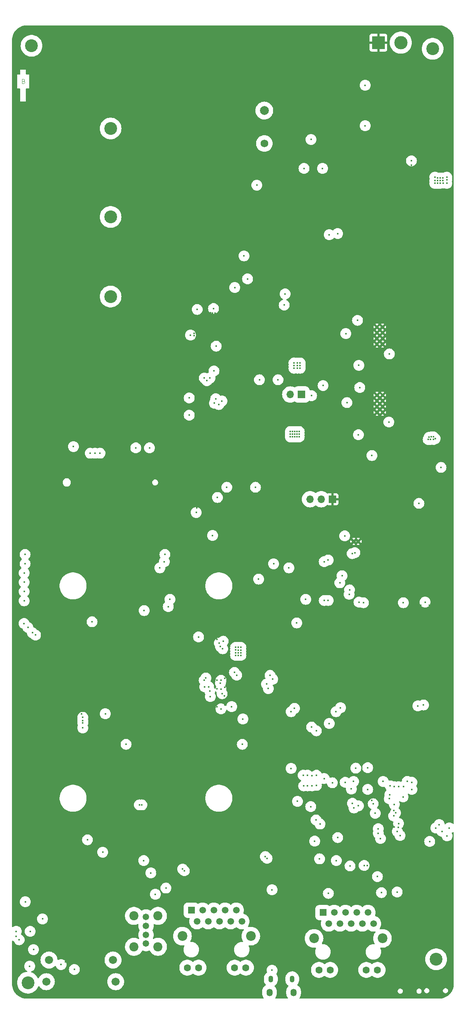
<source format=gbr>
%TF.GenerationSoftware,KiCad,Pcbnew,8.0.6*%
%TF.CreationDate,2025-01-01T18:14:04+00:00*%
%TF.ProjectId,srvant-mk2,73727661-6e74-42d6-9d6b-322e6b696361,rev?*%
%TF.SameCoordinates,Original*%
%TF.FileFunction,Copper,L2,Inr*%
%TF.FilePolarity,Positive*%
%FSLAX46Y46*%
G04 Gerber Fmt 4.6, Leading zero omitted, Abs format (unit mm)*
G04 Created by KiCad (PCBNEW 8.0.6) date 2025-01-01 18:14:04*
%MOMM*%
%LPD*%
G01*
G04 APERTURE LIST*
%ADD10C,0.125000*%
%TA.AperFunction,NonConductor*%
%ADD11C,0.125000*%
%TD*%
%TA.AperFunction,ComponentPad*%
%ADD12R,1.700000X1.700000*%
%TD*%
%TA.AperFunction,ComponentPad*%
%ADD13O,1.700000X1.700000*%
%TD*%
%TA.AperFunction,ComponentPad*%
%ADD14C,2.900000*%
%TD*%
%TA.AperFunction,HeatsinkPad*%
%ADD15C,0.500000*%
%TD*%
%TA.AperFunction,ComponentPad*%
%ADD16C,1.473200*%
%TD*%
%TA.AperFunction,ComponentPad*%
%ADD17C,2.057400*%
%TD*%
%TA.AperFunction,ComponentPad*%
%ADD18C,0.500000*%
%TD*%
%TA.AperFunction,ComponentPad*%
%ADD19C,1.752600*%
%TD*%
%TA.AperFunction,ComponentPad*%
%ADD20C,2.006600*%
%TD*%
%TA.AperFunction,ComponentPad*%
%ADD21R,1.500000X1.500000*%
%TD*%
%TA.AperFunction,ComponentPad*%
%ADD22C,1.500000*%
%TD*%
%TA.AperFunction,ComponentPad*%
%ADD23C,1.600000*%
%TD*%
%TA.AperFunction,ComponentPad*%
%ADD24C,2.200000*%
%TD*%
%TA.AperFunction,ComponentPad*%
%ADD25C,1.828800*%
%TD*%
%TA.AperFunction,ComponentPad*%
%ADD26O,1.350000X1.700000*%
%TD*%
%TA.AperFunction,ComponentPad*%
%ADD27O,1.100000X1.500000*%
%TD*%
%TA.AperFunction,ComponentPad*%
%ADD28C,0.600000*%
%TD*%
%TA.AperFunction,ComponentPad*%
%ADD29R,3.000000X3.000000*%
%TD*%
%TA.AperFunction,ComponentPad*%
%ADD30C,3.000000*%
%TD*%
%TA.AperFunction,ViaPad*%
%ADD31C,0.450000*%
%TD*%
G04 APERTURE END LIST*
D10*
D11*
X-116694335Y-11920309D02*
X-116551478Y-11967928D01*
X-116551478Y-11967928D02*
X-116503859Y-12015547D01*
X-116503859Y-12015547D02*
X-116456240Y-12110785D01*
X-116456240Y-12110785D02*
X-116456240Y-12253642D01*
X-116456240Y-12253642D02*
X-116503859Y-12348880D01*
X-116503859Y-12348880D02*
X-116551478Y-12396500D01*
X-116551478Y-12396500D02*
X-116646716Y-12444119D01*
X-116646716Y-12444119D02*
X-117027668Y-12444119D01*
X-117027668Y-12444119D02*
X-117027668Y-11444119D01*
X-117027668Y-11444119D02*
X-116694335Y-11444119D01*
X-116694335Y-11444119D02*
X-116599097Y-11491738D01*
X-116599097Y-11491738D02*
X-116551478Y-11539357D01*
X-116551478Y-11539357D02*
X-116503859Y-11634595D01*
X-116503859Y-11634595D02*
X-116503859Y-11729833D01*
X-116503859Y-11729833D02*
X-116551478Y-11825071D01*
X-116551478Y-11825071D02*
X-116599097Y-11872690D01*
X-116599097Y-11872690D02*
X-116694335Y-11920309D01*
X-116694335Y-11920309D02*
X-117027668Y-11920309D01*
D12*
%TO.N,GND*%
%TO.C,J3*%
X-46760000Y-106400000D03*
D13*
%TO.N,/bmc/BMC_DEBUG_TX*%
X-49300000Y-106400000D03*
%TO.N,/bmc/BMC_DEBUG_RX*%
X-51840000Y-106400000D03*
%TD*%
D14*
%TO.N,N/C*%
%TO.C,H1*%
X-97000000Y-60600000D03*
%TD*%
D15*
%TO.N,GND*%
%TO.C,U26*%
X-35420000Y-71362500D03*
X-35420000Y-70062500D03*
X-35420000Y-68762500D03*
X-35420000Y-67462500D03*
X-36720000Y-71362500D03*
X-36720000Y-70062500D03*
X-36720000Y-68762500D03*
X-36720000Y-67462500D03*
%TD*%
D16*
%TO.N,/cm4/+5v_HOST_VBUS*%
%TO.C,J11*%
X-88988349Y-206857350D03*
%TO.N,/cm4/USB_OUT_N*%
X-88988349Y-204857351D03*
%TO.N,/cm4/USB_OUT_P*%
X-88988349Y-202857350D03*
%TO.N,Net-(J11-GND)*%
X-88988349Y-200857352D03*
D17*
X-91708349Y-207587351D03*
%TO.N,N/C*%
X-86268349Y-207587351D03*
X-91708349Y-200587350D03*
X-86268349Y-200587350D03*
%TD*%
D18*
%TO.N,GND*%
%TO.C,U2*%
X-35400000Y-86762500D03*
X-35400000Y-85462500D03*
X-35400000Y-84162500D03*
X-35400000Y-82862500D03*
X-36700000Y-86762500D03*
X-36700000Y-85462500D03*
X-36700000Y-84162500D03*
X-36700000Y-82862500D03*
%TD*%
D19*
%TO.N,N/C*%
%TO.C,BT1*%
X-62200000Y-26000000D03*
D20*
X-62200000Y-18550091D03*
%TD*%
D14*
%TO.N,N/C*%
%TO.C,H6*%
X-23300000Y-210400000D03*
%TD*%
%TO.N,N/C*%
%TO.C,H5*%
X-115700000Y-215700000D03*
%TD*%
%TO.N,N/C*%
%TO.C,H7*%
X-24100000Y-4600000D03*
%TD*%
D21*
%TO.N,/BMC ethernet/TXRXA_P*%
%TO.C,J5*%
X-48915000Y-199840000D03*
D22*
%TO.N,/BMC ethernet/TXRXA_N*%
X-47645000Y-202380000D03*
%TO.N,/BMC ethernet/TXRXB_P*%
X-46375000Y-199840000D03*
%TO.N,/BMC ethernet/TXRXB_N*%
X-45105000Y-202380000D03*
%TO.N,Net-(C40-Pad1)*%
X-43835000Y-199840000D03*
%TO.N,Net-(C44-Pad1)*%
X-42565000Y-202380000D03*
%TO.N,/BMC ethernet/TXRXC_P*%
X-41295000Y-199840000D03*
%TO.N,/BMC ethernet/TXRXC_N*%
X-40025000Y-202380000D03*
%TO.N,/BMC ethernet/TXRXD_P*%
X-38755000Y-199840000D03*
%TO.N,/BMC ethernet/TXRXD_N*%
X-37485000Y-202380000D03*
D23*
%TO.N,/BMC ethernet/3.3v_PHY*%
X-49830000Y-212810000D03*
%TO.N,Net-(J5-LED2-)*%
X-47290000Y-212810000D03*
%TO.N,/BMC ethernet/3.3v_PHY*%
X-39110000Y-212810000D03*
%TO.N,Net-(J5-LED1-)*%
X-36570000Y-212810000D03*
D24*
%TO.N,Net-(FB5-Pad2)*%
X-50945000Y-205680000D03*
X-35455000Y-205680000D03*
%TD*%
D25*
%TO.N,N/C*%
%TO.C,J10*%
X-110949998Y-210569999D03*
X-96450002Y-210569999D03*
X-111550000Y-215470000D03*
X-95850000Y-215470000D03*
%TD*%
D14*
%TO.N,N/C*%
%TO.C,H2*%
X-97000000Y-42600000D03*
%TD*%
D21*
%TO.N,/cm4/TRD0_P*%
%TO.C,J9*%
X-78715000Y-199330000D03*
D22*
%TO.N,/cm4/TRD0_N*%
X-77445000Y-201870000D03*
%TO.N,/cm4/TRD1_N*%
X-76175000Y-199330000D03*
%TO.N,/cm4/TRD1_P*%
X-74905000Y-201870000D03*
%TO.N,Net-(C104-Pad1)*%
X-73635000Y-199330000D03*
X-72365000Y-201870000D03*
%TO.N,/cm4/TRD2_P*%
X-71095000Y-199330000D03*
%TO.N,/cm4/TRD2_N*%
X-69825000Y-201870000D03*
%TO.N,/cm4/TRD3_N*%
X-68555000Y-199330000D03*
%TO.N,/cm4/TRD3_P*%
X-67285000Y-201870000D03*
D23*
%TO.N,/BMC ethernet/+3v3_AUX*%
X-79630000Y-212300000D03*
%TO.N,Net-(J9-LED2-)*%
X-77090000Y-212300000D03*
%TO.N,/BMC ethernet/+3v3_AUX*%
X-68910000Y-212300000D03*
%TO.N,Net-(J9-LED1-)*%
X-66370000Y-212300000D03*
D24*
%TO.N,Net-(FB8-Pad1)*%
X-80745000Y-205170000D03*
X-65255000Y-205170000D03*
%TD*%
D14*
%TO.N,N/C*%
%TO.C,H4*%
X-114900000Y-3900000D03*
%TD*%
%TO.N,N/C*%
%TO.C,H3*%
X-97000000Y-22600000D03*
%TD*%
D26*
%TO.N,Net-(J4-GND)*%
%TO.C,J4*%
X-61030000Y-217886600D03*
D27*
X-60720000Y-214886600D03*
X-55880000Y-214886600D03*
D26*
X-55570000Y-217886600D03*
%TD*%
D12*
%TO.N,Net-(J2-Pin_1)*%
%TO.C,J2*%
X-53770500Y-82734200D03*
D13*
%TO.N,/BMC ethernet/+3v3_AUX*%
X-56310500Y-82734200D03*
%TD*%
D28*
%TO.N,GND*%
%TO.C,U22*%
X-41950000Y-115950000D03*
X-40950000Y-115950000D03*
%TD*%
D29*
%TO.N,GND*%
%TO.C,J12*%
X-36380000Y-3200000D03*
D30*
%TO.N,/power/VIN*%
X-31300000Y-3200000D03*
%TD*%
D31*
%TO.N,GND*%
X-45800000Y-172300000D03*
%TO.N,/BMC ethernet/3.3v_PHY*%
X-53400000Y-168800000D03*
X-52400000Y-168800000D03*
X-50400000Y-168800000D03*
%TO.N,GND*%
X-51400000Y-168900000D03*
%TO.N,/BMC ethernet/CLK125_EN*%
X-51400000Y-171200000D03*
%TO.N,/BMC ethernet/MODE2*%
X-50400000Y-171100000D03*
%TO.N,/BMC ethernet/CLK125_EN*%
X-42250000Y-175150000D03*
%TO.N,/BMC ethernet/MODE0*%
X-53300000Y-171200000D03*
X-41902001Y-176200000D03*
%TO.N,/BMC ethernet/MODE1*%
X-52400000Y-171200000D03*
X-40900000Y-175700000D03*
%TO.N,/BMC ethernet/MODE2*%
X-37550000Y-175250000D03*
%TO.N,/BMC ethernet/+3v3_AUX*%
X-60452000Y-194691000D03*
%TO.N,GND*%
X-31900000Y-180620000D03*
X-76254200Y-69174600D03*
X-34800000Y-172300000D03*
X-71326600Y-68895200D03*
X-39116000Y-181864000D03*
X-65000000Y-158200000D03*
X-20700000Y-96100000D03*
X-116586000Y-200787000D03*
X-101200000Y-211000000D03*
X-53340000Y-214630000D03*
X-109473998Y-204428800D03*
X-75314400Y-66863200D03*
X-40640000Y-181229000D03*
X-26500000Y-66800000D03*
X-30000000Y-82500000D03*
X-108300000Y-145300000D03*
X-71180000Y-148900000D03*
X-76400000Y-61900000D03*
X-72900000Y-138100000D03*
X-47117000Y-187198000D03*
X-39116000Y-181229000D03*
X-41529000Y-180594000D03*
X-24800000Y-130400000D03*
X-105200000Y-156100000D03*
X-39878000Y-181864000D03*
X-30500000Y-99600000D03*
X-108300000Y-139300000D03*
X-46482000Y-29083000D03*
X-107200000Y-211000000D03*
X-51300000Y-88300000D03*
X-103600000Y-154900000D03*
X-22400000Y-134200000D03*
X-71180000Y-156100000D03*
X-26800000Y-130400000D03*
X-33320000Y-76162500D03*
X-31200000Y-31200000D03*
X-28000000Y-74700000D03*
X-71180000Y-145700000D03*
X-108300000Y-150100000D03*
X-28194000Y-185801000D03*
X-69407600Y-193883000D03*
X-41529000Y-182499000D03*
X-48260000Y-78994000D03*
X-105065900Y-195825600D03*
X-72430200Y-194060800D03*
X-72900000Y-153300000D03*
X-49911000Y-195453000D03*
X-53530000Y-201979200D03*
X-35400000Y-32500000D03*
X-20500000Y-112312500D03*
X-41910000Y-183261000D03*
X-92600000Y-106600000D03*
X-43307000Y-180594000D03*
X-71200000Y-143300000D03*
X-43307000Y-179832000D03*
X-75543000Y-66075800D03*
X-78108400Y-66406000D03*
X-48006000Y-20574000D03*
X-86600000Y-95500000D03*
X-71326600Y-67904600D03*
X-108300000Y-151300000D03*
X-40386000Y-183261000D03*
X-78108400Y-67396600D03*
X-92900000Y-95400000D03*
X-75339800Y-68488800D03*
X-73130000Y-69200000D03*
X-49911000Y-194437000D03*
X-33782000Y-180520000D03*
X-103600000Y-142900000D03*
X-24800000Y-163200000D03*
X-34527015Y-183879015D03*
X-35600000Y-189500000D03*
X-43307000Y-182499000D03*
X-75420000Y-102700000D03*
X-108300000Y-142900000D03*
X-53400000Y-175300000D03*
X-28956000Y-215138000D03*
X-73765000Y-69250800D03*
X-26800000Y-82300000D03*
X-65000000Y-155200000D03*
X-37846000Y-174498000D03*
X-78108400Y-69403200D03*
X-71180000Y-144500000D03*
X-47879000Y-181229000D03*
X-31242000Y-212901000D03*
X-40700000Y-117442100D03*
X-39878000Y-179832000D03*
X-49149000Y-95250000D03*
X-44800000Y-160400000D03*
X-100200000Y-106700000D03*
X-35400000Y-31800000D03*
X-65100000Y-145200000D03*
X-73917400Y-64297800D03*
X-102700000Y-210900000D03*
X-76228800Y-66050400D03*
X-73104600Y-66126600D03*
X-74300000Y-157300000D03*
X-71200000Y-150900000D03*
X-65100000Y-152200000D03*
X-25700000Y-101600000D03*
X-41529000Y-181864000D03*
X-49022000Y-28321000D03*
X-71352000Y-65898000D03*
X-96985500Y-189992000D03*
X-72900000Y-147300000D03*
X-105700000Y-106500000D03*
X-52197000Y-78994000D03*
X-106930000Y-98370000D03*
X-71180000Y-154900000D03*
X-72900000Y-142900000D03*
X-103600000Y-153700000D03*
X-44710000Y-192705400D03*
X-50546000Y-185039000D03*
X-74908000Y-64247000D03*
X-33274000Y-183388000D03*
X-20600000Y-110212500D03*
X-91200000Y-106700000D03*
X-32766000Y-180520000D03*
X-48514000Y-184785000D03*
X-91400000Y-189600000D03*
X-26911750Y-24904250D03*
X-43815000Y-174371000D03*
X-108300000Y-154900000D03*
X-34800000Y-130400000D03*
X-49800000Y-160400000D03*
X-73104600Y-66914000D03*
X-72375233Y-62424767D03*
X-92900000Y-97400000D03*
X-49200000Y-88300000D03*
X-108300000Y-147700000D03*
X-89700000Y-106700000D03*
X-104200000Y-211000000D03*
X-20800000Y-19600000D03*
X-57898200Y-210091400D03*
X-44000000Y-172300000D03*
X-41800000Y-160500000D03*
X-47800000Y-160400000D03*
X-71301200Y-69403200D03*
X-27940000Y-16300000D03*
X-106970000Y-95370000D03*
X-103600000Y-146500000D03*
X-49900000Y-84600000D03*
X-72900000Y-149300000D03*
X-28800000Y-130400000D03*
X-86600000Y-98500000D03*
X-106970000Y-97370000D03*
X-76638600Y-193824200D03*
X-74400000Y-66863200D03*
X-94200000Y-106600000D03*
X-78108400Y-67904600D03*
X-76254200Y-68438000D03*
X-29600000Y-99600000D03*
X-68105000Y-48240000D03*
X-71180000Y-152900000D03*
X-29600000Y-212900000D03*
X-28100000Y-82400000D03*
X-106200000Y-106500000D03*
X-92900000Y-96400000D03*
X-62600000Y-56000000D03*
X-23241000Y-215011000D03*
X-40640000Y-178816000D03*
X-88500000Y-189100000D03*
X-75220000Y-111300000D03*
X-96985500Y-190792000D03*
X-103700000Y-140500000D03*
X-38900000Y-189200000D03*
X-105200000Y-106500000D03*
X-94742000Y-206375000D03*
X-39116000Y-178816000D03*
X-39116000Y-179832000D03*
X-30100000Y-90100000D03*
X-27600000Y-110212500D03*
X-29200000Y-185801000D03*
X-88300000Y-106700000D03*
X-99700000Y-211000000D03*
X-73765000Y-67676000D03*
X-43434000Y-178816000D03*
X-103600000Y-150100000D03*
X-71301200Y-67396600D03*
X-41529000Y-179832000D03*
X-73649400Y-194035400D03*
X-97790000Y-193675000D03*
X-40960000Y-192852400D03*
X-41180800Y-114307700D03*
X-108300000Y-144100000D03*
X-40640000Y-182499000D03*
X-95700000Y-106700000D03*
X-39116000Y-182499000D03*
X-27600000Y-112312500D03*
X-76228800Y-67676000D03*
X-35600000Y-187100000D03*
X-101600000Y-106600000D03*
X-74425400Y-68438000D03*
X-32900000Y-176800000D03*
X-50546000Y-185674000D03*
X-105116700Y-193666600D03*
X-43307000Y-181229000D03*
X-26500000Y-74600000D03*
X-26893250Y-24099250D03*
X-39878000Y-181229000D03*
X-78108400Y-68895200D03*
X-37465000Y-172339000D03*
X-97917000Y-195834000D03*
X-40640000Y-180594000D03*
X-55800000Y-55900000D03*
X-108300000Y-138100000D03*
X-77520000Y-108400000D03*
X-75339800Y-69174600D03*
X-26700000Y-90100000D03*
X-40640000Y-179832000D03*
X-73942800Y-66126600D03*
X-86548964Y-190815964D03*
X-27900000Y-17000000D03*
X-41148000Y-183261000D03*
X-108300000Y-141700000D03*
X-51800000Y-160400000D03*
X-35306000Y-177038000D03*
X-59800000Y-160400000D03*
X-38370000Y-195153800D03*
X-74300000Y-156100000D03*
X-28000000Y-96000000D03*
X-41700000Y-114268100D03*
X-32220000Y-76262500D03*
X-108300000Y-153700000D03*
X-28900000Y-30900000D03*
X-74400000Y-69200000D03*
X-39878000Y-180594000D03*
X-108300000Y-152500000D03*
X-27900000Y-17700000D03*
X-72900000Y-154900000D03*
X-72900000Y-145700000D03*
X-27940000Y-212900000D03*
X-71080000Y-157300000D03*
X-107785500Y-185292000D03*
X-28000000Y-90200000D03*
X-73800000Y-73400000D03*
X-28800000Y-99600000D03*
X-42418000Y-180594000D03*
X-73765000Y-68412600D03*
X-39751000Y-183261000D03*
X-73384000Y-64297800D03*
X-43307000Y-181864000D03*
X-30100000Y-74600000D03*
X-38370000Y-192791600D03*
X-73765000Y-66837800D03*
X-76254200Y-66837800D03*
X-97200000Y-106700000D03*
X-32220000Y-77562500D03*
X-51800000Y-130300000D03*
X-28000000Y-66900000D03*
X-25146000Y-160147000D03*
X-28100000Y-94000000D03*
X-42672000Y-183261000D03*
X-108300000Y-148900000D03*
X-108300000Y-140500000D03*
X-39116000Y-180594000D03*
X-76621200Y-196245200D03*
X-103600000Y-138100000D03*
X-42418000Y-178816000D03*
X-34800000Y-180520000D03*
X-49149000Y-72771000D03*
X-78133800Y-66888600D03*
X-72900000Y-151300000D03*
X-43434000Y-183261000D03*
X-72900000Y-144500000D03*
X-53800000Y-160400000D03*
X-48768000Y-177546000D03*
X-42926000Y-187071000D03*
X-47117000Y-186309000D03*
X-42418000Y-179832000D03*
X-110588998Y-206892800D03*
X-49911000Y-193548000D03*
X-74730200Y-66075800D03*
X-110743998Y-202092000D03*
X-74400000Y-64272400D03*
X-74425400Y-67676000D03*
X-48006000Y-11176000D03*
X-103600000Y-152500000D03*
X-40672800Y-114307700D03*
X-78146500Y-65906700D03*
X-87700000Y-106700000D03*
X-71326600Y-68387200D03*
X-22500000Y-152200000D03*
X-103700000Y-139300000D03*
X-39116000Y-183261000D03*
X-73155400Y-67676000D03*
X-35380000Y-175780000D03*
X-42418000Y-181229000D03*
X-43942000Y-188595000D03*
X-103600000Y-144100000D03*
X-103600000Y-141700000D03*
X-108300000Y-156100000D03*
X-108300000Y-146500000D03*
X-103600000Y-151300000D03*
X-80400000Y-68400000D03*
X-42077600Y-192827000D03*
X-49784000Y-177546000D03*
X-98700000Y-106600000D03*
X-41529000Y-181229000D03*
X-86600000Y-96500000D03*
X-73130000Y-68387200D03*
X-43393800Y-116368300D03*
X-92900000Y-98400000D03*
X-88900000Y-196596000D03*
X-69407600Y-196169000D03*
X-20600000Y-94100000D03*
X-101134700Y-185202800D03*
X-62865000Y-201422000D03*
X-57898200Y-212428200D03*
X-41529000Y-178816000D03*
X-61005000Y-48061400D03*
X-106970000Y-96370000D03*
X-39878000Y-178816000D03*
X-42418000Y-181864000D03*
X-71180000Y-146900000D03*
X-40513000Y-70485000D03*
X-44710000Y-195194600D03*
X-48768000Y-181229000D03*
X-33220000Y-77562500D03*
X-51200000Y-188400000D03*
X-40640000Y-181864000D03*
X-30100000Y-67100000D03*
X-39878000Y-182499000D03*
X-42418000Y-182499000D03*
X-51308000Y-72898000D03*
X-60579000Y-14097000D03*
X-51181000Y-95504000D03*
X-96885500Y-189092000D03*
X-75339800Y-67701400D03*
X-86600000Y-97500000D03*
%TO.N,/power/SENSE_IN-*%
X-23600000Y-33600000D03*
X-23500000Y-92700000D03*
X-24900000Y-92400000D03*
X-21800000Y-33800000D03*
X-25100000Y-92900000D03*
X-20900000Y-33600000D03*
X-22400000Y-33800000D03*
X-23000000Y-33800000D03*
X-21700000Y-34950000D03*
X-20900000Y-34200000D03*
X-24600000Y-92900000D03*
X-23600000Y-34400000D03*
X-22400000Y-35000000D03*
X-23000000Y-35000000D03*
X-20900000Y-35000000D03*
X-21800000Y-34400000D03*
X-23900000Y-92300000D03*
X-23900000Y-92900000D03*
X-23600000Y-35000000D03*
X-22400000Y-34400000D03*
X-23000000Y-34400000D03*
X-24400000Y-92300000D03*
%TO.N,Net-(Module1A-PI_nLED_Activity)*%
X-118364000Y-204089000D03*
X-69596000Y-153289000D03*
%TO.N,/power/BMC_I2C_0_SDA*%
X-47752000Y-129286000D03*
X-47752000Y-120142000D03*
%TO.N,/cm4/PCIE_nRST*%
X-98200000Y-154900000D03*
X-103300000Y-155700000D03*
%TO.N,/cm4/HDMI0_CEC*%
X-105200000Y-212700000D03*
X-114700000Y-136600000D03*
%TO.N,/cm4/HDMI0_HOTPLUG*%
X-108200000Y-211600000D03*
X-114000000Y-137100000D03*
%TO.N,/BMC ethernet/3.3v_PHY*%
X-45900000Y-188100000D03*
X-43900000Y-170400000D03*
X-31480000Y-182420000D03*
X-36600000Y-191700000D03*
X-35687000Y-195326000D03*
X-46800000Y-170500000D03*
X-54700000Y-174700000D03*
X-42500000Y-171900000D03*
X-49700000Y-187700000D03*
X-51689000Y-175895000D03*
X-49600000Y-179820000D03*
X-32131000Y-195199000D03*
%TO.N,/BMC ethernet/1V2*%
X-50800000Y-183700000D03*
X-38800000Y-172000000D03*
X-32900000Y-178000000D03*
X-50500000Y-178900000D03*
X-39600000Y-189200000D03*
X-33900000Y-174100000D03*
X-42800000Y-189300000D03*
X-47700000Y-195500000D03*
X-32100000Y-181500000D03*
%TO.N,/BMC ethernet/PHY_LED_ACT {slash} PHYAD0*%
X-36400000Y-181900000D03*
X-35900000Y-183100000D03*
%TO.N,CLK125_OUT*%
X-38800000Y-167100000D03*
X-41500000Y-167200000D03*
%TO.N,RXC*%
X-35300000Y-170200000D03*
X-42000000Y-170200000D03*
%TO.N,/cm4/ARM_TDI*%
X-116554000Y-129372000D03*
X-89408000Y-131572000D03*
%TO.N,/cm4/HOST_TPM_PIRQ#*%
X-75800000Y-79000000D03*
X-73500000Y-84700000D03*
%TO.N,/cm4/GPIO11*%
X-61300000Y-149200000D03*
X-74422000Y-151003000D03*
%TO.N,/cm4/GPIO10*%
X-61700000Y-148200000D03*
X-74800000Y-148800000D03*
%TO.N,/cm4/ARM_TCK*%
X-85852000Y-121920000D03*
X-116554000Y-123072000D03*
X-75692000Y-148800000D03*
X-72009000Y-149352000D03*
%TO.N,/cm4/ARM_TDO*%
X-72136000Y-147955000D03*
X-75819000Y-147320000D03*
X-116354000Y-120972000D03*
X-84836000Y-120523000D03*
%TO.N,/cm4/ARM_RTCK*%
X-75438000Y-146812000D03*
X-116354000Y-118872000D03*
X-72009000Y-147320000D03*
X-84709000Y-118872000D03*
%TO.N,/bmc/BMC_UART0_RX*%
X-26162000Y-152908000D03*
X-68961000Y-145542000D03*
%TO.N,/bmc/BMC_UART0_TX*%
X-27432000Y-153123000D03*
X-68453000Y-146177000D03*
%TO.N,/cm4/nRTC_INT*%
X-66800000Y-51400000D03*
X-66000000Y-56600000D03*
%TO.N,/cm4/nPWR_LED*%
X-115700000Y-135400000D03*
X-101200000Y-134100000D03*
X-71500000Y-138500000D03*
X-116300000Y-197400000D03*
%TO.N,/cm4/nEXTRST*%
X-79200000Y-83500000D03*
X-79200000Y-87400000D03*
%TO.N,/cm4/USBOTG_ID*%
X-103300000Y-158100000D03*
X-89500000Y-188100000D03*
X-93500000Y-161800000D03*
X-67183000Y-161798000D03*
%TO.N,/cm4/USB2_N*%
X-90475800Y-175500000D03*
X-103300000Y-156975800D03*
%TO.N,/cm4/USB2_P*%
X-103300000Y-156424200D03*
X-89924200Y-175500000D03*
%TO.N,/BMC ethernet/+3v3_AUX*%
X-49022000Y-31623000D03*
X-73100000Y-71800000D03*
X-55500000Y-75600000D03*
X-99400000Y-96000000D03*
X-77400000Y-63500000D03*
X-63300000Y-79400000D03*
X-87884000Y-190881000D03*
X-51623000Y-25085000D03*
X-87884000Y-190881000D03*
X-59100000Y-79400000D03*
X-54750000Y-76200000D03*
X-77620000Y-109400000D03*
X-54100000Y-76200000D03*
X-28900000Y-29900000D03*
X-68890000Y-58547000D03*
X-115316000Y-211963000D03*
X-57700000Y-62500000D03*
X-39370000Y-12827000D03*
X-78900000Y-69300000D03*
X-91300000Y-94800000D03*
X-54700000Y-76800000D03*
X-117700000Y-206000000D03*
X-54100000Y-75600000D03*
X-84466000Y-194299000D03*
X-55500000Y-76800000D03*
X-115200000Y-204100000D03*
X-101600000Y-96000000D03*
X-105400000Y-94500000D03*
X-44000000Y-114700000D03*
X-53213000Y-31623000D03*
X-73700000Y-63300000D03*
X-100500000Y-96000000D03*
X-39370000Y-21971000D03*
X-24765000Y-183769000D03*
X-48900000Y-80700000D03*
X-43000000Y-127900000D03*
X-42900000Y-126900000D03*
X-54100000Y-76800000D03*
X-73920000Y-114600000D03*
X-54750000Y-75600000D03*
X-55500000Y-76200000D03*
X-63900000Y-35400000D03*
X-88200000Y-94800000D03*
X-41100000Y-65962500D03*
X-57500000Y-60000000D03*
X-72820000Y-106000000D03*
X-40800000Y-76137500D03*
%TO.N,/bmc/3.3v_BMC*%
X-25800000Y-129667000D03*
X-20320000Y-180721000D03*
%TO.N,Net-(D8-K)*%
X-114455200Y-208205050D03*
%TO.N,Net-(D10-K)*%
X-118400000Y-205200000D03*
X-116600000Y-134500000D03*
%TO.N,/power/BMC_I2C_0_SCK*%
X-48641000Y-129286000D03*
X-48641000Y-120523000D03*
%TO.N,/bmc/BMC_DEBUG_TX*%
X-60300000Y-147100000D03*
%TO.N,/bmc/BMC_DEBUG_RX*%
X-60900000Y-146200000D03*
%TO.N,/bmc/BMC_I2C_3_SDA*%
X-44600000Y-123700000D03*
X-42300000Y-118700000D03*
%TO.N,/bmc/BMC_I2C_3_SCK*%
X-41700000Y-118500000D03*
X-45100000Y-125300000D03*
%TO.N,/bmc/+5V_BMC_OTG*%
X-60463600Y-212874200D03*
%TO.N,Net-(U12-TXD0)*%
X-32800000Y-171400000D03*
X-36400000Y-180900000D03*
X-32780000Y-175400000D03*
%TO.N,Net-(U12-TXD1)*%
X-31800000Y-179700000D03*
X-31800000Y-171400000D03*
%TO.N,Net-(U12-TXC)*%
X-33800000Y-173200000D03*
X-33700000Y-171200000D03*
%TO.N,Net-(U12-TX_CTL)*%
X-37100000Y-177400000D03*
X-30700000Y-171400000D03*
X-32500000Y-177300000D03*
X-30800000Y-173700000D03*
%TO.N,/power/BMC_HOST_POWER_EN*%
X-60100000Y-121000000D03*
X-51500000Y-83000000D03*
%TO.N,/bmc/BMC_USER_LED*%
X-51500000Y-157900000D03*
X-22606000Y-179959000D03*
%TO.N,/bmc/EMMC_KEY*%
X-30734000Y-129794000D03*
X-45598000Y-46355000D03*
%TO.N,/bmc/RST_KEY*%
X-37846000Y-96520000D03*
X-47498000Y-46609000D03*
%TO.N,RXD3*%
X-28800000Y-170400000D03*
X-28800000Y-172000000D03*
%TO.N,/bmc/BMC_ID_LED*%
X-50419000Y-158750000D03*
X-23368000Y-180721000D03*
%TO.N,PHY_INT_N*%
X-48641000Y-169545000D03*
X-55372000Y-153670000D03*
%TO.N,/bmc/BMC_USB_HOST_P*%
X-80695021Y-190004979D03*
X-61976779Y-187189072D03*
%TO.N,/bmc/BMC_USB_HOST_N*%
X-61586737Y-187579114D03*
X-80304979Y-190395021D03*
%TO.N,/bmc/+5v_BMC*%
X-22200000Y-99212500D03*
X-27200000Y-107337500D03*
%TO.N,/cm4/+5v_HOST*%
X-40900000Y-91837500D03*
X-98785500Y-186192000D03*
X-55800000Y-92300000D03*
X-40600000Y-81162500D03*
X-68700000Y-139900000D03*
X-54300000Y-91100000D03*
X-55800000Y-91700000D03*
X-56305003Y-91700000D03*
X-54800000Y-91700000D03*
X-55300000Y-91100000D03*
X-54294997Y-92300000D03*
X-68700000Y-140455000D03*
X-55300000Y-92300000D03*
X-55800000Y-91100000D03*
X-54300000Y-91700000D03*
X-68700000Y-141700000D03*
X-67500000Y-139900000D03*
X-67500000Y-141700000D03*
X-68100000Y-141100000D03*
X-55300000Y-91700000D03*
X-68100000Y-141700000D03*
X-67500000Y-140500000D03*
X-68700000Y-141100000D03*
X-67500000Y-141100000D03*
X-68100000Y-140500000D03*
X-112408436Y-201281564D03*
X-54800000Y-92300000D03*
X-68100000Y-139900000D03*
X-56305003Y-92300000D03*
X-54800000Y-91100000D03*
X-56300000Y-91100000D03*
%TO.N,/bmc/BMC_HOST_POST_COMPLETE*%
X-77089000Y-137541000D03*
X-54864000Y-134366000D03*
%TO.N,/bmc/BMC_HOST_POWER_OUT*%
X-70700000Y-103700000D03*
X-64200000Y-103700000D03*
%TO.N,/bmc/BMC_HOST_nRPIBOOT*%
X-72390000Y-138938000D03*
X-56642000Y-121920000D03*
%TO.N,/bmc/BMC_HOST_EEPROM_nWP*%
X-67056000Y-156083000D03*
X-72009000Y-153797000D03*
%TO.N,/bmc/BMC_HOST_WL_nDis*%
X-63500000Y-124460000D03*
X-72136000Y-139700000D03*
%TO.N,/bmc/BMC_HOST_BT_nDis*%
X-71628000Y-140208000D03*
X-52832000Y-129032000D03*
%TO.N,/bmc/BMC_UART1_RX*%
X-39751000Y-129794000D03*
X-71755000Y-150368000D03*
%TO.N,/bmc/BMC_UART1_TX*%
X-74549000Y-149733000D03*
X-40767000Y-129667000D03*
%TO.N,Net-(U14-EN)*%
X-102235000Y-183388000D03*
X-86868000Y-195707000D03*
%TO.N,EPHY_25M*%
X-29845000Y-170180000D03*
X-45593000Y-182880000D03*
%TO.N,/bmc/BMC_HOST_POWER_BUTTON*%
X-20828000Y-182499000D03*
X-44958000Y-153543000D03*
%TO.N,/bmc/BMC_HOST_RESET_BUTTON*%
X-45974000Y-154432000D03*
X-21971000Y-181483000D03*
%TO.N,/cm4/HOST_SPI1_SCLK*%
X-73200000Y-83700000D03*
X-75200000Y-79600000D03*
%TO.N,/cm4/HOST_SPI1_MOSI*%
X-71800000Y-84200000D03*
X-73600000Y-77400000D03*
%TO.N,/cm4/HOST_SPI1_CE0_N*%
X-72500000Y-85000000D03*
X-74500000Y-79000000D03*
%TO.N,/cm4/ARM_TMS*%
X-83566000Y-129032000D03*
X-116554000Y-125172000D03*
%TO.N,/cm4/ARM_TRST*%
X-83947000Y-130683000D03*
X-116554000Y-127272000D03*
%TO.N,Net-(C69-Pad2)*%
X-34000000Y-88962500D03*
X-43500000Y-84562500D03*
%TO.N,MAC_RESET_OUT_N*%
X-56134000Y-154432000D03*
X-56134000Y-167259000D03*
%TO.N,Net-(C111-Pad2)*%
X-33900000Y-73562500D03*
X-43750000Y-68962500D03*
%TO.N,unconnected-(U5A-PD6{slash}LCD_D10{slash}LVDS0_CKP{slash}DSI_D2P{slash}UART5_RX{slash}PD_EINT6-Pad63)*%
X-47500000Y-157100000D03*
%TD*%
%TA.AperFunction,Conductor*%
%TO.N,GND*%
G36*
X-22599144Y699988D02*
G01*
X-22420909Y697489D01*
X-22408763Y696721D01*
X-22053716Y656716D01*
X-22040008Y654387D01*
X-21692517Y575075D01*
X-21679155Y571226D01*
X-21342715Y453501D01*
X-21329877Y448183D01*
X-21008747Y293536D01*
X-20996577Y286810D01*
X-20694763Y97167D01*
X-20683445Y89137D01*
X-20404755Y-133110D01*
X-20394406Y-142359D01*
X-20142359Y-394406D01*
X-20133110Y-404755D01*
X-19910862Y-683445D01*
X-19902832Y-694763D01*
X-19713182Y-996587D01*
X-19706472Y-1008730D01*
X-19551809Y-1329892D01*
X-19546503Y-1342702D01*
X-19438221Y-1652155D01*
X-19428773Y-1679155D01*
X-19424925Y-1692511D01*
X-19394256Y-1826884D01*
X-19345612Y-2040008D01*
X-19343283Y-2053714D01*
X-19303277Y-2408776D01*
X-19302510Y-2420895D01*
X-19301025Y-2526884D01*
X-19300012Y-2599144D01*
X-19300000Y-2600882D01*
X-19300000Y-179708520D01*
X-19319685Y-179775559D01*
X-19372489Y-179821314D01*
X-19441647Y-179831258D01*
X-19505203Y-179802233D01*
X-19511681Y-179796201D01*
X-19529251Y-179778630D01*
X-19529254Y-179778627D01*
X-19704909Y-179655631D01*
X-19899251Y-179565009D01*
X-19899260Y-179565005D01*
X-20106375Y-179509509D01*
X-20106386Y-179509507D01*
X-20319998Y-179490819D01*
X-20320002Y-179490819D01*
X-20533613Y-179509507D01*
X-20533618Y-179509507D01*
X-20533619Y-179509508D01*
X-20533620Y-179509508D01*
X-20533624Y-179509509D01*
X-20740739Y-179565005D01*
X-20740743Y-179565007D01*
X-20740747Y-179565008D01*
X-20763401Y-179575572D01*
X-20935089Y-179655631D01*
X-20935091Y-179655632D01*
X-21110740Y-179778623D01*
X-21110746Y-179778628D01*
X-21180971Y-179848853D01*
X-21242294Y-179882338D01*
X-21311986Y-179877354D01*
X-21367919Y-179835482D01*
X-21392180Y-179771983D01*
X-21394507Y-179745384D01*
X-21394509Y-179745375D01*
X-21450005Y-179538260D01*
X-21450009Y-179538251D01*
X-21540631Y-179343910D01*
X-21540632Y-179343908D01*
X-21663623Y-179168259D01*
X-21663628Y-179168253D01*
X-21815254Y-179016627D01*
X-21990909Y-178893631D01*
X-22185251Y-178803009D01*
X-22185260Y-178803005D01*
X-22392375Y-178747509D01*
X-22392386Y-178747507D01*
X-22605998Y-178728819D01*
X-22606002Y-178728819D01*
X-22819613Y-178747507D01*
X-22819618Y-178747507D01*
X-22819619Y-178747508D01*
X-22819620Y-178747508D01*
X-22819624Y-178747509D01*
X-23026739Y-178803005D01*
X-23026743Y-178803007D01*
X-23026747Y-178803008D01*
X-23123918Y-178848320D01*
X-23221089Y-178893631D01*
X-23221091Y-178893632D01*
X-23396740Y-179016623D01*
X-23396746Y-179016628D01*
X-23548371Y-179168253D01*
X-23548376Y-179168259D01*
X-23655143Y-179320739D01*
X-23671368Y-179343910D01*
X-23737803Y-179486381D01*
X-23751426Y-179515595D01*
X-23797598Y-179568034D01*
X-23811403Y-179575572D01*
X-23983089Y-179655631D01*
X-23983091Y-179655632D01*
X-24158740Y-179778623D01*
X-24158746Y-179778628D01*
X-24310371Y-179930253D01*
X-24310376Y-179930259D01*
X-24421710Y-180089261D01*
X-24433368Y-180105910D01*
X-24523992Y-180300253D01*
X-24579492Y-180507381D01*
X-24583888Y-180557627D01*
X-24597153Y-180709255D01*
X-24598181Y-180721000D01*
X-24579492Y-180934619D01*
X-24523992Y-181141747D01*
X-24433368Y-181336091D01*
X-24310373Y-181511745D01*
X-24158745Y-181663373D01*
X-23983091Y-181786368D01*
X-23788747Y-181876992D01*
X-23581619Y-181932492D01*
X-23421404Y-181946508D01*
X-23368002Y-181951181D01*
X-23368000Y-181951181D01*
X-23367998Y-181951181D01*
X-23281241Y-181943590D01*
X-23201680Y-181936630D01*
X-23133181Y-181950397D01*
X-23082998Y-181999012D01*
X-23078503Y-182007729D01*
X-23036368Y-182098091D01*
X-22913373Y-182273745D01*
X-22761745Y-182425373D01*
X-22586091Y-182548368D01*
X-22391747Y-182638992D01*
X-22184619Y-182694492D01*
X-22127476Y-182699490D01*
X-22062410Y-182724941D01*
X-22021430Y-182781531D01*
X-22018515Y-182790904D01*
X-21983992Y-182919747D01*
X-21893368Y-183114091D01*
X-21770373Y-183289745D01*
X-21618745Y-183441373D01*
X-21443091Y-183564368D01*
X-21248747Y-183654992D01*
X-21041619Y-183710492D01*
X-20881404Y-183724508D01*
X-20828002Y-183729181D01*
X-20828000Y-183729181D01*
X-20827998Y-183729181D01*
X-20766966Y-183723841D01*
X-20614381Y-183710492D01*
X-20407253Y-183654992D01*
X-20212909Y-183564368D01*
X-20037255Y-183441373D01*
X-19885627Y-183289745D01*
X-19804848Y-183174381D01*
X-19762631Y-183114090D01*
X-19694164Y-182967260D01*
X-19672008Y-182919747D01*
X-19672007Y-182919743D01*
X-19672005Y-182919739D01*
X-19616509Y-182712624D01*
X-19616507Y-182712613D01*
X-19597819Y-182499001D01*
X-19597819Y-182498998D01*
X-19616507Y-182285386D01*
X-19616509Y-182285375D01*
X-19672005Y-182078260D01*
X-19672010Y-182078246D01*
X-19738739Y-181935146D01*
X-19749231Y-181866069D01*
X-19720711Y-181802285D01*
X-19697481Y-181781168D01*
X-19529262Y-181663378D01*
X-19529261Y-181663377D01*
X-19529255Y-181663373D01*
X-19511681Y-181645799D01*
X-19450358Y-181612314D01*
X-19380666Y-181617298D01*
X-19324733Y-181659170D01*
X-19300316Y-181724634D01*
X-19300000Y-181733480D01*
X-19300000Y-215999117D01*
X-19300012Y-216000855D01*
X-19302510Y-216179103D01*
X-19303277Y-216191224D01*
X-19332993Y-216454959D01*
X-19343283Y-216546283D01*
X-19345612Y-216559991D01*
X-19424924Y-216907482D01*
X-19428773Y-216920844D01*
X-19542343Y-217245410D01*
X-19546498Y-217257284D01*
X-19551812Y-217270113D01*
X-19706468Y-217591261D01*
X-19713187Y-217603419D01*
X-19819814Y-217773115D01*
X-19902824Y-217905224D01*
X-19910869Y-217916562D01*
X-20118960Y-218177500D01*
X-20133102Y-218195234D01*
X-20142368Y-218205602D01*
X-20394397Y-218457631D01*
X-20404765Y-218466897D01*
X-20683434Y-218689128D01*
X-20694775Y-218697175D01*
X-20996577Y-218886810D01*
X-21008744Y-218893534D01*
X-21329877Y-219048183D01*
X-21342715Y-219053501D01*
X-21679155Y-219171226D01*
X-21692517Y-219175075D01*
X-22040008Y-219254387D01*
X-22053716Y-219256716D01*
X-22408763Y-219296721D01*
X-22420909Y-219297489D01*
X-22599144Y-219299988D01*
X-22600882Y-219300000D01*
X-54156890Y-219300000D01*
X-54223929Y-219280315D01*
X-54269684Y-219227511D01*
X-54279628Y-219158353D01*
X-54255266Y-219100515D01*
X-54173884Y-218994455D01*
X-54064065Y-218804245D01*
X-54016382Y-218689128D01*
X-53980014Y-218601329D01*
X-53923167Y-218389173D01*
X-53894501Y-218171428D01*
X-53894500Y-218171411D01*
X-53894500Y-217601788D01*
X-53894501Y-217601771D01*
X-53904743Y-217523971D01*
X-32002500Y-217523971D01*
X-32002500Y-217676029D01*
X-31963144Y-217822907D01*
X-31887115Y-217954593D01*
X-31779593Y-218062115D01*
X-31647910Y-218138142D01*
X-31647909Y-218138142D01*
X-31647907Y-218138144D01*
X-31501029Y-218177500D01*
X-31501026Y-218177500D01*
X-31348974Y-218177500D01*
X-31348971Y-218177500D01*
X-31202093Y-218138144D01*
X-31202090Y-218138142D01*
X-31202089Y-218138142D01*
X-31156559Y-218111855D01*
X-31070407Y-218062115D01*
X-30962885Y-217954593D01*
X-30905151Y-217854595D01*
X-30886857Y-217822910D01*
X-30886856Y-217822907D01*
X-30847500Y-217676029D01*
X-30847500Y-217523971D01*
X-27752500Y-217523971D01*
X-27752500Y-217676029D01*
X-27713144Y-217822907D01*
X-27637115Y-217954593D01*
X-27529593Y-218062115D01*
X-27397910Y-218138142D01*
X-27397909Y-218138142D01*
X-27397907Y-218138144D01*
X-27251029Y-218177500D01*
X-27251026Y-218177500D01*
X-27098974Y-218177500D01*
X-27098971Y-218177500D01*
X-26952093Y-218138144D01*
X-26952090Y-218138142D01*
X-26952089Y-218138142D01*
X-26906559Y-218111855D01*
X-26820407Y-218062115D01*
X-26712885Y-217954593D01*
X-26655151Y-217854595D01*
X-26636857Y-217822910D01*
X-26636856Y-217822907D01*
X-26597500Y-217676029D01*
X-26597500Y-217523971D01*
X-26624295Y-217423971D01*
X-26002500Y-217423971D01*
X-26002500Y-217576029D01*
X-25963144Y-217722907D01*
X-25887115Y-217854593D01*
X-25779593Y-217962115D01*
X-25647910Y-218038142D01*
X-25647909Y-218038142D01*
X-25647907Y-218038144D01*
X-25501029Y-218077500D01*
X-25501026Y-218077500D01*
X-25348974Y-218077500D01*
X-25348971Y-218077500D01*
X-25202093Y-218038144D01*
X-25202090Y-218038142D01*
X-25202089Y-218038142D01*
X-25162968Y-218015555D01*
X-25070407Y-217962115D01*
X-24962885Y-217854593D01*
X-24915844Y-217773116D01*
X-24886857Y-217722910D01*
X-24874295Y-217676029D01*
X-24847500Y-217576029D01*
X-24847500Y-217423971D01*
X-21752500Y-217423971D01*
X-21752500Y-217576029D01*
X-21713144Y-217722907D01*
X-21637115Y-217854593D01*
X-21529593Y-217962115D01*
X-21397910Y-218038142D01*
X-21397909Y-218038142D01*
X-21397907Y-218038144D01*
X-21251029Y-218077500D01*
X-21251026Y-218077500D01*
X-21098974Y-218077500D01*
X-21098971Y-218077500D01*
X-20952093Y-218038144D01*
X-20952090Y-218038142D01*
X-20952089Y-218038142D01*
X-20912968Y-218015555D01*
X-20820407Y-217962115D01*
X-20712885Y-217854593D01*
X-20665844Y-217773116D01*
X-20636857Y-217722910D01*
X-20624295Y-217676029D01*
X-20597500Y-217576029D01*
X-20597500Y-217423971D01*
X-20636856Y-217277093D01*
X-20636855Y-217277093D01*
X-20636857Y-217277089D01*
X-20712883Y-217145410D01*
X-20712887Y-217145404D01*
X-20820404Y-217037887D01*
X-20820410Y-217037883D01*
X-20952089Y-216961857D01*
X-20952088Y-216961857D01*
X-20995726Y-216950164D01*
X-21098971Y-216922500D01*
X-21251029Y-216922500D01*
X-21397907Y-216961856D01*
X-21397910Y-216961857D01*
X-21490468Y-217015296D01*
X-21529593Y-217037885D01*
X-21637115Y-217145407D01*
X-21713144Y-217277093D01*
X-21752500Y-217423971D01*
X-24847500Y-217423971D01*
X-24886856Y-217277093D01*
X-24886855Y-217277093D01*
X-24886857Y-217277089D01*
X-24962883Y-217145410D01*
X-24962887Y-217145404D01*
X-25070404Y-217037887D01*
X-25070410Y-217037883D01*
X-25202089Y-216961857D01*
X-25202088Y-216961857D01*
X-25245726Y-216950164D01*
X-25348971Y-216922500D01*
X-25501029Y-216922500D01*
X-25647907Y-216961856D01*
X-25647910Y-216961857D01*
X-25740468Y-217015296D01*
X-25779593Y-217037885D01*
X-25887115Y-217145407D01*
X-25963144Y-217277093D01*
X-26002500Y-217423971D01*
X-26624295Y-217423971D01*
X-26636856Y-217377093D01*
X-26636855Y-217377093D01*
X-26636857Y-217377089D01*
X-26712883Y-217245410D01*
X-26712887Y-217245404D01*
X-26820404Y-217137887D01*
X-26820410Y-217137883D01*
X-26952089Y-217061857D01*
X-26952088Y-217061857D01*
X-26995726Y-217050164D01*
X-27098971Y-217022500D01*
X-27251029Y-217022500D01*
X-27397907Y-217061856D01*
X-27397910Y-217061857D01*
X-27490468Y-217115296D01*
X-27529593Y-217137885D01*
X-27637115Y-217245407D01*
X-27713144Y-217377093D01*
X-27752500Y-217523971D01*
X-30847500Y-217523971D01*
X-30886856Y-217377093D01*
X-30886855Y-217377093D01*
X-30886857Y-217377089D01*
X-30962883Y-217245410D01*
X-30962887Y-217245404D01*
X-31070404Y-217137887D01*
X-31070410Y-217137883D01*
X-31202089Y-217061857D01*
X-31202088Y-217061857D01*
X-31245726Y-217050164D01*
X-31348971Y-217022500D01*
X-31501029Y-217022500D01*
X-31647907Y-217061856D01*
X-31647910Y-217061857D01*
X-31740468Y-217115296D01*
X-31779593Y-217137885D01*
X-31887115Y-217245407D01*
X-31963144Y-217377093D01*
X-32002500Y-217523971D01*
X-53904743Y-217523971D01*
X-53923167Y-217384026D01*
X-53980014Y-217171870D01*
X-54064063Y-216968958D01*
X-54064065Y-216968954D01*
X-54173884Y-216778745D01*
X-54173890Y-216778736D01*
X-54307588Y-216604497D01*
X-54307594Y-216604490D01*
X-54462890Y-216449194D01*
X-54462897Y-216449188D01*
X-54637136Y-216315490D01*
X-54637150Y-216315481D01*
X-54674078Y-216294159D01*
X-54722292Y-216243590D01*
X-54735512Y-216174982D01*
X-54709542Y-216110119D01*
X-54699755Y-216099093D01*
X-54697343Y-216096681D01*
X-54697339Y-216096676D01*
X-54553896Y-215899242D01*
X-54443097Y-215681787D01*
X-54367678Y-215449672D01*
X-54329500Y-215208626D01*
X-54329500Y-214564573D01*
X-54367678Y-214323527D01*
X-54443097Y-214091412D01*
X-54553896Y-213873957D01*
X-54697339Y-213676523D01*
X-54697343Y-213676518D01*
X-54869918Y-213503943D01*
X-54869923Y-213503939D01*
X-55067357Y-213360496D01*
X-55284812Y-213249697D01*
X-55516927Y-213174278D01*
X-55744077Y-213138301D01*
X-55757973Y-213136100D01*
X-56002027Y-213136100D01*
X-56074769Y-213147621D01*
X-56243072Y-213174278D01*
X-56243074Y-213174278D01*
X-56243076Y-213174279D01*
X-56475185Y-213249696D01*
X-56692639Y-213360494D01*
X-56692641Y-213360495D01*
X-56692642Y-213360496D01*
X-56890076Y-213503939D01*
X-56890081Y-213503943D01*
X-57062656Y-213676518D01*
X-57062660Y-213676523D01*
X-57127209Y-213765368D01*
X-57206106Y-213873961D01*
X-57316904Y-214091415D01*
X-57392321Y-214323524D01*
X-57430500Y-214564573D01*
X-57430500Y-215208627D01*
X-57392321Y-215449676D01*
X-57316904Y-215681785D01*
X-57206106Y-215899239D01*
X-57062655Y-216096683D01*
X-56890083Y-216269255D01*
X-56779966Y-216349259D01*
X-56737302Y-216404587D01*
X-56731323Y-216474200D01*
X-56763928Y-216535996D01*
X-56765172Y-216537257D01*
X-56832405Y-216604490D01*
X-56832410Y-216604496D01*
X-56966116Y-216778745D01*
X-57075935Y-216968955D01*
X-57075936Y-216968958D01*
X-57149023Y-217145407D01*
X-57159986Y-217171873D01*
X-57216832Y-217384025D01*
X-57245500Y-217601782D01*
X-57245500Y-218171418D01*
X-57216832Y-218389175D01*
X-57159986Y-218601327D01*
X-57075935Y-218804245D01*
X-56966116Y-218994455D01*
X-56884733Y-219100515D01*
X-56859540Y-219165683D01*
X-56873578Y-219234127D01*
X-56922392Y-219284117D01*
X-56983110Y-219300000D01*
X-59616890Y-219300000D01*
X-59683929Y-219280315D01*
X-59729684Y-219227511D01*
X-59739628Y-219158353D01*
X-59715266Y-219100515D01*
X-59633884Y-218994455D01*
X-59524065Y-218804245D01*
X-59476382Y-218689128D01*
X-59440014Y-218601329D01*
X-59383167Y-218389173D01*
X-59354501Y-218171428D01*
X-59354500Y-218171411D01*
X-59354500Y-217601788D01*
X-59354501Y-217601771D01*
X-59383167Y-217384026D01*
X-59440014Y-217171870D01*
X-59524063Y-216968958D01*
X-59524065Y-216968954D01*
X-59633884Y-216778745D01*
X-59633890Y-216778736D01*
X-59767588Y-216604497D01*
X-59767594Y-216604490D01*
X-59834828Y-216537257D01*
X-59868313Y-216475934D01*
X-59863329Y-216406242D01*
X-59821457Y-216350309D01*
X-59820115Y-216349318D01*
X-59709917Y-216269255D01*
X-59537345Y-216096683D01*
X-59537343Y-216096681D01*
X-59537339Y-216096676D01*
X-59393896Y-215899242D01*
X-59283097Y-215681787D01*
X-59207678Y-215449672D01*
X-59169500Y-215208626D01*
X-59169500Y-214564573D01*
X-59207678Y-214323527D01*
X-59283097Y-214091412D01*
X-59393893Y-213873961D01*
X-59481275Y-213753690D01*
X-59504754Y-213687883D01*
X-59488928Y-213619829D01*
X-59482535Y-213609688D01*
X-59408493Y-213503945D01*
X-59398231Y-213489290D01*
X-59317939Y-213317101D01*
X-59307608Y-213294947D01*
X-59307607Y-213294943D01*
X-59307605Y-213294939D01*
X-59252109Y-213087824D01*
X-59252107Y-213087813D01*
X-59233419Y-212874201D01*
X-59233419Y-212874198D01*
X-59239036Y-212809995D01*
X-51635549Y-212809995D01*
X-51635549Y-212810004D01*
X-51627784Y-212913619D01*
X-51615383Y-213079103D01*
X-51555334Y-213342195D01*
X-51456743Y-213593398D01*
X-51321815Y-213827102D01*
X-51153561Y-214038085D01*
X-51153557Y-214038087D01*
X-51153557Y-214038089D01*
X-51109259Y-214079190D01*
X-50955741Y-214221635D01*
X-50732774Y-214373651D01*
X-50489641Y-214490738D01*
X-50231772Y-214570280D01*
X-50231768Y-214570280D01*
X-50231767Y-214570281D01*
X-49964936Y-214610499D01*
X-49964929Y-214610500D01*
X-49964928Y-214610500D01*
X-49695072Y-214610500D01*
X-49695071Y-214610500D01*
X-49695068Y-214610499D01*
X-49695063Y-214610499D01*
X-49428232Y-214570281D01*
X-49428229Y-214570280D01*
X-49428228Y-214570280D01*
X-49170359Y-214490738D01*
X-49144854Y-214478455D01*
X-48927232Y-214373655D01*
X-48927231Y-214373654D01*
X-48927230Y-214373653D01*
X-48927225Y-214373651D01*
X-48704259Y-214221635D01*
X-48644339Y-214166037D01*
X-48581810Y-214134870D01*
X-48512353Y-214142457D01*
X-48475661Y-214166036D01*
X-48415741Y-214221635D01*
X-48192774Y-214373651D01*
X-47949641Y-214490738D01*
X-47691772Y-214570280D01*
X-47691768Y-214570280D01*
X-47691767Y-214570281D01*
X-47424936Y-214610499D01*
X-47424929Y-214610500D01*
X-47424928Y-214610500D01*
X-47155072Y-214610500D01*
X-47155071Y-214610500D01*
X-47155068Y-214610499D01*
X-47155063Y-214610499D01*
X-46888232Y-214570281D01*
X-46888229Y-214570280D01*
X-46888228Y-214570280D01*
X-46630359Y-214490738D01*
X-46604854Y-214478455D01*
X-46387232Y-214373655D01*
X-46387231Y-214373654D01*
X-46387230Y-214373653D01*
X-46387225Y-214373651D01*
X-46164259Y-214221635D01*
X-46153183Y-214211358D01*
X-45966442Y-214038089D01*
X-45865484Y-213911492D01*
X-45798185Y-213827102D01*
X-45663257Y-213593398D01*
X-45628146Y-213503939D01*
X-45564666Y-213342195D01*
X-45564664Y-213342188D01*
X-45504616Y-213079101D01*
X-45484451Y-212810004D01*
X-45484451Y-212809995D01*
X-40915549Y-212809995D01*
X-40915549Y-212810004D01*
X-40907784Y-212913619D01*
X-40895383Y-213079103D01*
X-40835334Y-213342195D01*
X-40736743Y-213593398D01*
X-40601815Y-213827102D01*
X-40433561Y-214038085D01*
X-40433557Y-214038087D01*
X-40433557Y-214038089D01*
X-40389259Y-214079190D01*
X-40235741Y-214221635D01*
X-40012774Y-214373651D01*
X-39769641Y-214490738D01*
X-39511772Y-214570280D01*
X-39511768Y-214570280D01*
X-39511767Y-214570281D01*
X-39244936Y-214610499D01*
X-39244929Y-214610500D01*
X-39244928Y-214610500D01*
X-38975072Y-214610500D01*
X-38975071Y-214610500D01*
X-38975068Y-214610499D01*
X-38975063Y-214610499D01*
X-38708232Y-214570281D01*
X-38708229Y-214570280D01*
X-38708228Y-214570280D01*
X-38450359Y-214490738D01*
X-38424854Y-214478455D01*
X-38207232Y-214373655D01*
X-38207231Y-214373654D01*
X-38207230Y-214373653D01*
X-38207225Y-214373651D01*
X-37984259Y-214221635D01*
X-37924339Y-214166037D01*
X-37861810Y-214134870D01*
X-37792353Y-214142457D01*
X-37755661Y-214166036D01*
X-37695741Y-214221635D01*
X-37472774Y-214373651D01*
X-37229641Y-214490738D01*
X-36971772Y-214570280D01*
X-36971768Y-214570280D01*
X-36971767Y-214570281D01*
X-36704936Y-214610499D01*
X-36704929Y-214610500D01*
X-36704928Y-214610500D01*
X-36435072Y-214610500D01*
X-36435071Y-214610500D01*
X-36435068Y-214610499D01*
X-36435063Y-214610499D01*
X-36168232Y-214570281D01*
X-36168229Y-214570280D01*
X-36168228Y-214570280D01*
X-35910359Y-214490738D01*
X-35884854Y-214478455D01*
X-35667232Y-214373655D01*
X-35667231Y-214373654D01*
X-35667230Y-214373653D01*
X-35667225Y-214373651D01*
X-35444259Y-214221635D01*
X-35433183Y-214211358D01*
X-35246442Y-214038089D01*
X-35145484Y-213911492D01*
X-35078185Y-213827102D01*
X-34943257Y-213593398D01*
X-34908146Y-213503939D01*
X-34844666Y-213342195D01*
X-34844664Y-213342188D01*
X-34784616Y-213079101D01*
X-34764451Y-212810004D01*
X-34764451Y-212809995D01*
X-34784616Y-212540898D01*
X-34844664Y-212277811D01*
X-34844666Y-212277804D01*
X-34943256Y-212026603D01*
X-34943258Y-212026599D01*
X-35078185Y-211792898D01*
X-35246442Y-211581910D01*
X-35444258Y-211398365D01*
X-35667231Y-211246345D01*
X-35667232Y-211246344D01*
X-35910356Y-211129263D01*
X-35910354Y-211129263D01*
X-36168226Y-211049720D01*
X-36168232Y-211049718D01*
X-36435063Y-211009500D01*
X-36435071Y-211009500D01*
X-36704929Y-211009500D01*
X-36704936Y-211009500D01*
X-36971767Y-211049718D01*
X-36971773Y-211049720D01*
X-37229641Y-211129262D01*
X-37472769Y-211246346D01*
X-37472771Y-211246348D01*
X-37472774Y-211246349D01*
X-37678171Y-211386386D01*
X-37695745Y-211398368D01*
X-37755660Y-211453960D01*
X-37818192Y-211485128D01*
X-37887649Y-211477541D01*
X-37924340Y-211453960D01*
X-37984254Y-211398368D01*
X-38207231Y-211246345D01*
X-38207232Y-211246344D01*
X-38450356Y-211129263D01*
X-38450354Y-211129263D01*
X-38708226Y-211049720D01*
X-38708232Y-211049718D01*
X-38975063Y-211009500D01*
X-38975071Y-211009500D01*
X-39244929Y-211009500D01*
X-39244936Y-211009500D01*
X-39511767Y-211049718D01*
X-39511773Y-211049720D01*
X-39769641Y-211129262D01*
X-40012769Y-211246346D01*
X-40012771Y-211246348D01*
X-40012774Y-211246349D01*
X-40097155Y-211303879D01*
X-40235741Y-211398365D01*
X-40433557Y-211581910D01*
X-40433560Y-211581914D01*
X-40433561Y-211581915D01*
X-40601815Y-211792898D01*
X-40736743Y-212026602D01*
X-40835334Y-212277805D01*
X-40895383Y-212540897D01*
X-40895494Y-212542373D01*
X-40915549Y-212809995D01*
X-45484451Y-212809995D01*
X-45504616Y-212540898D01*
X-45564664Y-212277811D01*
X-45564666Y-212277804D01*
X-45663256Y-212026603D01*
X-45663258Y-212026599D01*
X-45798185Y-211792898D01*
X-45966442Y-211581910D01*
X-46164258Y-211398365D01*
X-46387231Y-211246345D01*
X-46387232Y-211246344D01*
X-46630356Y-211129263D01*
X-46630354Y-211129263D01*
X-46888226Y-211049720D01*
X-46888232Y-211049718D01*
X-47155063Y-211009500D01*
X-47155071Y-211009500D01*
X-47424929Y-211009500D01*
X-47424936Y-211009500D01*
X-47691767Y-211049718D01*
X-47691773Y-211049720D01*
X-47949641Y-211129262D01*
X-48192769Y-211246346D01*
X-48192771Y-211246348D01*
X-48192774Y-211246349D01*
X-48398171Y-211386386D01*
X-48415745Y-211398368D01*
X-48475660Y-211453960D01*
X-48538192Y-211485128D01*
X-48607649Y-211477541D01*
X-48644340Y-211453960D01*
X-48704254Y-211398368D01*
X-48927231Y-211246345D01*
X-48927232Y-211246344D01*
X-49170356Y-211129263D01*
X-49170354Y-211129263D01*
X-49428226Y-211049720D01*
X-49428232Y-211049718D01*
X-49695063Y-211009500D01*
X-49695071Y-211009500D01*
X-49964929Y-211009500D01*
X-49964936Y-211009500D01*
X-50231767Y-211049718D01*
X-50231773Y-211049720D01*
X-50489641Y-211129262D01*
X-50732769Y-211246346D01*
X-50732771Y-211246348D01*
X-50732774Y-211246349D01*
X-50817155Y-211303879D01*
X-50955741Y-211398365D01*
X-51153557Y-211581910D01*
X-51153560Y-211581914D01*
X-51153561Y-211581915D01*
X-51321815Y-211792898D01*
X-51456743Y-212026602D01*
X-51555334Y-212277805D01*
X-51615383Y-212540897D01*
X-51615494Y-212542373D01*
X-51635549Y-212809995D01*
X-59239036Y-212809995D01*
X-59252107Y-212660586D01*
X-59252109Y-212660575D01*
X-59307605Y-212453460D01*
X-59307609Y-212453451D01*
X-59398231Y-212259110D01*
X-59398232Y-212259108D01*
X-59521223Y-212083459D01*
X-59521228Y-212083453D01*
X-59672854Y-211931827D01*
X-59848509Y-211808831D01*
X-60042851Y-211718209D01*
X-60042860Y-211718205D01*
X-60249975Y-211662709D01*
X-60249986Y-211662707D01*
X-60463598Y-211644019D01*
X-60463602Y-211644019D01*
X-60677213Y-211662707D01*
X-60677218Y-211662707D01*
X-60677219Y-211662708D01*
X-60677220Y-211662708D01*
X-60677224Y-211662709D01*
X-60884339Y-211718205D01*
X-60884343Y-211718207D01*
X-60884347Y-211718208D01*
X-60951197Y-211749381D01*
X-61078689Y-211808831D01*
X-61078691Y-211808832D01*
X-61254340Y-211931823D01*
X-61254346Y-211931828D01*
X-61405971Y-212083453D01*
X-61405976Y-212083459D01*
X-61477095Y-212185028D01*
X-61528968Y-212259110D01*
X-61619592Y-212453453D01*
X-61619593Y-212453459D01*
X-61619594Y-212453460D01*
X-61628415Y-212486381D01*
X-61675092Y-212660581D01*
X-61688327Y-212811855D01*
X-61691707Y-212850499D01*
X-61693781Y-212874200D01*
X-61675092Y-213087819D01*
X-61619592Y-213294947D01*
X-61617962Y-213298441D01*
X-61607462Y-213367514D01*
X-61635973Y-213431302D01*
X-61657449Y-213451173D01*
X-61730083Y-213503945D01*
X-61730085Y-213503947D01*
X-61902656Y-213676518D01*
X-61902660Y-213676523D01*
X-61967209Y-213765368D01*
X-62046106Y-213873961D01*
X-62156904Y-214091415D01*
X-62232321Y-214323524D01*
X-62270500Y-214564573D01*
X-62270500Y-215208627D01*
X-62232321Y-215449676D01*
X-62156904Y-215681785D01*
X-62046106Y-215899239D01*
X-61902655Y-216096683D01*
X-61900248Y-216099089D01*
X-61899626Y-216100228D01*
X-61899491Y-216100387D01*
X-61899524Y-216100415D01*
X-61866761Y-216160406D01*
X-61871740Y-216230098D01*
X-61913606Y-216286035D01*
X-61925922Y-216294159D01*
X-61954429Y-216310619D01*
X-61962855Y-216315484D01*
X-61962861Y-216315489D01*
X-61962863Y-216315490D01*
X-62137102Y-216449188D01*
X-62137109Y-216449194D01*
X-62292405Y-216604490D01*
X-62292410Y-216604496D01*
X-62426116Y-216778745D01*
X-62535935Y-216968955D01*
X-62535936Y-216968958D01*
X-62609023Y-217145407D01*
X-62619986Y-217171873D01*
X-62676832Y-217384025D01*
X-62705500Y-217601782D01*
X-62705500Y-218171418D01*
X-62676832Y-218389175D01*
X-62619986Y-218601327D01*
X-62535935Y-218804245D01*
X-62426116Y-218994455D01*
X-62344733Y-219100515D01*
X-62319540Y-219165683D01*
X-62333578Y-219234127D01*
X-62382392Y-219284117D01*
X-62443110Y-219300000D01*
X-115999118Y-219300000D01*
X-116000856Y-219299988D01*
X-116179090Y-219297489D01*
X-116191236Y-219296721D01*
X-116546283Y-219256716D01*
X-116559991Y-219254387D01*
X-116907482Y-219175075D01*
X-116920844Y-219171226D01*
X-117257284Y-219053501D01*
X-117270132Y-219048179D01*
X-117591252Y-218893536D01*
X-117603422Y-218886810D01*
X-117905224Y-218697175D01*
X-117916565Y-218689128D01*
X-118195234Y-218466897D01*
X-118205602Y-218457631D01*
X-118457631Y-218205602D01*
X-118466897Y-218195234D01*
X-118689128Y-217916565D01*
X-118697175Y-217905224D01*
X-118886810Y-217603422D01*
X-118893536Y-217591252D01*
X-119028003Y-217312027D01*
X-119048180Y-217270128D01*
X-119053501Y-217257284D01*
X-119171226Y-216920844D01*
X-119175075Y-216907482D01*
X-119254387Y-216559991D01*
X-119256716Y-216546283D01*
X-119296721Y-216191236D01*
X-119297489Y-216179090D01*
X-119299988Y-216000855D01*
X-119300000Y-215999117D01*
X-119300000Y-215699994D01*
X-118155345Y-215699994D01*
X-118155345Y-215700005D01*
X-118136417Y-216000855D01*
X-118135984Y-216007736D01*
X-118078206Y-216310619D01*
X-117982922Y-216603873D01*
X-117851635Y-216882871D01*
X-117686416Y-217143216D01*
X-117489869Y-217380799D01*
X-117265096Y-217591876D01*
X-117015640Y-217773116D01*
X-116745435Y-217921663D01*
X-116745427Y-217921666D01*
X-116745426Y-217921667D01*
X-116458746Y-218035171D01*
X-116458743Y-218035172D01*
X-116160086Y-218111854D01*
X-116036722Y-218127438D01*
X-115854183Y-218150499D01*
X-115854175Y-218150499D01*
X-115854172Y-218150500D01*
X-115854170Y-218150500D01*
X-115545830Y-218150500D01*
X-115545828Y-218150500D01*
X-115545825Y-218150499D01*
X-115545816Y-218150499D01*
X-115304091Y-218119961D01*
X-115239914Y-218111854D01*
X-115239910Y-218111853D01*
X-114941256Y-218035172D01*
X-114941253Y-218035171D01*
X-114654573Y-217921667D01*
X-114654572Y-217921666D01*
X-114654570Y-217921665D01*
X-114654565Y-217921663D01*
X-114384360Y-217773116D01*
X-114384353Y-217773110D01*
X-114384348Y-217773108D01*
X-114134912Y-217591882D01*
X-114134902Y-217591874D01*
X-113910132Y-217380800D01*
X-113901403Y-217370249D01*
X-113713584Y-217143216D01*
X-113713579Y-217143209D01*
X-113713577Y-217143206D01*
X-113548366Y-216882873D01*
X-113548362Y-216882867D01*
X-113417080Y-216603879D01*
X-113392398Y-216527917D01*
X-113352960Y-216470242D01*
X-113288601Y-216443044D01*
X-113219755Y-216454959D01*
X-113168279Y-216502203D01*
X-113165649Y-216506785D01*
X-113165031Y-216507917D01*
X-113000881Y-216727196D01*
X-112807196Y-216920881D01*
X-112587917Y-217085031D01*
X-112347515Y-217216300D01*
X-112347514Y-217216300D01*
X-112347510Y-217216303D01*
X-112090868Y-217312026D01*
X-111823215Y-217370250D01*
X-111569542Y-217388393D01*
X-111550001Y-217389791D01*
X-111550000Y-217389791D01*
X-111549999Y-217389791D01*
X-111528952Y-217388285D01*
X-111276785Y-217370250D01*
X-111009132Y-217312026D01*
X-110752490Y-217216303D01*
X-110752487Y-217216301D01*
X-110752483Y-217216300D01*
X-110512088Y-217085034D01*
X-110512080Y-217085029D01*
X-110292811Y-216920887D01*
X-110292793Y-216920871D01*
X-110099128Y-216727206D01*
X-110099112Y-216727188D01*
X-109934970Y-216507919D01*
X-109934965Y-216507911D01*
X-109803699Y-216267516D01*
X-109744993Y-216110119D01*
X-109707974Y-216010868D01*
X-109707972Y-216010860D01*
X-109649751Y-215743223D01*
X-109649750Y-215743216D01*
X-109630209Y-215470001D01*
X-109630209Y-215470000D01*
X-97769791Y-215470000D01*
X-97750250Y-215743215D01*
X-97692026Y-216010868D01*
X-97596303Y-216267510D01*
X-97465031Y-216507917D01*
X-97300881Y-216727196D01*
X-97107196Y-216920881D01*
X-96887917Y-217085031D01*
X-96647515Y-217216300D01*
X-96647514Y-217216300D01*
X-96647510Y-217216303D01*
X-96390868Y-217312026D01*
X-96123215Y-217370250D01*
X-95869542Y-217388393D01*
X-95850001Y-217389791D01*
X-95850000Y-217389791D01*
X-95849999Y-217389791D01*
X-95828952Y-217388285D01*
X-95576785Y-217370250D01*
X-95309132Y-217312026D01*
X-95052490Y-217216303D01*
X-95052487Y-217216301D01*
X-95052483Y-217216300D01*
X-94812088Y-217085034D01*
X-94812080Y-217085029D01*
X-94592811Y-216920887D01*
X-94592793Y-216920871D01*
X-94399128Y-216727206D01*
X-94399112Y-216727188D01*
X-94234970Y-216507919D01*
X-94234965Y-216507911D01*
X-94103699Y-216267516D01*
X-94044993Y-216110119D01*
X-94007974Y-216010868D01*
X-94007972Y-216010860D01*
X-93949751Y-215743223D01*
X-93949750Y-215743216D01*
X-93930209Y-215470001D01*
X-93930209Y-215469998D01*
X-93949750Y-215196783D01*
X-93949751Y-215196776D01*
X-94007972Y-214929139D01*
X-94007973Y-214929135D01*
X-94007974Y-214929132D01*
X-94094023Y-214698426D01*
X-94103699Y-214672483D01*
X-94234965Y-214432088D01*
X-94234970Y-214432080D01*
X-94399112Y-214212811D01*
X-94399128Y-214212793D01*
X-94592793Y-214019128D01*
X-94592811Y-214019112D01*
X-94812080Y-213854970D01*
X-94812088Y-213854965D01*
X-95052484Y-213723699D01*
X-95052483Y-213723699D01*
X-95180811Y-213675835D01*
X-95309132Y-213627974D01*
X-95309135Y-213627973D01*
X-95309139Y-213627972D01*
X-95576776Y-213569751D01*
X-95576783Y-213569750D01*
X-95849999Y-213550209D01*
X-95850001Y-213550209D01*
X-96123216Y-213569750D01*
X-96123223Y-213569751D01*
X-96390860Y-213627972D01*
X-96390861Y-213627972D01*
X-96390868Y-213627974D01*
X-96528075Y-213679150D01*
X-96647516Y-213723699D01*
X-96887911Y-213854965D01*
X-96887919Y-213854970D01*
X-97107188Y-214019112D01*
X-97107206Y-214019128D01*
X-97300871Y-214212793D01*
X-97300887Y-214212811D01*
X-97465029Y-214432080D01*
X-97465034Y-214432088D01*
X-97596300Y-214672483D01*
X-97596301Y-214672487D01*
X-97596303Y-214672490D01*
X-97692026Y-214929132D01*
X-97750250Y-215196785D01*
X-97769791Y-215470000D01*
X-109630209Y-215470000D01*
X-109630209Y-215469998D01*
X-109649750Y-215196783D01*
X-109649751Y-215196776D01*
X-109707972Y-214929139D01*
X-109707973Y-214929135D01*
X-109707974Y-214929132D01*
X-109794023Y-214698426D01*
X-109803699Y-214672483D01*
X-109934965Y-214432088D01*
X-109934970Y-214432080D01*
X-110099112Y-214212811D01*
X-110099128Y-214212793D01*
X-110292793Y-214019128D01*
X-110292811Y-214019112D01*
X-110512080Y-213854970D01*
X-110512088Y-213854965D01*
X-110752484Y-213723699D01*
X-110752483Y-213723699D01*
X-110880811Y-213675835D01*
X-111009132Y-213627974D01*
X-111009135Y-213627973D01*
X-111009139Y-213627972D01*
X-111276776Y-213569751D01*
X-111276783Y-213569750D01*
X-111549999Y-213550209D01*
X-111550001Y-213550209D01*
X-111823216Y-213569750D01*
X-111823223Y-213569751D01*
X-112090860Y-213627972D01*
X-112090861Y-213627972D01*
X-112090868Y-213627974D01*
X-112228075Y-213679150D01*
X-112347516Y-213723699D01*
X-112587911Y-213854965D01*
X-112587919Y-213854970D01*
X-112807188Y-214019112D01*
X-112807206Y-214019128D01*
X-113000871Y-214212793D01*
X-113000887Y-214212811D01*
X-113165029Y-214432080D01*
X-113165034Y-214432088D01*
X-113275379Y-214634169D01*
X-113324784Y-214683574D01*
X-113393057Y-214698426D01*
X-113458522Y-214674009D01*
X-113496409Y-214627539D01*
X-113548362Y-214517132D01*
X-113548366Y-214517126D01*
X-113713577Y-214256793D01*
X-113910132Y-214019199D01*
X-114134902Y-213808125D01*
X-114134912Y-213808117D01*
X-114384348Y-213626891D01*
X-114384360Y-213626884D01*
X-114654572Y-213478333D01*
X-114654573Y-213478332D01*
X-114944379Y-213363591D01*
X-114999465Y-213320610D01*
X-115022568Y-213254671D01*
X-115006355Y-213186708D01*
X-114955971Y-213138301D01*
X-114930826Y-213128524D01*
X-114917414Y-213124930D01*
X-114895253Y-213118992D01*
X-114700909Y-213028368D01*
X-114525255Y-212905373D01*
X-114373627Y-212753745D01*
X-114281144Y-212621666D01*
X-114250631Y-212578090D01*
X-114192516Y-212453460D01*
X-114160008Y-212383747D01*
X-114160007Y-212383743D01*
X-114160005Y-212383739D01*
X-114104509Y-212176624D01*
X-114104507Y-212176613D01*
X-114085819Y-211963001D01*
X-114085819Y-211962998D01*
X-114104507Y-211749386D01*
X-114104509Y-211749375D01*
X-114160005Y-211542260D01*
X-114160009Y-211542251D01*
X-114250631Y-211347910D01*
X-114250632Y-211347908D01*
X-114373623Y-211172259D01*
X-114373628Y-211172253D01*
X-114525254Y-211020627D01*
X-114700909Y-210897631D01*
X-114895251Y-210807009D01*
X-114895260Y-210807005D01*
X-115102375Y-210751509D01*
X-115102386Y-210751507D01*
X-115315998Y-210732819D01*
X-115316002Y-210732819D01*
X-115529613Y-210751507D01*
X-115529618Y-210751507D01*
X-115529619Y-210751508D01*
X-115529620Y-210751508D01*
X-115529624Y-210751509D01*
X-115736739Y-210807005D01*
X-115736743Y-210807007D01*
X-115736747Y-210807008D01*
X-115814393Y-210843215D01*
X-115931089Y-210897631D01*
X-115931091Y-210897632D01*
X-116106740Y-211020623D01*
X-116106746Y-211020628D01*
X-116258371Y-211172253D01*
X-116258376Y-211172259D01*
X-116350537Y-211303879D01*
X-116381368Y-211347910D01*
X-116471992Y-211542253D01*
X-116471993Y-211542259D01*
X-116471994Y-211542260D01*
X-116472462Y-211544008D01*
X-116527492Y-211749381D01*
X-116546181Y-211963000D01*
X-116527492Y-212176619D01*
X-116471992Y-212383747D01*
X-116381368Y-212578091D01*
X-116258373Y-212753745D01*
X-116106745Y-212905373D01*
X-115931091Y-213028368D01*
X-115930932Y-213028441D01*
X-115930875Y-213028491D01*
X-115926405Y-213031073D01*
X-115926923Y-213031971D01*
X-115878490Y-213074604D01*
X-115859328Y-213141794D01*
X-115879534Y-213208679D01*
X-115932692Y-213254021D01*
X-115967782Y-213263851D01*
X-116160078Y-213288144D01*
X-116160089Y-213288146D01*
X-116458743Y-213364827D01*
X-116458746Y-213364828D01*
X-116745426Y-213478332D01*
X-116745427Y-213478333D01*
X-116745432Y-213478335D01*
X-116745435Y-213478337D01*
X-117015640Y-213626884D01*
X-117015644Y-213626886D01*
X-117015651Y-213626891D01*
X-117265087Y-213808117D01*
X-117265093Y-213808122D01*
X-117265096Y-213808124D01*
X-117489869Y-214019201D01*
X-117686416Y-214256784D01*
X-117686420Y-214256791D01*
X-117686422Y-214256793D01*
X-117851633Y-214517126D01*
X-117851637Y-214517132D01*
X-117982919Y-214796120D01*
X-117982922Y-214796127D01*
X-118078206Y-215089381D01*
X-118135984Y-215392264D01*
X-118135984Y-215392267D01*
X-118135985Y-215392274D01*
X-118155345Y-215699994D01*
X-119300000Y-215699994D01*
X-119300000Y-210569999D01*
X-112869789Y-210569999D01*
X-112850248Y-210843214D01*
X-112792024Y-211110867D01*
X-112696301Y-211367509D01*
X-112696298Y-211367513D01*
X-112696298Y-211367515D01*
X-112679451Y-211398368D01*
X-112565029Y-211607916D01*
X-112400879Y-211827195D01*
X-112207194Y-212020880D01*
X-111987915Y-212185030D01*
X-111747513Y-212316299D01*
X-111747512Y-212316299D01*
X-111747508Y-212316302D01*
X-111490866Y-212412025D01*
X-111223213Y-212470249D01*
X-110969540Y-212488392D01*
X-110949999Y-212489790D01*
X-110949998Y-212489790D01*
X-110949997Y-212489790D01*
X-110928950Y-212488284D01*
X-110676783Y-212470249D01*
X-110409130Y-212412025D01*
X-110152488Y-212316302D01*
X-110152485Y-212316300D01*
X-110152481Y-212316299D01*
X-109912086Y-212185033D01*
X-109912078Y-212185028D01*
X-109692809Y-212020886D01*
X-109692791Y-212020870D01*
X-109579008Y-211907087D01*
X-109517685Y-211873602D01*
X-109447993Y-211878586D01*
X-109392060Y-211920458D01*
X-109371552Y-211962675D01*
X-109355992Y-212020747D01*
X-109265368Y-212215091D01*
X-109142373Y-212390745D01*
X-108990745Y-212542373D01*
X-108815091Y-212665368D01*
X-108620747Y-212755992D01*
X-108413619Y-212811492D01*
X-108253404Y-212825508D01*
X-108200002Y-212830181D01*
X-108200000Y-212830181D01*
X-108199998Y-212830181D01*
X-108138966Y-212824841D01*
X-107986381Y-212811492D01*
X-107779253Y-212755992D01*
X-107659178Y-212700000D01*
X-106430181Y-212700000D01*
X-106411492Y-212913619D01*
X-106355992Y-213120747D01*
X-106265368Y-213315091D01*
X-106142373Y-213490745D01*
X-105990745Y-213642373D01*
X-105815091Y-213765368D01*
X-105620747Y-213855992D01*
X-105413619Y-213911492D01*
X-105253404Y-213925508D01*
X-105200002Y-213930181D01*
X-105200000Y-213930181D01*
X-105199998Y-213930181D01*
X-105138966Y-213924841D01*
X-104986381Y-213911492D01*
X-104829109Y-213869350D01*
X-104779260Y-213855994D01*
X-104779259Y-213855993D01*
X-104779253Y-213855992D01*
X-104584909Y-213765368D01*
X-104409255Y-213642373D01*
X-104257627Y-213490745D01*
X-104166425Y-213360496D01*
X-104134631Y-213315090D01*
X-104085011Y-213208679D01*
X-104044008Y-213120747D01*
X-104044007Y-213120743D01*
X-104044005Y-213120739D01*
X-103988509Y-212913624D01*
X-103988507Y-212913613D01*
X-103969819Y-212700001D01*
X-103969819Y-212699998D01*
X-103988507Y-212486386D01*
X-103988509Y-212486375D01*
X-104044005Y-212279260D01*
X-104044009Y-212279251D01*
X-104134631Y-212084910D01*
X-104134632Y-212084908D01*
X-104257623Y-211909259D01*
X-104257628Y-211909253D01*
X-104409254Y-211757627D01*
X-104584909Y-211634631D01*
X-104779251Y-211544009D01*
X-104779260Y-211544005D01*
X-104986375Y-211488509D01*
X-104986386Y-211488507D01*
X-105199998Y-211469819D01*
X-105200002Y-211469819D01*
X-105413613Y-211488507D01*
X-105413618Y-211488507D01*
X-105413619Y-211488508D01*
X-105413620Y-211488508D01*
X-105413624Y-211488509D01*
X-105620739Y-211544005D01*
X-105620743Y-211544007D01*
X-105620747Y-211544008D01*
X-105704093Y-211582873D01*
X-105815089Y-211634631D01*
X-105815091Y-211634632D01*
X-105990740Y-211757623D01*
X-105990746Y-211757628D01*
X-106142371Y-211909253D01*
X-106142376Y-211909259D01*
X-106264349Y-212083455D01*
X-106265368Y-212084910D01*
X-106355992Y-212279253D01*
X-106355993Y-212279259D01*
X-106355994Y-212279260D01*
X-106365919Y-212316302D01*
X-106411492Y-212486381D01*
X-106430181Y-212700000D01*
X-107659178Y-212700000D01*
X-107584909Y-212665368D01*
X-107409255Y-212542373D01*
X-107257627Y-212390745D01*
X-107179559Y-212279253D01*
X-107134631Y-212215090D01*
X-107072011Y-212080799D01*
X-107044008Y-212020747D01*
X-107044007Y-212020743D01*
X-107044005Y-212020739D01*
X-106988509Y-211813624D01*
X-106988507Y-211813613D01*
X-106969819Y-211600001D01*
X-106969819Y-211599998D01*
X-106988507Y-211386386D01*
X-106988509Y-211386375D01*
X-107044005Y-211179260D01*
X-107044009Y-211179251D01*
X-107134631Y-210984910D01*
X-107134632Y-210984908D01*
X-107257623Y-210809259D01*
X-107257628Y-210809253D01*
X-107409254Y-210657627D01*
X-107534399Y-210569999D01*
X-98369793Y-210569999D01*
X-98350252Y-210843214D01*
X-98292028Y-211110867D01*
X-98196305Y-211367509D01*
X-98196302Y-211367513D01*
X-98196302Y-211367515D01*
X-98179455Y-211398368D01*
X-98065033Y-211607916D01*
X-97900883Y-211827195D01*
X-97707198Y-212020880D01*
X-97487919Y-212185030D01*
X-97247517Y-212316299D01*
X-97247516Y-212316299D01*
X-97247512Y-212316302D01*
X-96990870Y-212412025D01*
X-96723217Y-212470249D01*
X-96469544Y-212488392D01*
X-96450003Y-212489790D01*
X-96450002Y-212489790D01*
X-96450001Y-212489790D01*
X-96428954Y-212488284D01*
X-96176787Y-212470249D01*
X-95909134Y-212412025D01*
X-95652492Y-212316302D01*
X-95652489Y-212316300D01*
X-95652485Y-212316299D01*
X-95622627Y-212299995D01*
X-81435549Y-212299995D01*
X-81435549Y-212300004D01*
X-81429274Y-212383739D01*
X-81415383Y-212569103D01*
X-81355334Y-212832195D01*
X-81256743Y-213083398D01*
X-81121815Y-213317102D01*
X-80953561Y-213528085D01*
X-80755741Y-213711635D01*
X-80532774Y-213863651D01*
X-80289641Y-213980738D01*
X-80031772Y-214060280D01*
X-80031768Y-214060280D01*
X-80031767Y-214060281D01*
X-79764936Y-214100499D01*
X-79764929Y-214100500D01*
X-79764928Y-214100500D01*
X-79495072Y-214100500D01*
X-79495071Y-214100500D01*
X-79495068Y-214100499D01*
X-79495063Y-214100499D01*
X-79228232Y-214060281D01*
X-79228229Y-214060280D01*
X-79228228Y-214060280D01*
X-78970359Y-213980738D01*
X-78865376Y-213930181D01*
X-78727232Y-213863655D01*
X-78727231Y-213863654D01*
X-78727230Y-213863653D01*
X-78727225Y-213863651D01*
X-78504259Y-213711635D01*
X-78444339Y-213656037D01*
X-78381810Y-213624870D01*
X-78312353Y-213632457D01*
X-78275661Y-213656036D01*
X-78215741Y-213711635D01*
X-77992774Y-213863651D01*
X-77749641Y-213980738D01*
X-77491772Y-214060280D01*
X-77491768Y-214060280D01*
X-77491767Y-214060281D01*
X-77224936Y-214100499D01*
X-77224929Y-214100500D01*
X-77224928Y-214100500D01*
X-76955072Y-214100500D01*
X-76955071Y-214100500D01*
X-76955068Y-214100499D01*
X-76955063Y-214100499D01*
X-76688232Y-214060281D01*
X-76688229Y-214060280D01*
X-76688228Y-214060280D01*
X-76430359Y-213980738D01*
X-76325376Y-213930181D01*
X-76187232Y-213863655D01*
X-76187231Y-213863654D01*
X-76187230Y-213863653D01*
X-76187225Y-213863651D01*
X-75964259Y-213711635D01*
X-75913939Y-213664945D01*
X-75766442Y-213528089D01*
X-75657192Y-213391094D01*
X-75598185Y-213317102D01*
X-75463257Y-213083398D01*
X-75461570Y-213079101D01*
X-75364666Y-212832195D01*
X-75364664Y-212832188D01*
X-75304616Y-212569101D01*
X-75284451Y-212300004D01*
X-75284451Y-212299995D01*
X-70715549Y-212299995D01*
X-70715549Y-212300004D01*
X-70709274Y-212383739D01*
X-70695383Y-212569103D01*
X-70635334Y-212832195D01*
X-70536743Y-213083398D01*
X-70401815Y-213317102D01*
X-70233561Y-213528085D01*
X-70035741Y-213711635D01*
X-69812774Y-213863651D01*
X-69569641Y-213980738D01*
X-69311772Y-214060280D01*
X-69311768Y-214060280D01*
X-69311767Y-214060281D01*
X-69044936Y-214100499D01*
X-69044929Y-214100500D01*
X-69044928Y-214100500D01*
X-68775072Y-214100500D01*
X-68775071Y-214100500D01*
X-68775068Y-214100499D01*
X-68775063Y-214100499D01*
X-68508232Y-214060281D01*
X-68508229Y-214060280D01*
X-68508228Y-214060280D01*
X-68250359Y-213980738D01*
X-68145376Y-213930181D01*
X-68007232Y-213863655D01*
X-68007231Y-213863654D01*
X-68007230Y-213863653D01*
X-68007225Y-213863651D01*
X-67784259Y-213711635D01*
X-67724339Y-213656037D01*
X-67661810Y-213624870D01*
X-67592353Y-213632457D01*
X-67555661Y-213656036D01*
X-67495741Y-213711635D01*
X-67272774Y-213863651D01*
X-67029641Y-213980738D01*
X-66771772Y-214060280D01*
X-66771768Y-214060280D01*
X-66771767Y-214060281D01*
X-66504936Y-214100499D01*
X-66504929Y-214100500D01*
X-66504928Y-214100500D01*
X-66235072Y-214100500D01*
X-66235071Y-214100500D01*
X-66235068Y-214100499D01*
X-66235063Y-214100499D01*
X-65968232Y-214060281D01*
X-65968229Y-214060280D01*
X-65968228Y-214060280D01*
X-65710359Y-213980738D01*
X-65605376Y-213930181D01*
X-65467232Y-213863655D01*
X-65467231Y-213863654D01*
X-65467230Y-213863653D01*
X-65467225Y-213863651D01*
X-65244259Y-213711635D01*
X-65193939Y-213664945D01*
X-65046442Y-213528089D01*
X-64937192Y-213391094D01*
X-64878185Y-213317102D01*
X-64743257Y-213083398D01*
X-64741570Y-213079101D01*
X-64644666Y-212832195D01*
X-64644664Y-212832188D01*
X-64584616Y-212569101D01*
X-64564451Y-212300004D01*
X-64564451Y-212299995D01*
X-64584616Y-212030898D01*
X-64644664Y-211767811D01*
X-64644666Y-211767804D01*
X-64743256Y-211516603D01*
X-64743258Y-211516599D01*
X-64878185Y-211282898D01*
X-65046442Y-211071910D01*
X-65244258Y-210888365D01*
X-65467231Y-210736345D01*
X-65467232Y-210736344D01*
X-65710356Y-210619263D01*
X-65710354Y-210619263D01*
X-65968226Y-210539720D01*
X-65968232Y-210539718D01*
X-66235063Y-210499500D01*
X-66235071Y-210499500D01*
X-66504929Y-210499500D01*
X-66504936Y-210499500D01*
X-66771767Y-210539718D01*
X-66771773Y-210539720D01*
X-67029641Y-210619262D01*
X-67272769Y-210736346D01*
X-67272771Y-210736348D01*
X-67272774Y-210736349D01*
X-67429518Y-210843215D01*
X-67495745Y-210888368D01*
X-67555660Y-210943960D01*
X-67618192Y-210975128D01*
X-67687649Y-210967541D01*
X-67724340Y-210943960D01*
X-67784254Y-210888368D01*
X-68007231Y-210736345D01*
X-68007232Y-210736344D01*
X-68250356Y-210619263D01*
X-68250354Y-210619263D01*
X-68508226Y-210539720D01*
X-68508232Y-210539718D01*
X-68775063Y-210499500D01*
X-68775071Y-210499500D01*
X-69044929Y-210499500D01*
X-69044936Y-210499500D01*
X-69311767Y-210539718D01*
X-69311773Y-210539720D01*
X-69569641Y-210619262D01*
X-69812769Y-210736346D01*
X-69812771Y-210736348D01*
X-69812774Y-210736349D01*
X-69969518Y-210843215D01*
X-70035741Y-210888365D01*
X-70233557Y-211071910D01*
X-70233560Y-211071914D01*
X-70233561Y-211071915D01*
X-70401815Y-211282898D01*
X-70536743Y-211516602D01*
X-70635334Y-211767805D01*
X-70694403Y-212026603D01*
X-70695383Y-212030898D01*
X-70715549Y-212299995D01*
X-75284451Y-212299995D01*
X-75304616Y-212030898D01*
X-75364664Y-211767811D01*
X-75364666Y-211767804D01*
X-75463256Y-211516603D01*
X-75463258Y-211516599D01*
X-75598185Y-211282898D01*
X-75766442Y-211071910D01*
X-75964258Y-210888365D01*
X-76187231Y-210736345D01*
X-76187232Y-210736344D01*
X-76430356Y-210619263D01*
X-76430354Y-210619263D01*
X-76688226Y-210539720D01*
X-76688232Y-210539718D01*
X-76955063Y-210499500D01*
X-76955071Y-210499500D01*
X-77224929Y-210499500D01*
X-77224936Y-210499500D01*
X-77491767Y-210539718D01*
X-77491773Y-210539720D01*
X-77749641Y-210619262D01*
X-77992769Y-210736346D01*
X-77992771Y-210736348D01*
X-77992774Y-210736349D01*
X-78149518Y-210843215D01*
X-78215745Y-210888368D01*
X-78275660Y-210943960D01*
X-78338192Y-210975128D01*
X-78407649Y-210967541D01*
X-78444340Y-210943960D01*
X-78504254Y-210888368D01*
X-78727231Y-210736345D01*
X-78727232Y-210736344D01*
X-78970356Y-210619263D01*
X-78970354Y-210619263D01*
X-79228226Y-210539720D01*
X-79228232Y-210539718D01*
X-79495063Y-210499500D01*
X-79495071Y-210499500D01*
X-79764929Y-210499500D01*
X-79764936Y-210499500D01*
X-80031767Y-210539718D01*
X-80031773Y-210539720D01*
X-80289641Y-210619262D01*
X-80532769Y-210736346D01*
X-80532771Y-210736348D01*
X-80532774Y-210736349D01*
X-80689518Y-210843215D01*
X-80755741Y-210888365D01*
X-80953557Y-211071910D01*
X-80953560Y-211071914D01*
X-80953561Y-211071915D01*
X-81121815Y-211282898D01*
X-81256743Y-211516602D01*
X-81355334Y-211767805D01*
X-81414403Y-212026603D01*
X-81415383Y-212030898D01*
X-81435549Y-212299995D01*
X-95622627Y-212299995D01*
X-95412090Y-212185033D01*
X-95412082Y-212185028D01*
X-95192813Y-212020886D01*
X-95192795Y-212020870D01*
X-94999130Y-211827205D01*
X-94999114Y-211827187D01*
X-94834972Y-211607918D01*
X-94834967Y-211607910D01*
X-94703701Y-211367515D01*
X-94672141Y-211282898D01*
X-94607976Y-211110867D01*
X-94607974Y-211110859D01*
X-94549753Y-210843222D01*
X-94549752Y-210843215D01*
X-94530211Y-210570000D01*
X-94530211Y-210569997D01*
X-94549752Y-210296782D01*
X-94549753Y-210296775D01*
X-94607974Y-210029138D01*
X-94607975Y-210029134D01*
X-94607976Y-210029131D01*
X-94695249Y-209795143D01*
X-94703701Y-209772482D01*
X-94834967Y-209532087D01*
X-94834972Y-209532079D01*
X-94999114Y-209312810D01*
X-94999130Y-209312792D01*
X-95192795Y-209119127D01*
X-95192813Y-209119111D01*
X-95412082Y-208954969D01*
X-95412090Y-208954964D01*
X-95652486Y-208823698D01*
X-95652485Y-208823698D01*
X-95780813Y-208775834D01*
X-95909134Y-208727973D01*
X-95909137Y-208727972D01*
X-95909141Y-208727971D01*
X-96176778Y-208669750D01*
X-96176785Y-208669749D01*
X-96450001Y-208650208D01*
X-96450003Y-208650208D01*
X-96723218Y-208669749D01*
X-96723225Y-208669750D01*
X-96990862Y-208727971D01*
X-96990863Y-208727971D01*
X-96990870Y-208727973D01*
X-97142531Y-208784540D01*
X-97247518Y-208823698D01*
X-97487913Y-208954964D01*
X-97487921Y-208954969D01*
X-97707190Y-209119111D01*
X-97707208Y-209119127D01*
X-97900873Y-209312792D01*
X-97900889Y-209312810D01*
X-98065031Y-209532079D01*
X-98065036Y-209532087D01*
X-98196302Y-209772482D01*
X-98196303Y-209772486D01*
X-98196305Y-209772489D01*
X-98292028Y-210029131D01*
X-98350252Y-210296784D01*
X-98369793Y-210569999D01*
X-107534399Y-210569999D01*
X-107584909Y-210534631D01*
X-107779251Y-210444009D01*
X-107779260Y-210444005D01*
X-107986375Y-210388509D01*
X-107986386Y-210388507D01*
X-108199998Y-210369819D01*
X-108200002Y-210369819D01*
X-108413613Y-210388507D01*
X-108413618Y-210388507D01*
X-108413619Y-210388508D01*
X-108413620Y-210388508D01*
X-108413624Y-210388509D01*
X-108620739Y-210444005D01*
X-108620743Y-210444007D01*
X-108620747Y-210444008D01*
X-108658374Y-210461554D01*
X-108815089Y-210534631D01*
X-108843157Y-210554284D01*
X-108909364Y-210576611D01*
X-108977131Y-210559599D01*
X-109024943Y-210508650D01*
X-109037963Y-210461554D01*
X-109049748Y-210296782D01*
X-109049749Y-210296775D01*
X-109107970Y-210029138D01*
X-109107971Y-210029134D01*
X-109107972Y-210029131D01*
X-109195245Y-209795143D01*
X-109203697Y-209772482D01*
X-109334963Y-209532087D01*
X-109334968Y-209532079D01*
X-109499110Y-209312810D01*
X-109499126Y-209312792D01*
X-109692791Y-209119127D01*
X-109692809Y-209119111D01*
X-109912078Y-208954969D01*
X-109912086Y-208954964D01*
X-110152482Y-208823698D01*
X-110152481Y-208823698D01*
X-110280809Y-208775834D01*
X-110409130Y-208727973D01*
X-110409133Y-208727972D01*
X-110409137Y-208727971D01*
X-110676774Y-208669750D01*
X-110676781Y-208669749D01*
X-110949997Y-208650208D01*
X-110949999Y-208650208D01*
X-111223214Y-208669749D01*
X-111223221Y-208669750D01*
X-111490858Y-208727971D01*
X-111490859Y-208727971D01*
X-111490866Y-208727973D01*
X-111642527Y-208784540D01*
X-111747514Y-208823698D01*
X-111987909Y-208954964D01*
X-111987917Y-208954969D01*
X-112207186Y-209119111D01*
X-112207204Y-209119127D01*
X-112400869Y-209312792D01*
X-112400885Y-209312810D01*
X-112565027Y-209532079D01*
X-112565032Y-209532087D01*
X-112696298Y-209772482D01*
X-112696299Y-209772486D01*
X-112696301Y-209772489D01*
X-112792024Y-210029131D01*
X-112850248Y-210296784D01*
X-112869789Y-210569999D01*
X-119300000Y-210569999D01*
X-119300000Y-208205050D01*
X-115685381Y-208205050D01*
X-115666692Y-208418669D01*
X-115611192Y-208625797D01*
X-115520568Y-208820141D01*
X-115397573Y-208995795D01*
X-115245945Y-209147423D01*
X-115070291Y-209270418D01*
X-114875947Y-209361042D01*
X-114668819Y-209416542D01*
X-114508604Y-209430558D01*
X-114455202Y-209435231D01*
X-114455200Y-209435231D01*
X-114455198Y-209435231D01*
X-114394166Y-209429891D01*
X-114241581Y-209416542D01*
X-114034453Y-209361042D01*
X-113840109Y-209270418D01*
X-113664455Y-209147423D01*
X-113512827Y-208995795D01*
X-113407139Y-208844858D01*
X-113389831Y-208820140D01*
X-113310591Y-208650208D01*
X-113299208Y-208625797D01*
X-113299207Y-208625793D01*
X-113299205Y-208625789D01*
X-113243709Y-208418674D01*
X-113243707Y-208418663D01*
X-113225019Y-208205051D01*
X-113225019Y-208205048D01*
X-113243707Y-207991436D01*
X-113243709Y-207991425D01*
X-113299205Y-207784310D01*
X-113299209Y-207784301D01*
X-113389831Y-207589960D01*
X-113389832Y-207589958D01*
X-113512823Y-207414309D01*
X-113512828Y-207414303D01*
X-113664454Y-207262677D01*
X-113840109Y-207139681D01*
X-114034451Y-207049059D01*
X-114034460Y-207049055D01*
X-114241575Y-206993559D01*
X-114241586Y-206993557D01*
X-114455198Y-206974869D01*
X-114455202Y-206974869D01*
X-114668813Y-206993557D01*
X-114668818Y-206993557D01*
X-114668819Y-206993558D01*
X-114668820Y-206993558D01*
X-114668824Y-206993559D01*
X-114875939Y-207049055D01*
X-114875943Y-207049057D01*
X-114875947Y-207049058D01*
X-114973118Y-207094370D01*
X-115070289Y-207139681D01*
X-115070291Y-207139682D01*
X-115245940Y-207262673D01*
X-115245946Y-207262678D01*
X-115397571Y-207414303D01*
X-115397576Y-207414309D01*
X-115518741Y-207587351D01*
X-115520568Y-207589960D01*
X-115611192Y-207784303D01*
X-115666692Y-207991431D01*
X-115685381Y-208205050D01*
X-119300000Y-208205050D01*
X-119300000Y-206304073D01*
X-119280315Y-206237034D01*
X-119227511Y-206191279D01*
X-119158353Y-206181335D01*
X-119104878Y-206202497D01*
X-119015091Y-206265368D01*
X-118933258Y-206303527D01*
X-118880818Y-206349699D01*
X-118865888Y-206383811D01*
X-118855992Y-206420747D01*
X-118765368Y-206615091D01*
X-118642373Y-206790745D01*
X-118490745Y-206942373D01*
X-118315091Y-207065368D01*
X-118120747Y-207155992D01*
X-117913619Y-207211492D01*
X-117753404Y-207225508D01*
X-117700002Y-207230181D01*
X-117700000Y-207230181D01*
X-117699998Y-207230181D01*
X-117638966Y-207224841D01*
X-117486381Y-207211492D01*
X-117279253Y-207155992D01*
X-117084909Y-207065368D01*
X-116909255Y-206942373D01*
X-116757627Y-206790745D01*
X-116735905Y-206759723D01*
X-116634631Y-206615090D01*
X-116580357Y-206498698D01*
X-116544008Y-206420747D01*
X-116544007Y-206420743D01*
X-116544005Y-206420739D01*
X-116488509Y-206213624D01*
X-116488507Y-206213613D01*
X-116469819Y-206000001D01*
X-116469819Y-205999998D01*
X-116488507Y-205786386D01*
X-116488509Y-205786375D01*
X-116544005Y-205579260D01*
X-116544009Y-205579251D01*
X-116634631Y-205384910D01*
X-116634632Y-205384908D01*
X-116757623Y-205209259D01*
X-116757628Y-205209253D01*
X-116909254Y-205057627D01*
X-117084913Y-204934629D01*
X-117084914Y-204934628D01*
X-117166743Y-204896470D01*
X-117219182Y-204850297D01*
X-117234111Y-204816186D01*
X-117244008Y-204779252D01*
X-117264408Y-204735504D01*
X-117274899Y-204666427D01*
X-117264407Y-204630697D01*
X-117208010Y-204509753D01*
X-117208005Y-204509739D01*
X-117152509Y-204302624D01*
X-117152507Y-204302613D01*
X-117134781Y-204099998D01*
X-116430181Y-204099998D01*
X-116430181Y-204100001D01*
X-116427513Y-204130499D01*
X-116411492Y-204313619D01*
X-116355992Y-204520747D01*
X-116265368Y-204715091D01*
X-116142373Y-204890745D01*
X-115990745Y-205042373D01*
X-115815091Y-205165368D01*
X-115620747Y-205255992D01*
X-115413619Y-205311492D01*
X-115253404Y-205325508D01*
X-115200002Y-205330181D01*
X-115200000Y-205330181D01*
X-115199998Y-205330181D01*
X-115138966Y-205324841D01*
X-114986381Y-205311492D01*
X-114779253Y-205255992D01*
X-114584909Y-205165368D01*
X-114409255Y-205042373D01*
X-114257627Y-204890745D01*
X-114134632Y-204715091D01*
X-114134631Y-204715090D01*
X-114074466Y-204586064D01*
X-114044008Y-204520747D01*
X-114044007Y-204520743D01*
X-114044005Y-204520739D01*
X-113988509Y-204313624D01*
X-113988507Y-204313613D01*
X-113969819Y-204100001D01*
X-113969819Y-204099998D01*
X-113988507Y-203886386D01*
X-113988509Y-203886375D01*
X-114044005Y-203679260D01*
X-114044009Y-203679251D01*
X-114134631Y-203484910D01*
X-114134632Y-203484908D01*
X-114257623Y-203309259D01*
X-114257628Y-203309253D01*
X-114409254Y-203157627D01*
X-114584909Y-203034631D01*
X-114779251Y-202944009D01*
X-114779260Y-202944005D01*
X-114986375Y-202888509D01*
X-114986386Y-202888507D01*
X-115199998Y-202869819D01*
X-115200002Y-202869819D01*
X-115413613Y-202888507D01*
X-115413618Y-202888507D01*
X-115413619Y-202888508D01*
X-115413620Y-202888508D01*
X-115413624Y-202888509D01*
X-115620739Y-202944005D01*
X-115620743Y-202944007D01*
X-115620747Y-202944008D01*
X-115717918Y-202989320D01*
X-115815089Y-203034631D01*
X-115815091Y-203034632D01*
X-115990740Y-203157623D01*
X-115990746Y-203157628D01*
X-116142371Y-203309253D01*
X-116142376Y-203309259D01*
X-116257664Y-203473908D01*
X-116265368Y-203484910D01*
X-116355992Y-203679253D01*
X-116411492Y-203886381D01*
X-116414376Y-203919350D01*
X-116430181Y-204099998D01*
X-117134781Y-204099998D01*
X-117133819Y-204089001D01*
X-117133819Y-204088998D01*
X-117152507Y-203875386D01*
X-117152509Y-203875375D01*
X-117208005Y-203668260D01*
X-117208009Y-203668251D01*
X-117298631Y-203473910D01*
X-117298632Y-203473908D01*
X-117421623Y-203298259D01*
X-117421628Y-203298253D01*
X-117573254Y-203146627D01*
X-117748909Y-203023631D01*
X-117943251Y-202933009D01*
X-117943260Y-202933005D01*
X-118150375Y-202877509D01*
X-118150386Y-202877507D01*
X-118363998Y-202858819D01*
X-118364002Y-202858819D01*
X-118577613Y-202877507D01*
X-118577618Y-202877507D01*
X-118577619Y-202877508D01*
X-118577620Y-202877508D01*
X-118577624Y-202877509D01*
X-118784739Y-202933005D01*
X-118784743Y-202933007D01*
X-118784747Y-202933008D01*
X-118881918Y-202978320D01*
X-118979089Y-203023631D01*
X-118979091Y-203023632D01*
X-119104877Y-203111708D01*
X-119171083Y-203134035D01*
X-119238850Y-203117025D01*
X-119286663Y-203066077D01*
X-119300000Y-203010133D01*
X-119300000Y-201281564D01*
X-113638617Y-201281564D01*
X-113619928Y-201495183D01*
X-113564428Y-201702311D01*
X-113473804Y-201896655D01*
X-113350809Y-202072309D01*
X-113199181Y-202223937D01*
X-113023527Y-202346932D01*
X-112829183Y-202437556D01*
X-112622055Y-202493056D01*
X-112461840Y-202507072D01*
X-112408438Y-202511745D01*
X-112408436Y-202511745D01*
X-112408434Y-202511745D01*
X-112347402Y-202506405D01*
X-112194817Y-202493056D01*
X-111987689Y-202437556D01*
X-111793345Y-202346932D01*
X-111617691Y-202223937D01*
X-111466063Y-202072309D01*
X-111343068Y-201896655D01*
X-111343067Y-201896654D01*
X-111297756Y-201799483D01*
X-111252444Y-201702311D01*
X-111252443Y-201702307D01*
X-111252441Y-201702303D01*
X-111196945Y-201495188D01*
X-111196943Y-201495177D01*
X-111178255Y-201281565D01*
X-111178255Y-201281562D01*
X-111196943Y-201067950D01*
X-111196945Y-201067939D01*
X-111252441Y-200860824D01*
X-111252445Y-200860815D01*
X-111343067Y-200666474D01*
X-111343068Y-200666472D01*
X-111398470Y-200587350D01*
X-93742291Y-200587350D01*
X-93723347Y-200864305D01*
X-93702828Y-200963049D01*
X-93666870Y-201136090D01*
X-93666867Y-201136096D01*
X-93666867Y-201136101D01*
X-93573904Y-201397675D01*
X-93446189Y-201644154D01*
X-93286101Y-201870946D01*
X-93096623Y-202073828D01*
X-92881283Y-202249019D01*
X-92644095Y-202393257D01*
X-92389475Y-202503854D01*
X-92122167Y-202578750D01*
X-91876800Y-202612474D01*
X-91847151Y-202616550D01*
X-91847150Y-202616550D01*
X-91569547Y-202616550D01*
X-91536314Y-202611982D01*
X-91294531Y-202578750D01*
X-91027223Y-202503854D01*
X-90926719Y-202460199D01*
X-90877105Y-202438649D01*
X-90807773Y-202429995D01*
X-90744769Y-202460199D01*
X-90708096Y-202519670D01*
X-90706813Y-202579975D01*
X-90710864Y-202597723D01*
X-90710864Y-202597727D01*
X-90710865Y-202597731D01*
X-90710865Y-202597732D01*
X-90730320Y-202857345D01*
X-90730320Y-202857354D01*
X-90711259Y-203111708D01*
X-90710864Y-203116977D01*
X-90652929Y-203370805D01*
X-90557811Y-203613163D01*
X-90452622Y-203795353D01*
X-90436151Y-203863249D01*
X-90452623Y-203919348D01*
X-90557811Y-204101538D01*
X-90652929Y-204343896D01*
X-90710864Y-204597724D01*
X-90710864Y-204597728D01*
X-90710865Y-204597733D01*
X-90730320Y-204857346D01*
X-90730320Y-204857355D01*
X-90710865Y-205116968D01*
X-90710864Y-205116978D01*
X-90652929Y-205370806D01*
X-90557811Y-205613164D01*
X-90557810Y-205613165D01*
X-90557809Y-205613168D01*
X-90534263Y-205653950D01*
X-90517789Y-205721849D01*
X-90540641Y-205787877D01*
X-90595561Y-205831068D01*
X-90665114Y-205837710D01*
X-90706077Y-205821899D01*
X-90772604Y-205781442D01*
X-91027221Y-205670847D01*
X-91294524Y-205595952D01*
X-91294531Y-205595951D01*
X-91569547Y-205558151D01*
X-91569548Y-205558151D01*
X-91847150Y-205558151D01*
X-91847151Y-205558151D01*
X-91984658Y-205577051D01*
X-92122167Y-205595951D01*
X-92122168Y-205595951D01*
X-92122173Y-205595952D01*
X-92389476Y-205670847D01*
X-92644090Y-205781441D01*
X-92644094Y-205781443D01*
X-92644095Y-205781444D01*
X-92652222Y-205786386D01*
X-92881285Y-205925683D01*
X-92881289Y-205925686D01*
X-93096615Y-206100866D01*
X-93096616Y-206100868D01*
X-93096623Y-206100873D01*
X-93286101Y-206303755D01*
X-93446189Y-206530547D01*
X-93573904Y-206777026D01*
X-93601200Y-206853830D01*
X-93666865Y-207038594D01*
X-93666870Y-207038610D01*
X-93704294Y-207218708D01*
X-93723347Y-207310396D01*
X-93742291Y-207587351D01*
X-93723347Y-207864306D01*
X-93697930Y-207986618D01*
X-93666870Y-208136091D01*
X-93666867Y-208136097D01*
X-93666867Y-208136102D01*
X-93573904Y-208397676D01*
X-93446189Y-208644155D01*
X-93286101Y-208870947D01*
X-93096623Y-209073829D01*
X-92881283Y-209249020D01*
X-92644095Y-209393258D01*
X-92389475Y-209503855D01*
X-92122167Y-209578751D01*
X-91876800Y-209612475D01*
X-91847151Y-209616551D01*
X-91847150Y-209616551D01*
X-91569547Y-209616551D01*
X-91536314Y-209611983D01*
X-91294531Y-209578751D01*
X-91027223Y-209503855D01*
X-90942349Y-209466989D01*
X-90772607Y-209393260D01*
X-90772605Y-209393259D01*
X-90772603Y-209393258D01*
X-90535415Y-209249020D01*
X-90535414Y-209249019D01*
X-90535412Y-209249018D01*
X-90535408Y-209249015D01*
X-90320082Y-209073835D01*
X-90320080Y-209073833D01*
X-90320075Y-209073829D01*
X-90130597Y-208870947D01*
X-89970509Y-208644155D01*
X-89888339Y-208485574D01*
X-89840019Y-208435107D01*
X-89772084Y-208418775D01*
X-89724441Y-208430900D01*
X-89624762Y-208478905D01*
X-89375974Y-208555646D01*
X-89118527Y-208594450D01*
X-89118526Y-208594450D01*
X-88858172Y-208594450D01*
X-88858171Y-208594450D01*
X-88600724Y-208555646D01*
X-88351936Y-208478905D01*
X-88252255Y-208430901D01*
X-88183316Y-208419550D01*
X-88119182Y-208447272D01*
X-88088360Y-208485570D01*
X-88006189Y-208644155D01*
X-87846101Y-208870947D01*
X-87656623Y-209073829D01*
X-87441283Y-209249020D01*
X-87204095Y-209393258D01*
X-86949475Y-209503855D01*
X-86682167Y-209578751D01*
X-86436800Y-209612475D01*
X-86407151Y-209616551D01*
X-86407150Y-209616551D01*
X-86129547Y-209616551D01*
X-86096314Y-209611983D01*
X-85854531Y-209578751D01*
X-85587223Y-209503855D01*
X-85502349Y-209466989D01*
X-85332607Y-209393260D01*
X-85332605Y-209393259D01*
X-85332603Y-209393258D01*
X-85095415Y-209249020D01*
X-85095414Y-209249019D01*
X-85095412Y-209249018D01*
X-85095408Y-209249015D01*
X-84880082Y-209073835D01*
X-84880080Y-209073833D01*
X-84880075Y-209073829D01*
X-84690597Y-208870947D01*
X-84530509Y-208644155D01*
X-84402794Y-208397676D01*
X-84399134Y-208387379D01*
X-84309832Y-208136107D01*
X-84309827Y-208136091D01*
X-84253351Y-207864308D01*
X-84253350Y-207864306D01*
X-84234407Y-207587351D01*
X-84253350Y-207310395D01*
X-84253351Y-207310393D01*
X-84309827Y-207038610D01*
X-84309832Y-207038594D01*
X-84402793Y-206777027D01*
X-84530509Y-206530546D01*
X-84665070Y-206339918D01*
X-84690597Y-206303755D01*
X-84880075Y-206100873D01*
X-84880076Y-206100871D01*
X-84880082Y-206100866D01*
X-85095408Y-205925686D01*
X-85095412Y-205925683D01*
X-85332607Y-205781441D01*
X-85587221Y-205670847D01*
X-85854524Y-205595952D01*
X-85854531Y-205595951D01*
X-86129547Y-205558151D01*
X-86129548Y-205558151D01*
X-86407150Y-205558151D01*
X-86407151Y-205558151D01*
X-86544658Y-205577051D01*
X-86682167Y-205595951D01*
X-86682168Y-205595951D01*
X-86682173Y-205595952D01*
X-86949476Y-205670847D01*
X-87204093Y-205781442D01*
X-87270620Y-205821898D01*
X-87338128Y-205839912D01*
X-87404658Y-205818568D01*
X-87449087Y-205764644D01*
X-87457310Y-205695260D01*
X-87442435Y-205653950D01*
X-87418889Y-205613168D01*
X-87418885Y-205613161D01*
X-87323771Y-205370811D01*
X-87323765Y-205370792D01*
X-87277936Y-205170000D01*
X-82850408Y-205170000D01*
X-82830798Y-205456686D01*
X-82772334Y-205738032D01*
X-82682520Y-205990745D01*
X-82676105Y-206008793D01*
X-82676106Y-206008793D01*
X-82676104Y-206008796D01*
X-82676104Y-206008797D01*
X-82543901Y-206263936D01*
X-82378189Y-206498698D01*
X-82182053Y-206708708D01*
X-81959147Y-206890055D01*
X-81713625Y-207039361D01*
X-81713620Y-207039363D01*
X-81713617Y-207039365D01*
X-81611351Y-207083784D01*
X-81450058Y-207153844D01*
X-81173358Y-207231371D01*
X-80919370Y-207266281D01*
X-80888679Y-207270500D01*
X-80888678Y-207270500D01*
X-80601322Y-207270500D01*
X-80405900Y-207243639D01*
X-80336808Y-207254011D01*
X-80284289Y-207300093D01*
X-80265020Y-207367253D01*
X-80281632Y-207428485D01*
X-80290136Y-207443214D01*
X-80290139Y-207443220D01*
X-80290142Y-207443226D01*
X-80378056Y-207655469D01*
X-80437514Y-207877371D01*
X-80467500Y-208105135D01*
X-80467500Y-208334865D01*
X-80437514Y-208562629D01*
X-80378056Y-208784531D01*
X-80290142Y-208996774D01*
X-80175277Y-209195726D01*
X-80035426Y-209377983D01*
X-79872983Y-209540426D01*
X-79690726Y-209680277D01*
X-79491774Y-209795142D01*
X-79279531Y-209883056D01*
X-79057629Y-209942514D01*
X-78829865Y-209972500D01*
X-78829858Y-209972500D01*
X-78600142Y-209972500D01*
X-78600135Y-209972500D01*
X-78372371Y-209942514D01*
X-78150469Y-209883056D01*
X-77938226Y-209795142D01*
X-77938223Y-209795140D01*
X-77938218Y-209795138D01*
X-77739281Y-209680281D01*
X-77739274Y-209680277D01*
X-77557017Y-209540426D01*
X-77557011Y-209540421D01*
X-77394578Y-209377988D01*
X-77394572Y-209377981D01*
X-77254729Y-209195734D01*
X-77254718Y-209195718D01*
X-77139861Y-208996781D01*
X-77139856Y-208996770D01*
X-77051947Y-208784540D01*
X-77051944Y-208784530D01*
X-76992486Y-208562629D01*
X-76981463Y-208478904D01*
X-76962500Y-208334872D01*
X-76962500Y-208105127D01*
X-76992485Y-207877379D01*
X-76992487Y-207877368D01*
X-77017422Y-207784310D01*
X-77051944Y-207655469D01*
X-77051947Y-207655459D01*
X-77139856Y-207443229D01*
X-77139861Y-207443218D01*
X-77254718Y-207244281D01*
X-77254729Y-207244265D01*
X-77394572Y-207062018D01*
X-77394578Y-207062011D01*
X-77557011Y-206899578D01*
X-77557018Y-206899572D01*
X-77739265Y-206759729D01*
X-77739281Y-206759718D01*
X-77938218Y-206644861D01*
X-77938229Y-206644856D01*
X-78150459Y-206556947D01*
X-78150469Y-206556944D01*
X-78248985Y-206530547D01*
X-78372371Y-206497486D01*
X-78383335Y-206496042D01*
X-78600127Y-206467500D01*
X-78600135Y-206467500D01*
X-78829865Y-206467500D01*
X-78829870Y-206467500D01*
X-78829875Y-206467501D01*
X-78835581Y-206468252D01*
X-78904616Y-206457483D01*
X-78956869Y-206411100D01*
X-78975751Y-206343830D01*
X-78955267Y-206277031D01*
X-78953064Y-206273803D01*
X-78946099Y-206263936D01*
X-78813894Y-206008793D01*
X-78717667Y-205738037D01*
X-78717666Y-205738034D01*
X-78659201Y-205456680D01*
X-78639592Y-205170000D01*
X-78659201Y-204883319D01*
X-78717666Y-204601965D01*
X-78717667Y-204601962D01*
X-78813894Y-204331206D01*
X-78813893Y-204331206D01*
X-78946098Y-204076064D01*
X-79111812Y-203841299D01*
X-79307950Y-203631289D01*
X-79530853Y-203449944D01*
X-79776382Y-203300634D01*
X-80039936Y-203186158D01*
X-80039939Y-203186156D01*
X-80039942Y-203186156D01*
X-80108861Y-203166845D01*
X-80316635Y-203108630D01*
X-80316642Y-203108629D01*
X-80601321Y-203069500D01*
X-80601322Y-203069500D01*
X-80888678Y-203069500D01*
X-80888679Y-203069500D01*
X-81031018Y-203089064D01*
X-81173358Y-203108629D01*
X-81173359Y-203108629D01*
X-81173364Y-203108630D01*
X-81291188Y-203141643D01*
X-81450058Y-203186156D01*
X-81450063Y-203186158D01*
X-81450064Y-203186158D01*
X-81713617Y-203300634D01*
X-81959146Y-203449944D01*
X-82002125Y-203484910D01*
X-82182053Y-203631292D01*
X-82257982Y-203712592D01*
X-82378187Y-203841299D01*
X-82402248Y-203875386D01*
X-82543901Y-204076064D01*
X-82676104Y-204331203D01*
X-82772334Y-204601968D01*
X-82830798Y-204883314D01*
X-82850408Y-205170000D01*
X-87277936Y-205170000D01*
X-87265833Y-205116973D01*
X-87265832Y-205116968D01*
X-87246378Y-204857355D01*
X-87246378Y-204857346D01*
X-87265832Y-204597733D01*
X-87265833Y-204597728D01*
X-87323765Y-204343909D01*
X-87323771Y-204343890D01*
X-87418887Y-204101537D01*
X-87524073Y-203919350D01*
X-87540546Y-203851450D01*
X-87524073Y-203795350D01*
X-87418887Y-203613163D01*
X-87352772Y-203444704D01*
X-87323769Y-203370805D01*
X-87323767Y-203370800D01*
X-87323765Y-203370791D01*
X-87265833Y-203116972D01*
X-87265832Y-203116967D01*
X-87246378Y-202857354D01*
X-87246378Y-202857345D01*
X-87265832Y-202597732D01*
X-87265833Y-202597727D01*
X-87269885Y-202579975D01*
X-87265611Y-202510236D01*
X-87224312Y-202453878D01*
X-87159100Y-202428796D01*
X-87099592Y-202438648D01*
X-86949475Y-202503854D01*
X-86682167Y-202578750D01*
X-86436800Y-202612474D01*
X-86407151Y-202616550D01*
X-86407150Y-202616550D01*
X-86129547Y-202616550D01*
X-86096314Y-202611982D01*
X-85854531Y-202578750D01*
X-85587223Y-202503854D01*
X-85434594Y-202437558D01*
X-85332607Y-202393259D01*
X-85332605Y-202393258D01*
X-85332603Y-202393257D01*
X-85095415Y-202249019D01*
X-85095414Y-202249018D01*
X-85095412Y-202249017D01*
X-85095408Y-202249014D01*
X-84880082Y-202073834D01*
X-84880080Y-202073832D01*
X-84880075Y-202073828D01*
X-84690597Y-201870946D01*
X-84530509Y-201644154D01*
X-84402794Y-201397675D01*
X-84402793Y-201397673D01*
X-84309832Y-201136106D01*
X-84309827Y-201136090D01*
X-84253351Y-200864307D01*
X-84253350Y-200864305D01*
X-84234407Y-200587350D01*
X-84253350Y-200310394D01*
X-84253351Y-200310392D01*
X-84309827Y-200038609D01*
X-84309832Y-200038593D01*
X-84402793Y-199777026D01*
X-84530509Y-199530545D01*
X-84651372Y-199359323D01*
X-84690597Y-199303754D01*
X-84880075Y-199100872D01*
X-84880076Y-199100870D01*
X-84880082Y-199100865D01*
X-85095408Y-198925685D01*
X-85095412Y-198925682D01*
X-85332607Y-198781440D01*
X-85587221Y-198670846D01*
X-85854524Y-198595951D01*
X-85854531Y-198595950D01*
X-86129547Y-198558150D01*
X-86129548Y-198558150D01*
X-86407150Y-198558150D01*
X-86407151Y-198558150D01*
X-86481405Y-198568356D01*
X-86682167Y-198595950D01*
X-86682168Y-198595950D01*
X-86682173Y-198595951D01*
X-86949476Y-198670846D01*
X-87204090Y-198781440D01*
X-87441285Y-198925682D01*
X-87441289Y-198925685D01*
X-87656615Y-199100865D01*
X-87656616Y-199100867D01*
X-87656623Y-199100872D01*
X-87846101Y-199303754D01*
X-87885326Y-199359323D01*
X-87940068Y-199402741D01*
X-88009593Y-199409670D01*
X-88056481Y-199390269D01*
X-88117362Y-199348761D01*
X-88117370Y-199348756D01*
X-88351933Y-199235798D01*
X-88351931Y-199235798D01*
X-88600715Y-199159058D01*
X-88600721Y-199159057D01*
X-88600720Y-199159057D01*
X-88600724Y-199159056D01*
X-88697839Y-199144418D01*
X-88858165Y-199120252D01*
X-88858171Y-199120252D01*
X-89118527Y-199120252D01*
X-89118532Y-199120252D01*
X-89252136Y-199140390D01*
X-89375974Y-199159056D01*
X-89375978Y-199159057D01*
X-89375982Y-199159058D01*
X-89624765Y-199235798D01*
X-89859325Y-199348756D01*
X-89859334Y-199348761D01*
X-89920216Y-199390269D01*
X-89986694Y-199411769D01*
X-90054244Y-199393915D01*
X-90091369Y-199359326D01*
X-90130599Y-199303751D01*
X-90265735Y-199159056D01*
X-90320075Y-199100872D01*
X-90320076Y-199100870D01*
X-90320082Y-199100865D01*
X-90535408Y-198925685D01*
X-90535412Y-198925682D01*
X-90772607Y-198781440D01*
X-91027221Y-198670846D01*
X-91294524Y-198595951D01*
X-91294531Y-198595950D01*
X-91569547Y-198558150D01*
X-91569548Y-198558150D01*
X-91847150Y-198558150D01*
X-91847151Y-198558150D01*
X-91921405Y-198568356D01*
X-92122167Y-198595950D01*
X-92122168Y-198595950D01*
X-92122173Y-198595951D01*
X-92389476Y-198670846D01*
X-92644090Y-198781440D01*
X-92881285Y-198925682D01*
X-92881289Y-198925685D01*
X-93096615Y-199100865D01*
X-93096616Y-199100867D01*
X-93096623Y-199100872D01*
X-93286101Y-199303754D01*
X-93446189Y-199530546D01*
X-93573904Y-199777025D01*
X-93598916Y-199847402D01*
X-93666865Y-200038593D01*
X-93666870Y-200038609D01*
X-93693968Y-200169014D01*
X-93723347Y-200310395D01*
X-93742291Y-200587350D01*
X-111398470Y-200587350D01*
X-111466059Y-200490823D01*
X-111466064Y-200490817D01*
X-111617690Y-200339191D01*
X-111793345Y-200216195D01*
X-111987687Y-200125573D01*
X-111987696Y-200125569D01*
X-112194811Y-200070073D01*
X-112194822Y-200070071D01*
X-112408434Y-200051383D01*
X-112408438Y-200051383D01*
X-112622049Y-200070071D01*
X-112622054Y-200070071D01*
X-112622055Y-200070072D01*
X-112622056Y-200070072D01*
X-112622060Y-200070073D01*
X-112829175Y-200125569D01*
X-112829179Y-200125571D01*
X-112829183Y-200125572D01*
X-112900020Y-200158604D01*
X-113023525Y-200216195D01*
X-113023527Y-200216196D01*
X-113199176Y-200339187D01*
X-113199182Y-200339192D01*
X-113350807Y-200490817D01*
X-113350812Y-200490823D01*
X-113460892Y-200648034D01*
X-113473804Y-200666474D01*
X-113564428Y-200860817D01*
X-113619928Y-201067945D01*
X-113638617Y-201281564D01*
X-119300000Y-201281564D01*
X-119300000Y-197400000D01*
X-117530181Y-197400000D01*
X-117511492Y-197613619D01*
X-117455992Y-197820747D01*
X-117365368Y-198015091D01*
X-117242373Y-198190745D01*
X-117090745Y-198342373D01*
X-116915091Y-198465368D01*
X-116720747Y-198555992D01*
X-116513619Y-198611492D01*
X-116353404Y-198625508D01*
X-116300002Y-198630181D01*
X-116300000Y-198630181D01*
X-116299998Y-198630181D01*
X-116238966Y-198624841D01*
X-116086381Y-198611492D01*
X-115925396Y-198568356D01*
X-115879260Y-198555994D01*
X-115879259Y-198555993D01*
X-115879253Y-198555992D01*
X-115806277Y-198521963D01*
X-80465500Y-198521963D01*
X-80465499Y-200138036D01*
X-80454886Y-200257418D01*
X-80398909Y-200453049D01*
X-80304698Y-200633407D01*
X-80176109Y-200791109D01*
X-80018407Y-200919698D01*
X-79838049Y-201013909D01*
X-79642418Y-201069886D01*
X-79523037Y-201080500D01*
X-79197506Y-201080499D01*
X-79130469Y-201100183D01*
X-79084714Y-201152987D01*
X-79074770Y-201222146D01*
X-79082077Y-201249793D01*
X-79122420Y-201352584D01*
X-79180802Y-201608370D01*
X-79180802Y-201608374D01*
X-79180803Y-201608379D01*
X-79200408Y-201869995D01*
X-79200408Y-201870004D01*
X-79181795Y-202118379D01*
X-79180802Y-202131630D01*
X-79122420Y-202387416D01*
X-79026568Y-202631643D01*
X-78895386Y-202858857D01*
X-78731805Y-203063981D01*
X-78539479Y-203242433D01*
X-78322704Y-203390228D01*
X-78086323Y-203504063D01*
X-77835615Y-203581396D01*
X-77576182Y-203620500D01*
X-77313818Y-203620500D01*
X-77054385Y-203581396D01*
X-76803677Y-203504063D01*
X-76763901Y-203484908D01*
X-76567303Y-203390232D01*
X-76567302Y-203390231D01*
X-76567301Y-203390230D01*
X-76567296Y-203390228D01*
X-76350521Y-203242433D01*
X-76259339Y-203157828D01*
X-76196810Y-203126661D01*
X-76127353Y-203134248D01*
X-76090661Y-203157827D01*
X-75999479Y-203242433D01*
X-75782704Y-203390228D01*
X-75546323Y-203504063D01*
X-75295615Y-203581396D01*
X-75036182Y-203620500D01*
X-74773818Y-203620500D01*
X-74514385Y-203581396D01*
X-74263677Y-203504063D01*
X-74223901Y-203484908D01*
X-74027303Y-203390232D01*
X-74027302Y-203390231D01*
X-74027301Y-203390230D01*
X-74027296Y-203390228D01*
X-73810521Y-203242433D01*
X-73719339Y-203157828D01*
X-73656810Y-203126661D01*
X-73587353Y-203134248D01*
X-73550661Y-203157827D01*
X-73459479Y-203242433D01*
X-73242704Y-203390228D01*
X-73006323Y-203504063D01*
X-72755615Y-203581396D01*
X-72496182Y-203620500D01*
X-72233818Y-203620500D01*
X-71974385Y-203581396D01*
X-71723677Y-203504063D01*
X-71683901Y-203484908D01*
X-71487303Y-203390232D01*
X-71487302Y-203390231D01*
X-71487301Y-203390230D01*
X-71487296Y-203390228D01*
X-71270521Y-203242433D01*
X-71179339Y-203157828D01*
X-71116810Y-203126661D01*
X-71047353Y-203134248D01*
X-71010661Y-203157827D01*
X-70919479Y-203242433D01*
X-70702704Y-203390228D01*
X-70466323Y-203504063D01*
X-70215615Y-203581396D01*
X-69956182Y-203620500D01*
X-69693818Y-203620500D01*
X-69434385Y-203581396D01*
X-69183677Y-203504063D01*
X-69143901Y-203484908D01*
X-68947303Y-203390232D01*
X-68947302Y-203390231D01*
X-68947301Y-203390230D01*
X-68947296Y-203390228D01*
X-68730521Y-203242433D01*
X-68639339Y-203157828D01*
X-68576810Y-203126661D01*
X-68507353Y-203134248D01*
X-68470661Y-203157827D01*
X-68379479Y-203242433D01*
X-68162704Y-203390228D01*
X-67926323Y-203504063D01*
X-67675615Y-203581396D01*
X-67416182Y-203620500D01*
X-67153818Y-203620500D01*
X-66956917Y-203590821D01*
X-66887697Y-203600293D01*
X-66834583Y-203645688D01*
X-66814442Y-203712592D01*
X-66833669Y-203779764D01*
X-66847816Y-203798073D01*
X-66888187Y-203841299D01*
X-66912248Y-203875386D01*
X-67053901Y-204076064D01*
X-67186104Y-204331203D01*
X-67282334Y-204601968D01*
X-67340798Y-204883314D01*
X-67360408Y-205170000D01*
X-67340798Y-205456686D01*
X-67282334Y-205738032D01*
X-67192520Y-205990745D01*
X-67186105Y-206008793D01*
X-67186106Y-206008793D01*
X-67186104Y-206008796D01*
X-67186104Y-206008797D01*
X-67053901Y-206263936D01*
X-67046938Y-206273799D01*
X-67024356Y-206339918D01*
X-67041106Y-206407750D01*
X-67091870Y-206455759D01*
X-67160530Y-206468701D01*
X-67164416Y-206468252D01*
X-67170120Y-206467501D01*
X-67170131Y-206467500D01*
X-67170135Y-206467500D01*
X-67399865Y-206467500D01*
X-67399872Y-206467500D01*
X-67589564Y-206492474D01*
X-67627629Y-206497486D01*
X-67849531Y-206556944D01*
X-67849533Y-206556945D01*
X-67849540Y-206556947D01*
X-68061770Y-206644856D01*
X-68061781Y-206644861D01*
X-68260718Y-206759718D01*
X-68260721Y-206759720D01*
X-68260726Y-206759723D01*
X-68260732Y-206759727D01*
X-68260734Y-206759729D01*
X-68442981Y-206899572D01*
X-68442988Y-206899578D01*
X-68605421Y-207062011D01*
X-68605427Y-207062018D01*
X-68676664Y-207154856D01*
X-68745277Y-207244274D01*
X-68745281Y-207244281D01*
X-68860138Y-207443218D01*
X-68860139Y-207443220D01*
X-68860142Y-207443226D01*
X-68948056Y-207655469D01*
X-69007514Y-207877371D01*
X-69037500Y-208105135D01*
X-69037500Y-208334865D01*
X-69007514Y-208562629D01*
X-68948056Y-208784531D01*
X-68860142Y-208996774D01*
X-68745277Y-209195726D01*
X-68605426Y-209377983D01*
X-68442983Y-209540426D01*
X-68260726Y-209680277D01*
X-68061774Y-209795142D01*
X-67849531Y-209883056D01*
X-67627629Y-209942514D01*
X-67399865Y-209972500D01*
X-67399858Y-209972500D01*
X-67170142Y-209972500D01*
X-67170135Y-209972500D01*
X-66942371Y-209942514D01*
X-66720469Y-209883056D01*
X-66508226Y-209795142D01*
X-66508223Y-209795140D01*
X-66508218Y-209795138D01*
X-66309281Y-209680281D01*
X-66309274Y-209680277D01*
X-66127017Y-209540426D01*
X-66127011Y-209540421D01*
X-65964578Y-209377988D01*
X-65964572Y-209377981D01*
X-65824729Y-209195734D01*
X-65824718Y-209195718D01*
X-65709861Y-208996781D01*
X-65709856Y-208996770D01*
X-65621947Y-208784540D01*
X-65621944Y-208784530D01*
X-65562486Y-208562629D01*
X-65551463Y-208478904D01*
X-65532500Y-208334872D01*
X-65532500Y-208105127D01*
X-65562485Y-207877379D01*
X-65562487Y-207877368D01*
X-65587422Y-207784310D01*
X-65621944Y-207655469D01*
X-65621947Y-207655459D01*
X-65709856Y-207443229D01*
X-65709860Y-207443220D01*
X-65718370Y-207428481D01*
X-65734840Y-207360580D01*
X-65711986Y-207294554D01*
X-65657064Y-207251365D01*
X-65594099Y-207243639D01*
X-65398678Y-207270500D01*
X-65111321Y-207270500D01*
X-65054414Y-207262678D01*
X-64826642Y-207231371D01*
X-64549942Y-207153844D01*
X-64549935Y-207153841D01*
X-64286382Y-207039365D01*
X-64235955Y-207008700D01*
X-64040853Y-206890055D01*
X-63817947Y-206708708D01*
X-63676209Y-206556944D01*
X-63621812Y-206498700D01*
X-63456098Y-206263935D01*
X-63323894Y-206008793D01*
X-63227667Y-205738037D01*
X-63227666Y-205738034D01*
X-63215607Y-205680000D01*
X-53050408Y-205680000D01*
X-53030798Y-205966686D01*
X-52972334Y-206248032D01*
X-52876940Y-206516445D01*
X-52876105Y-206518793D01*
X-52876106Y-206518793D01*
X-52876104Y-206518796D01*
X-52876104Y-206518797D01*
X-52743901Y-206773936D01*
X-52578189Y-207008698D01*
X-52382053Y-207218708D01*
X-52159147Y-207400055D01*
X-51913625Y-207549361D01*
X-51913620Y-207549363D01*
X-51913617Y-207549365D01*
X-51811351Y-207593784D01*
X-51650058Y-207663844D01*
X-51373358Y-207741371D01*
X-51119370Y-207776281D01*
X-51088679Y-207780500D01*
X-51088678Y-207780500D01*
X-50801322Y-207780500D01*
X-50605900Y-207753639D01*
X-50536808Y-207764011D01*
X-50484289Y-207810093D01*
X-50465020Y-207877253D01*
X-50481632Y-207938485D01*
X-50490136Y-207953214D01*
X-50490139Y-207953220D01*
X-50490142Y-207953226D01*
X-50578056Y-208165469D01*
X-50637514Y-208387371D01*
X-50667500Y-208615135D01*
X-50667500Y-208844865D01*
X-50637514Y-209072629D01*
X-50578056Y-209294531D01*
X-50490142Y-209506774D01*
X-50375277Y-209705726D01*
X-50235426Y-209887983D01*
X-50072983Y-210050426D01*
X-49890726Y-210190277D01*
X-49691774Y-210305142D01*
X-49479531Y-210393056D01*
X-49257629Y-210452514D01*
X-49029865Y-210482500D01*
X-49029858Y-210482500D01*
X-48800142Y-210482500D01*
X-48800135Y-210482500D01*
X-48572371Y-210452514D01*
X-48350469Y-210393056D01*
X-48339491Y-210388509D01*
X-48272060Y-210360578D01*
X-48138226Y-210305142D01*
X-48138223Y-210305140D01*
X-48138218Y-210305138D01*
X-47939281Y-210190281D01*
X-47939274Y-210190277D01*
X-47757017Y-210050426D01*
X-47757011Y-210050421D01*
X-47594578Y-209887988D01*
X-47594572Y-209887981D01*
X-47454729Y-209705734D01*
X-47454718Y-209705718D01*
X-47339861Y-209506781D01*
X-47339856Y-209506770D01*
X-47251947Y-209294540D01*
X-47251944Y-209294530D01*
X-47245483Y-209270418D01*
X-47192486Y-209072629D01*
X-47182499Y-208996770D01*
X-47162500Y-208844872D01*
X-47162500Y-208615127D01*
X-47192485Y-208387379D01*
X-47192487Y-208387368D01*
X-47195164Y-208377379D01*
X-47251944Y-208165469D01*
X-47251947Y-208165459D01*
X-47339856Y-207953229D01*
X-47339861Y-207953218D01*
X-47454718Y-207754281D01*
X-47454729Y-207754265D01*
X-47594572Y-207572018D01*
X-47594578Y-207572011D01*
X-47757011Y-207409578D01*
X-47757018Y-207409572D01*
X-47939265Y-207269729D01*
X-47939281Y-207269718D01*
X-48138218Y-207154861D01*
X-48138229Y-207154856D01*
X-48350459Y-207066947D01*
X-48350469Y-207066944D01*
X-48456251Y-207038600D01*
X-48572371Y-207007486D01*
X-48583335Y-207006042D01*
X-48800127Y-206977500D01*
X-48800135Y-206977500D01*
X-49029865Y-206977500D01*
X-49029870Y-206977500D01*
X-49029875Y-206977501D01*
X-49035581Y-206978252D01*
X-49104616Y-206967483D01*
X-49156869Y-206921100D01*
X-49175751Y-206853830D01*
X-49155267Y-206787031D01*
X-49153064Y-206783803D01*
X-49146099Y-206773936D01*
X-49013894Y-206518793D01*
X-48917667Y-206248037D01*
X-48917666Y-206248034D01*
X-48866124Y-205999998D01*
X-48859202Y-205966686D01*
X-48859201Y-205966684D01*
X-48859201Y-205966680D01*
X-48839592Y-205680000D01*
X-48859201Y-205393319D01*
X-48917666Y-205111965D01*
X-48917667Y-205111962D01*
X-49013894Y-204841206D01*
X-49013893Y-204841206D01*
X-49146098Y-204586064D01*
X-49311812Y-204351299D01*
X-49507950Y-204141289D01*
X-49730853Y-203959944D01*
X-49976382Y-203810634D01*
X-50239936Y-203696158D01*
X-50239939Y-203696156D01*
X-50239942Y-203696156D01*
X-50339537Y-203668251D01*
X-50516635Y-203618630D01*
X-50516642Y-203618629D01*
X-50801321Y-203579500D01*
X-50801322Y-203579500D01*
X-51088678Y-203579500D01*
X-51088679Y-203579500D01*
X-51171043Y-203590821D01*
X-51373358Y-203618629D01*
X-51373359Y-203618629D01*
X-51373364Y-203618630D01*
X-51520578Y-203659877D01*
X-51650058Y-203696156D01*
X-51650063Y-203696158D01*
X-51650064Y-203696158D01*
X-51913617Y-203810634D01*
X-52159146Y-203959944D01*
X-52159147Y-203959945D01*
X-52382053Y-204141292D01*
X-52457982Y-204222592D01*
X-52578187Y-204351299D01*
X-52578189Y-204351302D01*
X-52743901Y-204586064D01*
X-52876104Y-204841203D01*
X-52972334Y-205111968D01*
X-53030798Y-205393314D01*
X-53050408Y-205680000D01*
X-63215607Y-205680000D01*
X-63169201Y-205456680D01*
X-63149592Y-205170000D01*
X-63169201Y-204883319D01*
X-63227666Y-204601965D01*
X-63227667Y-204601962D01*
X-63323894Y-204331206D01*
X-63323893Y-204331206D01*
X-63456098Y-204076064D01*
X-63621812Y-203841299D01*
X-63817950Y-203631289D01*
X-64040853Y-203449944D01*
X-64286382Y-203300634D01*
X-64549936Y-203186158D01*
X-64549939Y-203186156D01*
X-64549942Y-203186156D01*
X-64618861Y-203166845D01*
X-64826635Y-203108630D01*
X-64826642Y-203108629D01*
X-65111321Y-203069500D01*
X-65111322Y-203069500D01*
X-65398678Y-203069500D01*
X-65398679Y-203069500D01*
X-65541018Y-203089064D01*
X-65683358Y-203108629D01*
X-65683359Y-203108629D01*
X-65683368Y-203108631D01*
X-65764699Y-203131419D01*
X-65834563Y-203130551D01*
X-65892867Y-203092050D01*
X-65921101Y-203028138D01*
X-65910299Y-202959109D01*
X-65895100Y-202934704D01*
X-65893748Y-202933009D01*
X-65834614Y-202858857D01*
X-65703432Y-202631643D01*
X-65607580Y-202387416D01*
X-65607578Y-202387411D01*
X-65607576Y-202387402D01*
X-65549197Y-202131625D01*
X-65549196Y-202131620D01*
X-65529592Y-201870004D01*
X-65529592Y-201869995D01*
X-65549196Y-201608379D01*
X-65549197Y-201608374D01*
X-65607576Y-201352597D01*
X-65607582Y-201352578D01*
X-65703432Y-201108356D01*
X-65834614Y-200881143D01*
X-65998198Y-200676014D01*
X-66190520Y-200497567D01*
X-66407302Y-200349768D01*
X-66407303Y-200349767D01*
X-66643674Y-200235938D01*
X-66643672Y-200235938D01*
X-66860635Y-200169014D01*
X-66918894Y-200130443D01*
X-66947052Y-200066499D01*
X-66939514Y-200005221D01*
X-66877580Y-199847416D01*
X-66877578Y-199847409D01*
X-66877576Y-199847402D01*
X-66819197Y-199591625D01*
X-66819196Y-199591620D01*
X-66799592Y-199330004D01*
X-66799592Y-199329995D01*
X-66819196Y-199068379D01*
X-66819197Y-199068374D01*
X-66827508Y-199031963D01*
X-50665500Y-199031963D01*
X-50665499Y-200648036D01*
X-50654886Y-200767418D01*
X-50598909Y-200963049D01*
X-50504698Y-201143407D01*
X-50376109Y-201301109D01*
X-50218407Y-201429698D01*
X-50038049Y-201523909D01*
X-49842418Y-201579886D01*
X-49723037Y-201590500D01*
X-49397506Y-201590499D01*
X-49330469Y-201610183D01*
X-49284714Y-201662987D01*
X-49274770Y-201732146D01*
X-49282077Y-201759793D01*
X-49322420Y-201862584D01*
X-49380802Y-202118370D01*
X-49380802Y-202118374D01*
X-49380803Y-202118379D01*
X-49400408Y-202379995D01*
X-49400408Y-202380004D01*
X-49380803Y-202641620D01*
X-49380802Y-202641630D01*
X-49322420Y-202897416D01*
X-49226568Y-203141643D01*
X-49095386Y-203368857D01*
X-48931805Y-203573981D01*
X-48739479Y-203752433D01*
X-48522704Y-203900228D01*
X-48286323Y-204014063D01*
X-48035615Y-204091396D01*
X-47776182Y-204130500D01*
X-47513818Y-204130500D01*
X-47254385Y-204091396D01*
X-47003677Y-204014063D01*
X-46978880Y-204002121D01*
X-46767303Y-203900232D01*
X-46767302Y-203900231D01*
X-46767301Y-203900230D01*
X-46767296Y-203900228D01*
X-46550521Y-203752433D01*
X-46459339Y-203667828D01*
X-46396810Y-203636661D01*
X-46327353Y-203644248D01*
X-46290661Y-203667827D01*
X-46199479Y-203752433D01*
X-45982704Y-203900228D01*
X-45746323Y-204014063D01*
X-45495615Y-204091396D01*
X-45236182Y-204130500D01*
X-44973818Y-204130500D01*
X-44714385Y-204091396D01*
X-44463677Y-204014063D01*
X-44438880Y-204002121D01*
X-44227303Y-203900232D01*
X-44227302Y-203900231D01*
X-44227301Y-203900230D01*
X-44227296Y-203900228D01*
X-44010521Y-203752433D01*
X-43919339Y-203667828D01*
X-43856810Y-203636661D01*
X-43787353Y-203644248D01*
X-43750661Y-203667827D01*
X-43659479Y-203752433D01*
X-43442704Y-203900228D01*
X-43206323Y-204014063D01*
X-42955615Y-204091396D01*
X-42696182Y-204130500D01*
X-42433818Y-204130500D01*
X-42174385Y-204091396D01*
X-41923677Y-204014063D01*
X-41898880Y-204002121D01*
X-41687303Y-203900232D01*
X-41687302Y-203900231D01*
X-41687301Y-203900230D01*
X-41687296Y-203900228D01*
X-41470521Y-203752433D01*
X-41379339Y-203667828D01*
X-41316810Y-203636661D01*
X-41247353Y-203644248D01*
X-41210661Y-203667827D01*
X-41119479Y-203752433D01*
X-40902704Y-203900228D01*
X-40666323Y-204014063D01*
X-40415615Y-204091396D01*
X-40156182Y-204130500D01*
X-39893818Y-204130500D01*
X-39634385Y-204091396D01*
X-39383677Y-204014063D01*
X-39358880Y-204002121D01*
X-39147303Y-203900232D01*
X-39147302Y-203900231D01*
X-39147301Y-203900230D01*
X-39147296Y-203900228D01*
X-38930521Y-203752433D01*
X-38839339Y-203667828D01*
X-38776810Y-203636661D01*
X-38707353Y-203644248D01*
X-38670661Y-203667827D01*
X-38579479Y-203752433D01*
X-38362704Y-203900228D01*
X-38126323Y-204014063D01*
X-37875615Y-204091396D01*
X-37616182Y-204130500D01*
X-37353818Y-204130500D01*
X-37156917Y-204100821D01*
X-37087697Y-204110293D01*
X-37034583Y-204155688D01*
X-37014442Y-204222592D01*
X-37033669Y-204289764D01*
X-37047816Y-204308073D01*
X-37088187Y-204351299D01*
X-37088189Y-204351302D01*
X-37253901Y-204586064D01*
X-37386104Y-204841203D01*
X-37482334Y-205111968D01*
X-37540798Y-205393314D01*
X-37560408Y-205680000D01*
X-37540798Y-205966686D01*
X-37482334Y-206248032D01*
X-37386940Y-206516445D01*
X-37386105Y-206518793D01*
X-37386106Y-206518793D01*
X-37386104Y-206518796D01*
X-37386104Y-206518797D01*
X-37253901Y-206773936D01*
X-37246938Y-206783799D01*
X-37224356Y-206849918D01*
X-37241106Y-206917750D01*
X-37291870Y-206965759D01*
X-37360530Y-206978701D01*
X-37364416Y-206978252D01*
X-37370120Y-206977501D01*
X-37370131Y-206977500D01*
X-37370135Y-206977500D01*
X-37599865Y-206977500D01*
X-37599872Y-206977500D01*
X-37789564Y-207002474D01*
X-37827629Y-207007486D01*
X-38049531Y-207066944D01*
X-38049533Y-207066945D01*
X-38049540Y-207066947D01*
X-38261770Y-207154856D01*
X-38261781Y-207154861D01*
X-38460718Y-207269718D01*
X-38460721Y-207269720D01*
X-38460726Y-207269723D01*
X-38460732Y-207269727D01*
X-38460734Y-207269729D01*
X-38642981Y-207409572D01*
X-38642988Y-207409578D01*
X-38805421Y-207572011D01*
X-38805427Y-207572018D01*
X-38893948Y-207687381D01*
X-38945277Y-207754274D01*
X-38945281Y-207754281D01*
X-39060138Y-207953218D01*
X-39060139Y-207953220D01*
X-39060142Y-207953226D01*
X-39148056Y-208165469D01*
X-39207514Y-208387371D01*
X-39237500Y-208615135D01*
X-39237500Y-208844865D01*
X-39207514Y-209072629D01*
X-39148056Y-209294531D01*
X-39060142Y-209506774D01*
X-38945277Y-209705726D01*
X-38805426Y-209887983D01*
X-38642983Y-210050426D01*
X-38460726Y-210190277D01*
X-38261774Y-210305142D01*
X-38049531Y-210393056D01*
X-37827629Y-210452514D01*
X-37599865Y-210482500D01*
X-37599858Y-210482500D01*
X-37370142Y-210482500D01*
X-37370135Y-210482500D01*
X-37142371Y-210452514D01*
X-36946362Y-210399994D01*
X-25755345Y-210399994D01*
X-25755345Y-210400005D01*
X-25739137Y-210657627D01*
X-25735984Y-210707736D01*
X-25678206Y-211010619D01*
X-25582922Y-211303873D01*
X-25544094Y-211386386D01*
X-25470749Y-211542253D01*
X-25451635Y-211582871D01*
X-25286416Y-211843216D01*
X-25089869Y-212080799D01*
X-24865096Y-212291876D01*
X-24615640Y-212473116D01*
X-24345435Y-212621663D01*
X-24345427Y-212621666D01*
X-24345426Y-212621667D01*
X-24058746Y-212735171D01*
X-24058743Y-212735172D01*
X-23760086Y-212811854D01*
X-23636722Y-212827438D01*
X-23454183Y-212850499D01*
X-23454175Y-212850499D01*
X-23454172Y-212850500D01*
X-23454170Y-212850500D01*
X-23145830Y-212850500D01*
X-23145828Y-212850500D01*
X-23145825Y-212850499D01*
X-23145816Y-212850499D01*
X-22904091Y-212819961D01*
X-22839914Y-212811854D01*
X-22622353Y-212755994D01*
X-22541256Y-212735172D01*
X-22541253Y-212735171D01*
X-22254573Y-212621667D01*
X-22254572Y-212621666D01*
X-22254570Y-212621665D01*
X-22254565Y-212621663D01*
X-21984360Y-212473116D01*
X-21984353Y-212473110D01*
X-21984348Y-212473108D01*
X-21734912Y-212291882D01*
X-21734902Y-212291874D01*
X-21721469Y-212279260D01*
X-21510131Y-212080799D01*
X-21313584Y-211843216D01*
X-21313579Y-211843209D01*
X-21313577Y-211843206D01*
X-21148366Y-211582873D01*
X-21148362Y-211582867D01*
X-21017080Y-211303879D01*
X-21017078Y-211303874D01*
X-20921795Y-211010623D01*
X-20916889Y-210984908D01*
X-20889860Y-210843214D01*
X-20864015Y-210707732D01*
X-20864014Y-210707725D01*
X-20844655Y-210400005D01*
X-20844655Y-210399994D01*
X-20864014Y-210092274D01*
X-20864015Y-210092267D01*
X-20921795Y-209789376D01*
X-21017078Y-209496125D01*
X-21017080Y-209496120D01*
X-21148362Y-209217132D01*
X-21148366Y-209217126D01*
X-21313577Y-208956793D01*
X-21315087Y-208954968D01*
X-21423683Y-208823698D01*
X-21510132Y-208719199D01*
X-21734902Y-208508125D01*
X-21734912Y-208508117D01*
X-21984348Y-208326891D01*
X-21984360Y-208326884D01*
X-22254572Y-208178333D01*
X-22254573Y-208178332D01*
X-22541253Y-208064828D01*
X-22541256Y-208064827D01*
X-22839910Y-207988146D01*
X-22839923Y-207988144D01*
X-23145816Y-207949500D01*
X-23145828Y-207949500D01*
X-23454172Y-207949500D01*
X-23454183Y-207949500D01*
X-23760076Y-207988144D01*
X-23760089Y-207988146D01*
X-24058743Y-208064827D01*
X-24058746Y-208064828D01*
X-24345426Y-208178332D01*
X-24345427Y-208178333D01*
X-24345432Y-208178335D01*
X-24345435Y-208178337D01*
X-24615640Y-208326884D01*
X-24615644Y-208326886D01*
X-24615651Y-208326891D01*
X-24865087Y-208508117D01*
X-24865093Y-208508122D01*
X-24865096Y-208508124D01*
X-25089869Y-208719201D01*
X-25286416Y-208956784D01*
X-25286420Y-208956791D01*
X-25286422Y-208956793D01*
X-25451633Y-209217126D01*
X-25451637Y-209217132D01*
X-25582919Y-209496120D01*
X-25582922Y-209496127D01*
X-25678206Y-209789381D01*
X-25735984Y-210092264D01*
X-25735984Y-210092267D01*
X-25735985Y-210092274D01*
X-25755345Y-210399994D01*
X-36946362Y-210399994D01*
X-36920469Y-210393056D01*
X-36909491Y-210388509D01*
X-36842060Y-210360578D01*
X-36708226Y-210305142D01*
X-36708223Y-210305140D01*
X-36708218Y-210305138D01*
X-36509281Y-210190281D01*
X-36509274Y-210190277D01*
X-36327017Y-210050426D01*
X-36327011Y-210050421D01*
X-36164578Y-209887988D01*
X-36164572Y-209887981D01*
X-36024729Y-209705734D01*
X-36024718Y-209705718D01*
X-35909861Y-209506781D01*
X-35909856Y-209506770D01*
X-35821947Y-209294540D01*
X-35821944Y-209294530D01*
X-35815483Y-209270418D01*
X-35762486Y-209072629D01*
X-35752499Y-208996770D01*
X-35732500Y-208844872D01*
X-35732500Y-208615127D01*
X-35762485Y-208387379D01*
X-35762487Y-208387368D01*
X-35765164Y-208377379D01*
X-35821944Y-208165469D01*
X-35821947Y-208165459D01*
X-35909856Y-207953229D01*
X-35909860Y-207953220D01*
X-35918370Y-207938481D01*
X-35934840Y-207870580D01*
X-35911986Y-207804554D01*
X-35857064Y-207761365D01*
X-35794099Y-207753639D01*
X-35598678Y-207780500D01*
X-35311321Y-207780500D01*
X-35276920Y-207775771D01*
X-35026642Y-207741371D01*
X-34749942Y-207663844D01*
X-34749935Y-207663841D01*
X-34486382Y-207549365D01*
X-34311834Y-207443220D01*
X-34240853Y-207400055D01*
X-34017947Y-207218708D01*
X-33871608Y-207062018D01*
X-33821812Y-207008700D01*
X-33656098Y-206773935D01*
X-33523894Y-206518793D01*
X-33427667Y-206248037D01*
X-33427666Y-206248034D01*
X-33376124Y-205999998D01*
X-33369202Y-205966686D01*
X-33369201Y-205966684D01*
X-33369201Y-205966680D01*
X-33349592Y-205680000D01*
X-33369201Y-205393319D01*
X-33427666Y-205111965D01*
X-33427667Y-205111962D01*
X-33523894Y-204841206D01*
X-33523893Y-204841206D01*
X-33656098Y-204586064D01*
X-33821812Y-204351299D01*
X-34017950Y-204141289D01*
X-34240853Y-203959944D01*
X-34486382Y-203810634D01*
X-34749936Y-203696158D01*
X-34749939Y-203696156D01*
X-34749942Y-203696156D01*
X-34849537Y-203668251D01*
X-35026635Y-203618630D01*
X-35026642Y-203618629D01*
X-35311321Y-203579500D01*
X-35311322Y-203579500D01*
X-35598678Y-203579500D01*
X-35598679Y-203579500D01*
X-35681043Y-203590821D01*
X-35883358Y-203618629D01*
X-35883359Y-203618629D01*
X-35883368Y-203618631D01*
X-35964699Y-203641419D01*
X-36034563Y-203640551D01*
X-36092867Y-203602050D01*
X-36121101Y-203538138D01*
X-36110299Y-203469109D01*
X-36095100Y-203444704D01*
X-36034614Y-203368857D01*
X-35903432Y-203141643D01*
X-35807580Y-202897416D01*
X-35807578Y-202897411D01*
X-35807576Y-202897402D01*
X-35749197Y-202641625D01*
X-35749196Y-202641620D01*
X-35729592Y-202380004D01*
X-35729592Y-202379995D01*
X-35749196Y-202118379D01*
X-35749197Y-202118374D01*
X-35807576Y-201862597D01*
X-35807582Y-201862578D01*
X-35903432Y-201618356D01*
X-36034614Y-201391143D01*
X-36198198Y-201186014D01*
X-36390520Y-201007567D01*
X-36607302Y-200859768D01*
X-36607303Y-200859767D01*
X-36843674Y-200745938D01*
X-36843672Y-200745938D01*
X-37060635Y-200679014D01*
X-37118894Y-200640443D01*
X-37147052Y-200576499D01*
X-37139514Y-200515221D01*
X-37132585Y-200497567D01*
X-37077580Y-200357416D01*
X-37077578Y-200357409D01*
X-37077576Y-200357402D01*
X-37019197Y-200101625D01*
X-37019196Y-200101620D01*
X-36999592Y-199840004D01*
X-36999592Y-199839995D01*
X-37019196Y-199578379D01*
X-37019197Y-199578374D01*
X-37077576Y-199322597D01*
X-37077582Y-199322578D01*
X-37173432Y-199078356D01*
X-37304614Y-198851143D01*
X-37468198Y-198646014D01*
X-37660520Y-198467567D01*
X-37877302Y-198319768D01*
X-37877303Y-198319767D01*
X-38113674Y-198205938D01*
X-38113672Y-198205938D01*
X-38364376Y-198128606D01*
X-38364382Y-198128605D01*
X-38364381Y-198128605D01*
X-38364385Y-198128604D01*
X-38462247Y-198113853D01*
X-38623812Y-198089500D01*
X-38623818Y-198089500D01*
X-38886182Y-198089500D01*
X-38886187Y-198089500D01*
X-39020823Y-198109794D01*
X-39145615Y-198128604D01*
X-39145619Y-198128605D01*
X-39145623Y-198128606D01*
X-39396326Y-198205938D01*
X-39632696Y-198319767D01*
X-39632697Y-198319768D01*
X-39632700Y-198319770D01*
X-39632704Y-198319772D01*
X-39792988Y-198429052D01*
X-39849479Y-198467567D01*
X-39940659Y-198552169D01*
X-40003192Y-198583337D01*
X-40072648Y-198575750D01*
X-40109341Y-198552169D01*
X-40200520Y-198467567D01*
X-40417302Y-198319768D01*
X-40417303Y-198319767D01*
X-40653674Y-198205938D01*
X-40653672Y-198205938D01*
X-40904376Y-198128606D01*
X-40904382Y-198128605D01*
X-40904381Y-198128605D01*
X-40904385Y-198128604D01*
X-41002247Y-198113853D01*
X-41163812Y-198089500D01*
X-41163818Y-198089500D01*
X-41426182Y-198089500D01*
X-41426187Y-198089500D01*
X-41560823Y-198109794D01*
X-41685615Y-198128604D01*
X-41685619Y-198128605D01*
X-41685623Y-198128606D01*
X-41936326Y-198205938D01*
X-42172696Y-198319767D01*
X-42172697Y-198319768D01*
X-42172700Y-198319770D01*
X-42172704Y-198319772D01*
X-42332988Y-198429052D01*
X-42389479Y-198467567D01*
X-42480659Y-198552169D01*
X-42543192Y-198583337D01*
X-42612648Y-198575750D01*
X-42649341Y-198552169D01*
X-42740520Y-198467567D01*
X-42957302Y-198319768D01*
X-42957303Y-198319767D01*
X-43193674Y-198205938D01*
X-43193672Y-198205938D01*
X-43444376Y-198128606D01*
X-43444382Y-198128605D01*
X-43444381Y-198128605D01*
X-43444385Y-198128604D01*
X-43542247Y-198113853D01*
X-43703812Y-198089500D01*
X-43703818Y-198089500D01*
X-43966182Y-198089500D01*
X-43966187Y-198089500D01*
X-44100823Y-198109794D01*
X-44225615Y-198128604D01*
X-44225619Y-198128605D01*
X-44225623Y-198128606D01*
X-44476326Y-198205938D01*
X-44712696Y-198319767D01*
X-44712697Y-198319768D01*
X-44712700Y-198319770D01*
X-44712704Y-198319772D01*
X-44872988Y-198429052D01*
X-44929479Y-198467567D01*
X-45020659Y-198552169D01*
X-45083192Y-198583337D01*
X-45152648Y-198575750D01*
X-45189341Y-198552169D01*
X-45280520Y-198467567D01*
X-45497302Y-198319768D01*
X-45497303Y-198319767D01*
X-45733674Y-198205938D01*
X-45733672Y-198205938D01*
X-45984376Y-198128606D01*
X-45984382Y-198128605D01*
X-45984381Y-198128605D01*
X-45984385Y-198128604D01*
X-46082247Y-198113853D01*
X-46243812Y-198089500D01*
X-46243818Y-198089500D01*
X-46506182Y-198089500D01*
X-46506187Y-198089500D01*
X-46640823Y-198109794D01*
X-46765615Y-198128604D01*
X-46765619Y-198128605D01*
X-46765623Y-198128606D01*
X-47016326Y-198205938D01*
X-47252696Y-198319767D01*
X-47252704Y-198319772D01*
X-47325285Y-198369256D01*
X-47391765Y-198390756D01*
X-47459315Y-198372901D01*
X-47473497Y-198362904D01*
X-47611590Y-198250304D01*
X-47611591Y-198250303D01*
X-47611593Y-198250302D01*
X-47725609Y-198190745D01*
X-47791954Y-198156089D01*
X-47948376Y-198111332D01*
X-47987582Y-198100114D01*
X-47987583Y-198100113D01*
X-47987586Y-198100113D01*
X-48064511Y-198093274D01*
X-48106963Y-198089500D01*
X-48106966Y-198089500D01*
X-48106967Y-198089500D01*
X-49723028Y-198089500D01*
X-49723033Y-198089500D01*
X-49723036Y-198089501D01*
X-49746330Y-198091571D01*
X-49842415Y-198100113D01*
X-50038045Y-198156089D01*
X-50038048Y-198156090D01*
X-50038049Y-198156091D01*
X-50218407Y-198250302D01*
X-50218409Y-198250304D01*
X-50376109Y-198378890D01*
X-50395430Y-198402586D01*
X-50504698Y-198536593D01*
X-50598909Y-198716951D01*
X-50654886Y-198912582D01*
X-50665500Y-199031963D01*
X-66827508Y-199031963D01*
X-66877576Y-198812597D01*
X-66877582Y-198812578D01*
X-66973432Y-198568356D01*
X-67104614Y-198341143D01*
X-67268198Y-198136014D01*
X-67460520Y-197957567D01*
X-67677302Y-197809768D01*
X-67677303Y-197809767D01*
X-67913674Y-197695938D01*
X-67913672Y-197695938D01*
X-68164376Y-197618606D01*
X-68164382Y-197618605D01*
X-68164381Y-197618605D01*
X-68164385Y-197618604D01*
X-68262247Y-197603853D01*
X-68423812Y-197579500D01*
X-68423818Y-197579500D01*
X-68686182Y-197579500D01*
X-68686187Y-197579500D01*
X-68820823Y-197599794D01*
X-68945615Y-197618604D01*
X-68945619Y-197618605D01*
X-68945623Y-197618606D01*
X-69196326Y-197695938D01*
X-69432696Y-197809767D01*
X-69432697Y-197809768D01*
X-69432700Y-197809770D01*
X-69432704Y-197809772D01*
X-69519415Y-197868891D01*
X-69649479Y-197957567D01*
X-69740659Y-198042169D01*
X-69803192Y-198073337D01*
X-69872648Y-198065750D01*
X-69909341Y-198042169D01*
X-70000520Y-197957567D01*
X-70217302Y-197809768D01*
X-70217303Y-197809767D01*
X-70453674Y-197695938D01*
X-70453672Y-197695938D01*
X-70704376Y-197618606D01*
X-70704382Y-197618605D01*
X-70704381Y-197618605D01*
X-70704385Y-197618604D01*
X-70802247Y-197603853D01*
X-70963812Y-197579500D01*
X-70963818Y-197579500D01*
X-71226182Y-197579500D01*
X-71226187Y-197579500D01*
X-71360823Y-197599794D01*
X-71485615Y-197618604D01*
X-71485619Y-197618605D01*
X-71485623Y-197618606D01*
X-71736326Y-197695938D01*
X-71972696Y-197809767D01*
X-71972697Y-197809768D01*
X-71972700Y-197809770D01*
X-71972704Y-197809772D01*
X-72059415Y-197868891D01*
X-72189479Y-197957567D01*
X-72280659Y-198042169D01*
X-72343192Y-198073337D01*
X-72412648Y-198065750D01*
X-72449341Y-198042169D01*
X-72540520Y-197957567D01*
X-72757302Y-197809768D01*
X-72757303Y-197809767D01*
X-72993674Y-197695938D01*
X-72993672Y-197695938D01*
X-73244376Y-197618606D01*
X-73244382Y-197618605D01*
X-73244381Y-197618605D01*
X-73244385Y-197618604D01*
X-73342247Y-197603853D01*
X-73503812Y-197579500D01*
X-73503818Y-197579500D01*
X-73766182Y-197579500D01*
X-73766187Y-197579500D01*
X-73900823Y-197599794D01*
X-74025615Y-197618604D01*
X-74025619Y-197618605D01*
X-74025623Y-197618606D01*
X-74276326Y-197695938D01*
X-74512696Y-197809767D01*
X-74512697Y-197809768D01*
X-74512700Y-197809770D01*
X-74512704Y-197809772D01*
X-74599415Y-197868891D01*
X-74729479Y-197957567D01*
X-74820659Y-198042169D01*
X-74883192Y-198073337D01*
X-74952648Y-198065750D01*
X-74989341Y-198042169D01*
X-75080520Y-197957567D01*
X-75297302Y-197809768D01*
X-75297303Y-197809767D01*
X-75533674Y-197695938D01*
X-75533672Y-197695938D01*
X-75784376Y-197618606D01*
X-75784382Y-197618605D01*
X-75784381Y-197618605D01*
X-75784385Y-197618604D01*
X-75882247Y-197603853D01*
X-76043812Y-197579500D01*
X-76043818Y-197579500D01*
X-76306182Y-197579500D01*
X-76306187Y-197579500D01*
X-76440823Y-197599794D01*
X-76565615Y-197618604D01*
X-76565619Y-197618605D01*
X-76565623Y-197618606D01*
X-76816326Y-197695938D01*
X-77052696Y-197809767D01*
X-77052704Y-197809772D01*
X-77125285Y-197859256D01*
X-77191765Y-197880756D01*
X-77259315Y-197862901D01*
X-77273497Y-197852904D01*
X-77411590Y-197740304D01*
X-77411591Y-197740303D01*
X-77411593Y-197740302D01*
X-77501772Y-197693196D01*
X-77591954Y-197646089D01*
X-77748376Y-197601332D01*
X-77787582Y-197590114D01*
X-77787583Y-197590113D01*
X-77787586Y-197590113D01*
X-77864511Y-197583274D01*
X-77906963Y-197579500D01*
X-77906966Y-197579500D01*
X-77906967Y-197579500D01*
X-79523028Y-197579500D01*
X-79523033Y-197579500D01*
X-79523036Y-197579501D01*
X-79546330Y-197581571D01*
X-79642415Y-197590113D01*
X-79838045Y-197646089D01*
X-79838048Y-197646090D01*
X-79838049Y-197646091D01*
X-80018407Y-197740302D01*
X-80018409Y-197740304D01*
X-80176109Y-197868890D01*
X-80185784Y-197880756D01*
X-80304698Y-198026593D01*
X-80398909Y-198206951D01*
X-80454886Y-198402582D01*
X-80465500Y-198521963D01*
X-115806277Y-198521963D01*
X-115684909Y-198465368D01*
X-115509255Y-198342373D01*
X-115357627Y-198190745D01*
X-115319304Y-198136014D01*
X-115234631Y-198015090D01*
X-115166458Y-197868891D01*
X-115144008Y-197820747D01*
X-115144007Y-197820743D01*
X-115144005Y-197820739D01*
X-115088509Y-197613624D01*
X-115088507Y-197613613D01*
X-115069819Y-197400001D01*
X-115069819Y-197399998D01*
X-115088507Y-197186386D01*
X-115088509Y-197186375D01*
X-115144005Y-196979260D01*
X-115144009Y-196979251D01*
X-115234631Y-196784910D01*
X-115234632Y-196784908D01*
X-115357623Y-196609259D01*
X-115357628Y-196609253D01*
X-115509254Y-196457627D01*
X-115684909Y-196334631D01*
X-115879251Y-196244009D01*
X-115879260Y-196244005D01*
X-116086375Y-196188509D01*
X-116086386Y-196188507D01*
X-116299998Y-196169819D01*
X-116300002Y-196169819D01*
X-116513613Y-196188507D01*
X-116513618Y-196188507D01*
X-116513619Y-196188508D01*
X-116513620Y-196188508D01*
X-116513624Y-196188509D01*
X-116720739Y-196244005D01*
X-116720743Y-196244007D01*
X-116720747Y-196244008D01*
X-116817918Y-196289320D01*
X-116915089Y-196334631D01*
X-116915091Y-196334632D01*
X-117090740Y-196457623D01*
X-117090746Y-196457628D01*
X-117242371Y-196609253D01*
X-117242376Y-196609259D01*
X-117327046Y-196730181D01*
X-117365368Y-196784910D01*
X-117455992Y-196979253D01*
X-117511492Y-197186381D01*
X-117530181Y-197400000D01*
X-119300000Y-197400000D01*
X-119300000Y-195706998D01*
X-88098181Y-195706998D01*
X-88098181Y-195707001D01*
X-88095511Y-195737517D01*
X-88079492Y-195920619D01*
X-88023992Y-196127747D01*
X-87933368Y-196322091D01*
X-87810373Y-196497745D01*
X-87658745Y-196649373D01*
X-87483091Y-196772368D01*
X-87288747Y-196862992D01*
X-87081619Y-196918492D01*
X-86921404Y-196932508D01*
X-86868002Y-196937181D01*
X-86868000Y-196937181D01*
X-86867998Y-196937181D01*
X-86806966Y-196931841D01*
X-86654381Y-196918492D01*
X-86447253Y-196862992D01*
X-86252909Y-196772368D01*
X-86077255Y-196649373D01*
X-85925627Y-196497745D01*
X-85864530Y-196410490D01*
X-85802631Y-196322090D01*
X-85740341Y-196188507D01*
X-85712008Y-196127747D01*
X-85712007Y-196127743D01*
X-85712005Y-196127739D01*
X-85656509Y-195920624D01*
X-85656507Y-195920613D01*
X-85637819Y-195707001D01*
X-85637819Y-195706998D01*
X-85656507Y-195493386D01*
X-85656509Y-195493375D01*
X-85712005Y-195286260D01*
X-85712009Y-195286251D01*
X-85802631Y-195091910D01*
X-85802632Y-195091908D01*
X-85925623Y-194916259D01*
X-85925628Y-194916253D01*
X-86077254Y-194764627D01*
X-86252909Y-194641631D01*
X-86447251Y-194551009D01*
X-86447260Y-194551005D01*
X-86654375Y-194495509D01*
X-86654386Y-194495507D01*
X-86867998Y-194476819D01*
X-86868002Y-194476819D01*
X-87081613Y-194495507D01*
X-87081618Y-194495507D01*
X-87081619Y-194495508D01*
X-87081620Y-194495508D01*
X-87081624Y-194495509D01*
X-87288739Y-194551005D01*
X-87288743Y-194551007D01*
X-87288747Y-194551008D01*
X-87359301Y-194583908D01*
X-87483089Y-194641631D01*
X-87483091Y-194641632D01*
X-87658740Y-194764623D01*
X-87658746Y-194764628D01*
X-87810371Y-194916253D01*
X-87810376Y-194916259D01*
X-87924510Y-195079260D01*
X-87933368Y-195091910D01*
X-88023992Y-195286253D01*
X-88023993Y-195286259D01*
X-88023994Y-195286260D01*
X-88037350Y-195336109D01*
X-88079492Y-195493381D01*
X-88091739Y-195633372D01*
X-88098181Y-195706998D01*
X-119300000Y-195706998D01*
X-119300000Y-194299000D01*
X-85696181Y-194299000D01*
X-85677492Y-194512619D01*
X-85621992Y-194719747D01*
X-85531368Y-194914091D01*
X-85408373Y-195089745D01*
X-85256745Y-195241373D01*
X-85081091Y-195364368D01*
X-84886747Y-195454992D01*
X-84679619Y-195510492D01*
X-84519404Y-195524508D01*
X-84466002Y-195529181D01*
X-84466000Y-195529181D01*
X-84465998Y-195529181D01*
X-84404966Y-195523841D01*
X-84252381Y-195510492D01*
X-84045253Y-195454992D01*
X-83850909Y-195364368D01*
X-83675255Y-195241373D01*
X-83523627Y-195089745D01*
X-83516279Y-195079251D01*
X-83400631Y-194914090D01*
X-83337289Y-194778251D01*
X-83310008Y-194719747D01*
X-83310007Y-194719743D01*
X-83310005Y-194719739D01*
X-83302304Y-194691000D01*
X-61682181Y-194691000D01*
X-61663492Y-194904619D01*
X-61607992Y-195111747D01*
X-61517368Y-195306091D01*
X-61394373Y-195481745D01*
X-61242745Y-195633373D01*
X-61067091Y-195756368D01*
X-60872747Y-195846992D01*
X-60665619Y-195902492D01*
X-60505404Y-195916508D01*
X-60452002Y-195921181D01*
X-60452000Y-195921181D01*
X-60451998Y-195921181D01*
X-60390966Y-195915841D01*
X-60238381Y-195902492D01*
X-60031253Y-195846992D01*
X-59836909Y-195756368D01*
X-59661255Y-195633373D01*
X-59527882Y-195500000D01*
X-48930181Y-195500000D01*
X-48911492Y-195713619D01*
X-48855992Y-195920747D01*
X-48765368Y-196115091D01*
X-48642373Y-196290745D01*
X-48490745Y-196442373D01*
X-48315091Y-196565368D01*
X-48120747Y-196655992D01*
X-47913619Y-196711492D01*
X-47753404Y-196725508D01*
X-47700002Y-196730181D01*
X-47700000Y-196730181D01*
X-47699998Y-196730181D01*
X-47638966Y-196724841D01*
X-47486381Y-196711492D01*
X-47279253Y-196655992D01*
X-47084909Y-196565368D01*
X-46909255Y-196442373D01*
X-46757627Y-196290745D01*
X-46741961Y-196268372D01*
X-46634631Y-196115090D01*
X-46553495Y-195941091D01*
X-46544008Y-195920747D01*
X-46544007Y-195920743D01*
X-46544005Y-195920739D01*
X-46488509Y-195713624D01*
X-46488507Y-195713613D01*
X-46469819Y-195500001D01*
X-46469819Y-195499998D01*
X-46485041Y-195326000D01*
X-36917181Y-195326000D01*
X-36898492Y-195539619D01*
X-36842992Y-195746747D01*
X-36752368Y-195941091D01*
X-36629373Y-196116745D01*
X-36477745Y-196268373D01*
X-36302091Y-196391368D01*
X-36107747Y-196481992D01*
X-35900619Y-196537492D01*
X-35740404Y-196551508D01*
X-35687002Y-196556181D01*
X-35687000Y-196556181D01*
X-35686998Y-196556181D01*
X-35625966Y-196550841D01*
X-35473381Y-196537492D01*
X-35266253Y-196481992D01*
X-35071909Y-196391368D01*
X-34896255Y-196268373D01*
X-34744627Y-196116745D01*
X-34621632Y-195941091D01*
X-34621631Y-195941090D01*
X-34562411Y-195814090D01*
X-34531008Y-195746747D01*
X-34531007Y-195746743D01*
X-34531005Y-195746739D01*
X-34475509Y-195539624D01*
X-34475507Y-195539613D01*
X-34456819Y-195326001D01*
X-34456819Y-195325998D01*
X-34467930Y-195199000D01*
X-33361181Y-195199000D01*
X-33342492Y-195412619D01*
X-33286992Y-195619747D01*
X-33196368Y-195814091D01*
X-33073373Y-195989745D01*
X-32921745Y-196141373D01*
X-32746091Y-196264368D01*
X-32551747Y-196354992D01*
X-32344619Y-196410492D01*
X-32184404Y-196424508D01*
X-32131002Y-196429181D01*
X-32131000Y-196429181D01*
X-32130998Y-196429181D01*
X-32069966Y-196423841D01*
X-31917381Y-196410492D01*
X-31710253Y-196354992D01*
X-31515909Y-196264368D01*
X-31340255Y-196141373D01*
X-31188627Y-195989745D01*
X-31088671Y-195846994D01*
X-31065631Y-195814090D01*
X-30981362Y-195633373D01*
X-30975008Y-195619747D01*
X-30975007Y-195619743D01*
X-30975005Y-195619739D01*
X-30919509Y-195412624D01*
X-30919507Y-195412613D01*
X-30900819Y-195199001D01*
X-30900819Y-195198998D01*
X-30919507Y-194985386D01*
X-30919509Y-194985375D01*
X-30975005Y-194778260D01*
X-30975009Y-194778251D01*
X-31065631Y-194583910D01*
X-31065632Y-194583908D01*
X-31188623Y-194408259D01*
X-31188628Y-194408253D01*
X-31340254Y-194256627D01*
X-31515909Y-194133631D01*
X-31710251Y-194043009D01*
X-31710260Y-194043005D01*
X-31917375Y-193987509D01*
X-31917386Y-193987507D01*
X-32130998Y-193968819D01*
X-32131002Y-193968819D01*
X-32344613Y-193987507D01*
X-32344618Y-193987507D01*
X-32344619Y-193987508D01*
X-32344620Y-193987508D01*
X-32344624Y-193987509D01*
X-32551739Y-194043005D01*
X-32551743Y-194043007D01*
X-32551747Y-194043008D01*
X-32648918Y-194088320D01*
X-32746089Y-194133631D01*
X-32746091Y-194133632D01*
X-32921740Y-194256623D01*
X-32921746Y-194256628D01*
X-33073371Y-194408253D01*
X-33073376Y-194408259D01*
X-33177965Y-194557628D01*
X-33196368Y-194583910D01*
X-33286992Y-194778253D01*
X-33342492Y-194985381D01*
X-33361181Y-195199000D01*
X-34467930Y-195199000D01*
X-34475507Y-195112386D01*
X-34475509Y-195112375D01*
X-34531005Y-194905260D01*
X-34531009Y-194905251D01*
X-34531307Y-194904613D01*
X-34540495Y-194884908D01*
X-34621631Y-194710910D01*
X-34621632Y-194710908D01*
X-34744623Y-194535259D01*
X-34744628Y-194535253D01*
X-34896254Y-194383627D01*
X-35071909Y-194260631D01*
X-35266251Y-194170009D01*
X-35266260Y-194170005D01*
X-35473375Y-194114509D01*
X-35473386Y-194114507D01*
X-35686998Y-194095819D01*
X-35687002Y-194095819D01*
X-35900613Y-194114507D01*
X-35900618Y-194114507D01*
X-35900619Y-194114508D01*
X-35900620Y-194114508D01*
X-35900624Y-194114509D01*
X-36107739Y-194170005D01*
X-36107743Y-194170007D01*
X-36107747Y-194170008D01*
X-36204918Y-194215320D01*
X-36302089Y-194260631D01*
X-36302091Y-194260632D01*
X-36477740Y-194383623D01*
X-36477746Y-194383628D01*
X-36629371Y-194535253D01*
X-36629376Y-194535259D01*
X-36751209Y-194709255D01*
X-36752368Y-194710910D01*
X-36842992Y-194905253D01*
X-36842993Y-194905259D01*
X-36842994Y-194905260D01*
X-36845940Y-194916255D01*
X-36898492Y-195112381D01*
X-36898492Y-195112386D01*
X-36913703Y-195286251D01*
X-36917181Y-195326000D01*
X-46485041Y-195326000D01*
X-46488507Y-195286386D01*
X-46488509Y-195286375D01*
X-46544005Y-195079260D01*
X-46544009Y-195079251D01*
X-46634631Y-194884910D01*
X-46634632Y-194884908D01*
X-46757623Y-194709259D01*
X-46757628Y-194709253D01*
X-46909254Y-194557627D01*
X-47084909Y-194434631D01*
X-47279251Y-194344009D01*
X-47279260Y-194344005D01*
X-47486375Y-194288509D01*
X-47486386Y-194288507D01*
X-47699998Y-194269819D01*
X-47700002Y-194269819D01*
X-47913613Y-194288507D01*
X-47913618Y-194288507D01*
X-47913619Y-194288508D01*
X-47913620Y-194288508D01*
X-47913624Y-194288509D01*
X-48120739Y-194344005D01*
X-48120743Y-194344007D01*
X-48120747Y-194344008D01*
X-48205701Y-194383623D01*
X-48315089Y-194434631D01*
X-48315091Y-194434632D01*
X-48490740Y-194557623D01*
X-48490746Y-194557628D01*
X-48642371Y-194709253D01*
X-48642376Y-194709259D01*
X-48643530Y-194710908D01*
X-48765368Y-194884910D01*
X-48855992Y-195079253D01*
X-48855993Y-195079259D01*
X-48855994Y-195079260D01*
X-48864697Y-195111739D01*
X-48911492Y-195286381D01*
X-48911492Y-195286386D01*
X-48929602Y-195493386D01*
X-48930181Y-195500000D01*
X-59527882Y-195500000D01*
X-59509627Y-195481745D01*
X-59400573Y-195326001D01*
X-59386631Y-195306090D01*
X-59336694Y-195198998D01*
X-59296008Y-195111747D01*
X-59296007Y-195111743D01*
X-59296005Y-195111739D01*
X-59240509Y-194904624D01*
X-59240507Y-194904613D01*
X-59221819Y-194691001D01*
X-59221819Y-194690998D01*
X-59240507Y-194477386D01*
X-59240509Y-194477375D01*
X-59296005Y-194270260D01*
X-59296009Y-194270251D01*
X-59386631Y-194075910D01*
X-59386632Y-194075908D01*
X-59509623Y-193900259D01*
X-59509628Y-193900253D01*
X-59661254Y-193748627D01*
X-59836909Y-193625631D01*
X-60031251Y-193535009D01*
X-60031260Y-193535005D01*
X-60238375Y-193479509D01*
X-60238386Y-193479507D01*
X-60451998Y-193460819D01*
X-60452002Y-193460819D01*
X-60665613Y-193479507D01*
X-60665618Y-193479507D01*
X-60665619Y-193479508D01*
X-60665620Y-193479508D01*
X-60665624Y-193479509D01*
X-60872739Y-193535005D01*
X-60872743Y-193535007D01*
X-60872747Y-193535008D01*
X-60969918Y-193580320D01*
X-61067089Y-193625631D01*
X-61067091Y-193625632D01*
X-61242740Y-193748623D01*
X-61242746Y-193748628D01*
X-61394371Y-193900253D01*
X-61394376Y-193900259D01*
X-61494330Y-194043009D01*
X-61517368Y-194075910D01*
X-61607992Y-194270253D01*
X-61607993Y-194270259D01*
X-61607994Y-194270260D01*
X-61612884Y-194288509D01*
X-61663492Y-194477381D01*
X-61682181Y-194691000D01*
X-83302304Y-194691000D01*
X-83254509Y-194512624D01*
X-83254507Y-194512613D01*
X-83235819Y-194299001D01*
X-83235819Y-194298998D01*
X-83254507Y-194085386D01*
X-83254509Y-194085375D01*
X-83310005Y-193878260D01*
X-83310009Y-193878251D01*
X-83400631Y-193683910D01*
X-83400632Y-193683908D01*
X-83523623Y-193508259D01*
X-83523628Y-193508253D01*
X-83675254Y-193356627D01*
X-83850909Y-193233631D01*
X-84045251Y-193143009D01*
X-84045260Y-193143005D01*
X-84252375Y-193087509D01*
X-84252386Y-193087507D01*
X-84465998Y-193068819D01*
X-84466002Y-193068819D01*
X-84679613Y-193087507D01*
X-84679618Y-193087507D01*
X-84679619Y-193087508D01*
X-84679620Y-193087508D01*
X-84679624Y-193087509D01*
X-84886739Y-193143005D01*
X-84886743Y-193143007D01*
X-84886747Y-193143008D01*
X-84983918Y-193188320D01*
X-85081089Y-193233631D01*
X-85081091Y-193233632D01*
X-85256740Y-193356623D01*
X-85256746Y-193356628D01*
X-85408371Y-193508253D01*
X-85408376Y-193508259D01*
X-85490561Y-193625632D01*
X-85531368Y-193683910D01*
X-85621992Y-193878253D01*
X-85621993Y-193878259D01*
X-85621994Y-193878260D01*
X-85627889Y-193900259D01*
X-85677492Y-194085381D01*
X-85696181Y-194299000D01*
X-119300000Y-194299000D01*
X-119300000Y-190881000D01*
X-89114181Y-190881000D01*
X-89095492Y-191094619D01*
X-89039992Y-191301747D01*
X-88949368Y-191496091D01*
X-88826373Y-191671745D01*
X-88674745Y-191823373D01*
X-88499091Y-191946368D01*
X-88304747Y-192036992D01*
X-88097619Y-192092492D01*
X-87937404Y-192106508D01*
X-87884002Y-192111181D01*
X-87884000Y-192111181D01*
X-87883998Y-192111181D01*
X-87822966Y-192105841D01*
X-87670381Y-192092492D01*
X-87463253Y-192036992D01*
X-87268909Y-191946368D01*
X-87093255Y-191823373D01*
X-86969882Y-191700000D01*
X-37830181Y-191700000D01*
X-37811492Y-191913619D01*
X-37755992Y-192120747D01*
X-37665368Y-192315091D01*
X-37542373Y-192490745D01*
X-37390745Y-192642373D01*
X-37215091Y-192765368D01*
X-37020747Y-192855992D01*
X-36813619Y-192911492D01*
X-36653404Y-192925508D01*
X-36600002Y-192930181D01*
X-36600000Y-192930181D01*
X-36599998Y-192930181D01*
X-36538966Y-192924841D01*
X-36386381Y-192911492D01*
X-36179253Y-192855992D01*
X-35984909Y-192765368D01*
X-35809255Y-192642373D01*
X-35657627Y-192490745D01*
X-35534632Y-192315091D01*
X-35534631Y-192315090D01*
X-35489320Y-192217919D01*
X-35444008Y-192120747D01*
X-35444007Y-192120743D01*
X-35444005Y-192120739D01*
X-35388509Y-191913624D01*
X-35388507Y-191913613D01*
X-35369819Y-191700001D01*
X-35369819Y-191699998D01*
X-35388507Y-191486386D01*
X-35388509Y-191486375D01*
X-35444005Y-191279260D01*
X-35444009Y-191279251D01*
X-35534631Y-191084910D01*
X-35534632Y-191084908D01*
X-35657623Y-190909259D01*
X-35657628Y-190909253D01*
X-35809254Y-190757627D01*
X-35984909Y-190634631D01*
X-36179251Y-190544009D01*
X-36179260Y-190544005D01*
X-36386375Y-190488509D01*
X-36386386Y-190488507D01*
X-36599998Y-190469819D01*
X-36600002Y-190469819D01*
X-36813613Y-190488507D01*
X-36813618Y-190488507D01*
X-36813619Y-190488508D01*
X-36813620Y-190488508D01*
X-36813624Y-190488509D01*
X-37020739Y-190544005D01*
X-37020743Y-190544007D01*
X-37020747Y-190544008D01*
X-37117918Y-190589320D01*
X-37215089Y-190634631D01*
X-37215091Y-190634632D01*
X-37390740Y-190757623D01*
X-37390746Y-190757628D01*
X-37542371Y-190909253D01*
X-37542376Y-190909259D01*
X-37629017Y-191032996D01*
X-37665368Y-191084910D01*
X-37755992Y-191279253D01*
X-37811492Y-191486381D01*
X-37830181Y-191700000D01*
X-86969882Y-191700000D01*
X-86941627Y-191671745D01*
X-86857089Y-191551013D01*
X-86818631Y-191496090D01*
X-86773320Y-191398919D01*
X-86728008Y-191301747D01*
X-86728007Y-191301743D01*
X-86728005Y-191301739D01*
X-86672509Y-191094624D01*
X-86672507Y-191094613D01*
X-86653819Y-190881001D01*
X-86653819Y-190880998D01*
X-86672507Y-190667386D01*
X-86672509Y-190667375D01*
X-86728005Y-190460260D01*
X-86728009Y-190460251D01*
X-86818631Y-190265910D01*
X-86818632Y-190265908D01*
X-86941623Y-190090259D01*
X-86941628Y-190090253D01*
X-87026902Y-190004979D01*
X-81925202Y-190004979D01*
X-81906513Y-190218598D01*
X-81851013Y-190425726D01*
X-81760389Y-190620070D01*
X-81637394Y-190795724D01*
X-81485766Y-190947352D01*
X-81363444Y-191033001D01*
X-81333001Y-191063444D01*
X-81247352Y-191185766D01*
X-81095724Y-191337394D01*
X-80920070Y-191460389D01*
X-80725726Y-191551013D01*
X-80518598Y-191606513D01*
X-80358383Y-191620529D01*
X-80304981Y-191625202D01*
X-80304979Y-191625202D01*
X-80304977Y-191625202D01*
X-80243945Y-191619862D01*
X-80091360Y-191606513D01*
X-79884232Y-191551013D01*
X-79689888Y-191460389D01*
X-79514234Y-191337394D01*
X-79362606Y-191185766D01*
X-79298784Y-191094619D01*
X-79239610Y-191010111D01*
X-79179404Y-190880998D01*
X-79148987Y-190815768D01*
X-79148986Y-190815764D01*
X-79148984Y-190815760D01*
X-79093488Y-190608645D01*
X-79093486Y-190608634D01*
X-79074798Y-190395022D01*
X-79074798Y-190395019D01*
X-79093486Y-190181407D01*
X-79093488Y-190181396D01*
X-79148984Y-189974281D01*
X-79148988Y-189974272D01*
X-79239610Y-189779931D01*
X-79239611Y-189779929D01*
X-79362602Y-189604280D01*
X-79362607Y-189604274D01*
X-79514230Y-189452651D01*
X-79514236Y-189452646D01*
X-79636551Y-189366998D01*
X-79667000Y-189336549D01*
X-79752650Y-189214231D01*
X-79904275Y-189062606D01*
X-80079930Y-188939610D01*
X-80274272Y-188848988D01*
X-80274281Y-188848984D01*
X-80481396Y-188793488D01*
X-80481407Y-188793486D01*
X-80695019Y-188774798D01*
X-80695023Y-188774798D01*
X-80908634Y-188793486D01*
X-80908639Y-188793486D01*
X-80908640Y-188793487D01*
X-80908641Y-188793487D01*
X-80908645Y-188793488D01*
X-81115760Y-188848984D01*
X-81115764Y-188848986D01*
X-81115768Y-188848987D01*
X-81130794Y-188855994D01*
X-81310110Y-188939610D01*
X-81310112Y-188939611D01*
X-81485761Y-189062602D01*
X-81485767Y-189062607D01*
X-81637392Y-189214232D01*
X-81637397Y-189214238D01*
X-81705493Y-189311490D01*
X-81760389Y-189389889D01*
X-81851013Y-189584232D01*
X-81851014Y-189584238D01*
X-81851015Y-189584239D01*
X-81864371Y-189634088D01*
X-81906513Y-189791360D01*
X-81925202Y-190004979D01*
X-87026902Y-190004979D01*
X-87093254Y-189938627D01*
X-87268909Y-189815631D01*
X-87463251Y-189725009D01*
X-87463260Y-189725005D01*
X-87670375Y-189669509D01*
X-87670386Y-189669507D01*
X-87883998Y-189650819D01*
X-87884002Y-189650819D01*
X-88097613Y-189669507D01*
X-88097618Y-189669507D01*
X-88097619Y-189669508D01*
X-88097620Y-189669508D01*
X-88097624Y-189669509D01*
X-88304739Y-189725005D01*
X-88304743Y-189725007D01*
X-88304747Y-189725008D01*
X-88401918Y-189770320D01*
X-88499089Y-189815631D01*
X-88499091Y-189815632D01*
X-88674740Y-189938623D01*
X-88674746Y-189938628D01*
X-88826371Y-190090253D01*
X-88826376Y-190090259D01*
X-88948988Y-190265368D01*
X-88949368Y-190265910D01*
X-89039992Y-190460253D01*
X-89095492Y-190667381D01*
X-89114181Y-190881000D01*
X-119300000Y-190881000D01*
X-119300000Y-188100000D01*
X-90730181Y-188100000D01*
X-90711492Y-188313619D01*
X-90655992Y-188520747D01*
X-90565368Y-188715091D01*
X-90442373Y-188890745D01*
X-90290745Y-189042373D01*
X-90115091Y-189165368D01*
X-89920747Y-189255992D01*
X-89713619Y-189311492D01*
X-89553404Y-189325508D01*
X-89500002Y-189330181D01*
X-89500000Y-189330181D01*
X-89499998Y-189330181D01*
X-89438966Y-189324841D01*
X-89286381Y-189311492D01*
X-89079253Y-189255992D01*
X-88884909Y-189165368D01*
X-88709255Y-189042373D01*
X-88557627Y-188890745D01*
X-88533294Y-188855994D01*
X-88434631Y-188715090D01*
X-88373927Y-188584908D01*
X-88344008Y-188520747D01*
X-88344007Y-188520743D01*
X-88344005Y-188520739D01*
X-88288509Y-188313624D01*
X-88288507Y-188313613D01*
X-88269819Y-188100001D01*
X-88269819Y-188099998D01*
X-88288507Y-187886386D01*
X-88288509Y-187886375D01*
X-88344005Y-187679260D01*
X-88344009Y-187679251D01*
X-88434631Y-187484910D01*
X-88434632Y-187484908D01*
X-88557623Y-187309259D01*
X-88557628Y-187309253D01*
X-88677809Y-187189072D01*
X-63206960Y-187189072D01*
X-63188271Y-187402691D01*
X-63132771Y-187609819D01*
X-63042147Y-187804163D01*
X-62919152Y-187979817D01*
X-62767524Y-188131445D01*
X-62645202Y-188217094D01*
X-62614759Y-188247537D01*
X-62529110Y-188369859D01*
X-62377482Y-188521487D01*
X-62201828Y-188644482D01*
X-62007484Y-188735106D01*
X-61800356Y-188790606D01*
X-61640141Y-188804622D01*
X-61586739Y-188809295D01*
X-61586737Y-188809295D01*
X-61586735Y-188809295D01*
X-61525703Y-188803955D01*
X-61373118Y-188790606D01*
X-61165990Y-188735106D01*
X-60971646Y-188644482D01*
X-60795992Y-188521487D01*
X-60644364Y-188369859D01*
X-60606014Y-188315090D01*
X-60521368Y-188194204D01*
X-60451330Y-188044005D01*
X-60430745Y-187999861D01*
X-60430744Y-187999857D01*
X-60430742Y-187999853D01*
X-60375246Y-187792738D01*
X-60375244Y-187792727D01*
X-60367132Y-187700000D01*
X-50930181Y-187700000D01*
X-50911492Y-187913619D01*
X-50855992Y-188120747D01*
X-50765368Y-188315091D01*
X-50642373Y-188490745D01*
X-50490745Y-188642373D01*
X-50315091Y-188765368D01*
X-50120747Y-188855992D01*
X-49913619Y-188911492D01*
X-49753404Y-188925508D01*
X-49700002Y-188930181D01*
X-49700000Y-188930181D01*
X-49699998Y-188930181D01*
X-49638966Y-188924841D01*
X-49486381Y-188911492D01*
X-49279253Y-188855992D01*
X-49084909Y-188765368D01*
X-48909255Y-188642373D01*
X-48757627Y-188490745D01*
X-48634631Y-188315090D01*
X-48578262Y-188194204D01*
X-48544008Y-188120747D01*
X-48544007Y-188120743D01*
X-48544005Y-188120739D01*
X-48538448Y-188100000D01*
X-47130181Y-188100000D01*
X-47111492Y-188313619D01*
X-47055992Y-188520747D01*
X-46965368Y-188715091D01*
X-46842373Y-188890745D01*
X-46690745Y-189042373D01*
X-46515091Y-189165368D01*
X-46320747Y-189255992D01*
X-46113619Y-189311492D01*
X-45953404Y-189325508D01*
X-45900002Y-189330181D01*
X-45900000Y-189330181D01*
X-45899998Y-189330181D01*
X-45838966Y-189324841D01*
X-45686381Y-189311492D01*
X-45643492Y-189300000D01*
X-44030181Y-189300000D01*
X-44011492Y-189513619D01*
X-43955992Y-189720747D01*
X-43865368Y-189915091D01*
X-43742373Y-190090745D01*
X-43590745Y-190242373D01*
X-43415091Y-190365368D01*
X-43220747Y-190455992D01*
X-43013619Y-190511492D01*
X-42853404Y-190525508D01*
X-42800002Y-190530181D01*
X-42800000Y-190530181D01*
X-42799998Y-190530181D01*
X-42738966Y-190524841D01*
X-42586381Y-190511492D01*
X-42395155Y-190460253D01*
X-42379260Y-190455994D01*
X-42379259Y-190455993D01*
X-42379253Y-190455992D01*
X-42184909Y-190365368D01*
X-42009255Y-190242373D01*
X-41857627Y-190090745D01*
X-41797573Y-190004980D01*
X-41734631Y-189915090D01*
X-41671605Y-189779929D01*
X-41644008Y-189720747D01*
X-41644007Y-189720743D01*
X-41644005Y-189720739D01*
X-41588509Y-189513624D01*
X-41588507Y-189513613D01*
X-41569819Y-189300001D01*
X-41569819Y-189299998D01*
X-41578567Y-189200000D01*
X-40830181Y-189200000D01*
X-40811492Y-189413619D01*
X-40755992Y-189620747D01*
X-40665368Y-189815091D01*
X-40542373Y-189990745D01*
X-40390745Y-190142373D01*
X-40215091Y-190265368D01*
X-40020747Y-190355992D01*
X-39813619Y-190411492D01*
X-39653404Y-190425508D01*
X-39600002Y-190430181D01*
X-39600000Y-190430181D01*
X-39599998Y-190430181D01*
X-39538966Y-190424841D01*
X-39386381Y-190411492D01*
X-39229109Y-190369350D01*
X-39179260Y-190355994D01*
X-39179259Y-190355993D01*
X-39179253Y-190355992D01*
X-38984909Y-190265368D01*
X-38809255Y-190142373D01*
X-38657627Y-189990745D01*
X-38621133Y-189938627D01*
X-38534631Y-189815090D01*
X-38458031Y-189650819D01*
X-38444008Y-189620747D01*
X-38444007Y-189620743D01*
X-38444005Y-189620739D01*
X-38388509Y-189413624D01*
X-38388507Y-189413613D01*
X-38369819Y-189200001D01*
X-38369819Y-189199998D01*
X-38388507Y-188986386D01*
X-38388509Y-188986375D01*
X-38444005Y-188779260D01*
X-38444009Y-188779251D01*
X-38534631Y-188584910D01*
X-38534632Y-188584908D01*
X-38657623Y-188409259D01*
X-38657628Y-188409253D01*
X-38809254Y-188257627D01*
X-38984909Y-188134631D01*
X-39179251Y-188044009D01*
X-39179260Y-188044005D01*
X-39386375Y-187988509D01*
X-39386386Y-187988507D01*
X-39599998Y-187969819D01*
X-39600002Y-187969819D01*
X-39813613Y-187988507D01*
X-39813618Y-187988507D01*
X-39813619Y-187988508D01*
X-39813620Y-187988508D01*
X-39813624Y-187988509D01*
X-40020739Y-188044005D01*
X-40020743Y-188044007D01*
X-40020747Y-188044008D01*
X-40116175Y-188088507D01*
X-40215089Y-188134631D01*
X-40215091Y-188134632D01*
X-40390740Y-188257623D01*
X-40390746Y-188257628D01*
X-40542371Y-188409253D01*
X-40542376Y-188409259D01*
X-40620441Y-188520748D01*
X-40665368Y-188584910D01*
X-40755992Y-188779253D01*
X-40811492Y-188986381D01*
X-40830181Y-189200000D01*
X-41578567Y-189200000D01*
X-41588507Y-189086386D01*
X-41588509Y-189086375D01*
X-41644005Y-188879260D01*
X-41644009Y-188879251D01*
X-41734631Y-188684910D01*
X-41734632Y-188684908D01*
X-41857623Y-188509259D01*
X-41857628Y-188509253D01*
X-42009254Y-188357627D01*
X-42184909Y-188234631D01*
X-42379251Y-188144009D01*
X-42379260Y-188144005D01*
X-42586375Y-188088509D01*
X-42586386Y-188088507D01*
X-42799998Y-188069819D01*
X-42800002Y-188069819D01*
X-43013613Y-188088507D01*
X-43013618Y-188088507D01*
X-43013619Y-188088508D01*
X-43013620Y-188088508D01*
X-43013624Y-188088509D01*
X-43220739Y-188144005D01*
X-43220743Y-188144007D01*
X-43220747Y-188144008D01*
X-43317918Y-188189320D01*
X-43415089Y-188234631D01*
X-43415091Y-188234632D01*
X-43590740Y-188357623D01*
X-43590746Y-188357628D01*
X-43742371Y-188509253D01*
X-43742376Y-188509259D01*
X-43835583Y-188642373D01*
X-43865368Y-188684910D01*
X-43955992Y-188879253D01*
X-44011492Y-189086381D01*
X-44030181Y-189300000D01*
X-45643492Y-189300000D01*
X-45479253Y-189255992D01*
X-45284909Y-189165368D01*
X-45109255Y-189042373D01*
X-44957627Y-188890745D01*
X-44933294Y-188855994D01*
X-44834631Y-188715090D01*
X-44773927Y-188584908D01*
X-44744008Y-188520747D01*
X-44744007Y-188520743D01*
X-44744005Y-188520739D01*
X-44688509Y-188313624D01*
X-44688507Y-188313613D01*
X-44669819Y-188100001D01*
X-44669819Y-188099998D01*
X-44688507Y-187886386D01*
X-44688509Y-187886375D01*
X-44744005Y-187679260D01*
X-44744009Y-187679251D01*
X-44834631Y-187484910D01*
X-44834632Y-187484908D01*
X-44957623Y-187309259D01*
X-44957628Y-187309253D01*
X-45109254Y-187157627D01*
X-45284909Y-187034631D01*
X-45479251Y-186944009D01*
X-45479260Y-186944005D01*
X-45686375Y-186888509D01*
X-45686386Y-186888507D01*
X-45899998Y-186869819D01*
X-45900002Y-186869819D01*
X-46113613Y-186888507D01*
X-46113618Y-186888507D01*
X-46113619Y-186888508D01*
X-46113620Y-186888508D01*
X-46113624Y-186888509D01*
X-46320739Y-186944005D01*
X-46320743Y-186944007D01*
X-46320747Y-186944008D01*
X-46388191Y-186975458D01*
X-46515089Y-187034631D01*
X-46515091Y-187034632D01*
X-46690740Y-187157623D01*
X-46690746Y-187157628D01*
X-46842371Y-187309253D01*
X-46842376Y-187309259D01*
X-46908358Y-187403492D01*
X-46965368Y-187484910D01*
X-47055992Y-187679253D01*
X-47055993Y-187679259D01*
X-47055994Y-187679260D01*
X-47069350Y-187729109D01*
X-47111492Y-187886381D01*
X-47130181Y-188100000D01*
X-48538448Y-188100000D01*
X-48488509Y-187913624D01*
X-48488507Y-187913613D01*
X-48469819Y-187700001D01*
X-48469819Y-187699998D01*
X-48488507Y-187486386D01*
X-48488509Y-187486375D01*
X-48544005Y-187279260D01*
X-48544009Y-187279251D01*
X-48634631Y-187084910D01*
X-48634632Y-187084908D01*
X-48757623Y-186909259D01*
X-48757628Y-186909253D01*
X-48909254Y-186757627D01*
X-49084909Y-186634631D01*
X-49279251Y-186544009D01*
X-49279260Y-186544005D01*
X-49486375Y-186488509D01*
X-49486386Y-186488507D01*
X-49699998Y-186469819D01*
X-49700002Y-186469819D01*
X-49913613Y-186488507D01*
X-49913618Y-186488507D01*
X-49913619Y-186488508D01*
X-49913620Y-186488508D01*
X-49913624Y-186488509D01*
X-50120739Y-186544005D01*
X-50120743Y-186544007D01*
X-50120747Y-186544008D01*
X-50135936Y-186551091D01*
X-50315089Y-186634631D01*
X-50315091Y-186634632D01*
X-50490740Y-186757623D01*
X-50490746Y-186757628D01*
X-50642371Y-186909253D01*
X-50642376Y-186909259D01*
X-50730162Y-187034631D01*
X-50765368Y-187084910D01*
X-50855992Y-187279253D01*
X-50911492Y-187486381D01*
X-50930181Y-187700000D01*
X-60367132Y-187700000D01*
X-60356556Y-187579115D01*
X-60356556Y-187579112D01*
X-60375244Y-187365500D01*
X-60375246Y-187365489D01*
X-60430742Y-187158374D01*
X-60430746Y-187158365D01*
X-60521368Y-186964024D01*
X-60521369Y-186964022D01*
X-60644360Y-186788373D01*
X-60644365Y-186788367D01*
X-60795988Y-186636744D01*
X-60795994Y-186636739D01*
X-60918309Y-186551091D01*
X-60948758Y-186520642D01*
X-61034408Y-186398324D01*
X-61186033Y-186246699D01*
X-61361688Y-186123703D01*
X-61556030Y-186033081D01*
X-61556039Y-186033077D01*
X-61763154Y-185977581D01*
X-61763165Y-185977579D01*
X-61976777Y-185958891D01*
X-61976781Y-185958891D01*
X-62190392Y-185977579D01*
X-62190397Y-185977579D01*
X-62190398Y-185977580D01*
X-62190399Y-185977580D01*
X-62190403Y-185977581D01*
X-62397518Y-186033077D01*
X-62397522Y-186033079D01*
X-62397526Y-186033080D01*
X-62494697Y-186078392D01*
X-62591868Y-186123703D01*
X-62591870Y-186123704D01*
X-62767519Y-186246695D01*
X-62767525Y-186246700D01*
X-62919150Y-186398325D01*
X-62919155Y-186398331D01*
X-62982297Y-186488508D01*
X-63042147Y-186573982D01*
X-63132771Y-186768325D01*
X-63188271Y-186975453D01*
X-63206960Y-187189072D01*
X-88677809Y-187189072D01*
X-88709254Y-187157627D01*
X-88884909Y-187034631D01*
X-89079251Y-186944009D01*
X-89079260Y-186944005D01*
X-89286375Y-186888509D01*
X-89286386Y-186888507D01*
X-89499998Y-186869819D01*
X-89500002Y-186869819D01*
X-89713613Y-186888507D01*
X-89713618Y-186888507D01*
X-89713619Y-186888508D01*
X-89713620Y-186888508D01*
X-89713624Y-186888509D01*
X-89920739Y-186944005D01*
X-89920743Y-186944007D01*
X-89920747Y-186944008D01*
X-89988191Y-186975458D01*
X-90115089Y-187034631D01*
X-90115091Y-187034632D01*
X-90290740Y-187157623D01*
X-90290746Y-187157628D01*
X-90442371Y-187309253D01*
X-90442376Y-187309259D01*
X-90508358Y-187403492D01*
X-90565368Y-187484910D01*
X-90655992Y-187679253D01*
X-90655993Y-187679259D01*
X-90655994Y-187679260D01*
X-90669350Y-187729109D01*
X-90711492Y-187886381D01*
X-90730181Y-188100000D01*
X-119300000Y-188100000D01*
X-119300000Y-186192000D01*
X-100015681Y-186192000D01*
X-99996992Y-186405619D01*
X-99941492Y-186612747D01*
X-99850868Y-186807091D01*
X-99727873Y-186982745D01*
X-99576245Y-187134373D01*
X-99400591Y-187257368D01*
X-99206247Y-187347992D01*
X-98999119Y-187403492D01*
X-98838904Y-187417508D01*
X-98785502Y-187422181D01*
X-98785500Y-187422181D01*
X-98785498Y-187422181D01*
X-98724466Y-187416841D01*
X-98571881Y-187403492D01*
X-98364753Y-187347992D01*
X-98170409Y-187257368D01*
X-97994755Y-187134373D01*
X-97843127Y-186982745D01*
X-97720132Y-186807091D01*
X-97720131Y-186807090D01*
X-97640696Y-186636739D01*
X-97629508Y-186612747D01*
X-97629507Y-186612743D01*
X-97629505Y-186612739D01*
X-97574009Y-186405624D01*
X-97574007Y-186405613D01*
X-97555319Y-186192001D01*
X-97555319Y-186191998D01*
X-97574007Y-185978386D01*
X-97574009Y-185978375D01*
X-97629505Y-185771260D01*
X-97629509Y-185771251D01*
X-97720131Y-185576910D01*
X-97720132Y-185576908D01*
X-97843123Y-185401259D01*
X-97843128Y-185401253D01*
X-97994754Y-185249627D01*
X-98170409Y-185126631D01*
X-98364751Y-185036009D01*
X-98364760Y-185036005D01*
X-98571875Y-184980509D01*
X-98571886Y-184980507D01*
X-98785498Y-184961819D01*
X-98785502Y-184961819D01*
X-98999113Y-184980507D01*
X-98999118Y-184980507D01*
X-98999119Y-184980508D01*
X-98999120Y-184980508D01*
X-98999124Y-184980509D01*
X-99206239Y-185036005D01*
X-99206243Y-185036007D01*
X-99206247Y-185036008D01*
X-99303418Y-185081320D01*
X-99400589Y-185126631D01*
X-99400591Y-185126632D01*
X-99576240Y-185249623D01*
X-99576243Y-185249626D01*
X-99576245Y-185249627D01*
X-99727873Y-185401255D01*
X-99850868Y-185576910D01*
X-99941492Y-185771253D01*
X-99996992Y-185978381D01*
X-100015681Y-186192000D01*
X-119300000Y-186192000D01*
X-119300000Y-183388000D01*
X-103465181Y-183388000D01*
X-103446492Y-183601619D01*
X-103390992Y-183808747D01*
X-103300368Y-184003091D01*
X-103177373Y-184178745D01*
X-103025745Y-184330373D01*
X-102850091Y-184453368D01*
X-102655747Y-184543992D01*
X-102448619Y-184599492D01*
X-102288404Y-184613508D01*
X-102235002Y-184618181D01*
X-102235000Y-184618181D01*
X-102234998Y-184618181D01*
X-102173966Y-184612841D01*
X-102021381Y-184599492D01*
X-101814253Y-184543992D01*
X-101619909Y-184453368D01*
X-101444255Y-184330373D01*
X-101292627Y-184178745D01*
X-101252016Y-184120747D01*
X-101169631Y-184003090D01*
X-101085362Y-183822373D01*
X-101079008Y-183808747D01*
X-101079007Y-183808743D01*
X-101079005Y-183808739D01*
X-101049869Y-183700000D01*
X-52030181Y-183700000D01*
X-52011492Y-183913619D01*
X-51955992Y-184120747D01*
X-51865368Y-184315091D01*
X-51742373Y-184490745D01*
X-51590745Y-184642373D01*
X-51415091Y-184765368D01*
X-51220747Y-184855992D01*
X-51013619Y-184911492D01*
X-50859334Y-184924990D01*
X-50800002Y-184930181D01*
X-50800000Y-184930181D01*
X-50799998Y-184930181D01*
X-50738966Y-184924841D01*
X-50586381Y-184911492D01*
X-50379253Y-184855992D01*
X-50184909Y-184765368D01*
X-50009255Y-184642373D01*
X-49857627Y-184490745D01*
X-49831455Y-184453368D01*
X-49734631Y-184315090D01*
X-49676183Y-184189747D01*
X-49644008Y-184120747D01*
X-49644007Y-184120743D01*
X-49644005Y-184120739D01*
X-49588509Y-183913624D01*
X-49588507Y-183913613D01*
X-49569819Y-183700001D01*
X-49569819Y-183699998D01*
X-49588507Y-183486386D01*
X-49588509Y-183486375D01*
X-49644005Y-183279260D01*
X-49644009Y-183279251D01*
X-49734631Y-183084910D01*
X-49734632Y-183084908D01*
X-49857623Y-182909259D01*
X-49857628Y-182909253D01*
X-49886881Y-182880000D01*
X-46823181Y-182880000D01*
X-46804492Y-183093619D01*
X-46748992Y-183300747D01*
X-46658368Y-183495091D01*
X-46535373Y-183670745D01*
X-46383745Y-183822373D01*
X-46208091Y-183945368D01*
X-46013747Y-184035992D01*
X-45806619Y-184091492D01*
X-45646404Y-184105508D01*
X-45593002Y-184110181D01*
X-45593000Y-184110181D01*
X-45592998Y-184110181D01*
X-45531966Y-184104841D01*
X-45379381Y-184091492D01*
X-45172253Y-184035992D01*
X-44977909Y-183945368D01*
X-44802255Y-183822373D01*
X-44650627Y-183670745D01*
X-44584278Y-183575990D01*
X-44527631Y-183495090D01*
X-44459164Y-183348260D01*
X-44437008Y-183300747D01*
X-44437007Y-183300743D01*
X-44437005Y-183300739D01*
X-44381509Y-183093624D01*
X-44381507Y-183093613D01*
X-44362819Y-182880001D01*
X-44362819Y-182879998D01*
X-44381507Y-182666386D01*
X-44381509Y-182666375D01*
X-44437005Y-182459260D01*
X-44437009Y-182459251D01*
X-44527631Y-182264910D01*
X-44527632Y-182264908D01*
X-44650623Y-182089259D01*
X-44650628Y-182089253D01*
X-44802254Y-181937627D01*
X-44977909Y-181814631D01*
X-45172251Y-181724009D01*
X-45172260Y-181724005D01*
X-45379375Y-181668509D01*
X-45379386Y-181668507D01*
X-45592998Y-181649819D01*
X-45593002Y-181649819D01*
X-45806613Y-181668507D01*
X-45806618Y-181668507D01*
X-45806619Y-181668508D01*
X-45806620Y-181668508D01*
X-45806624Y-181668509D01*
X-46013739Y-181724005D01*
X-46013743Y-181724007D01*
X-46013747Y-181724008D01*
X-46110918Y-181769320D01*
X-46208089Y-181814631D01*
X-46208091Y-181814632D01*
X-46383740Y-181937623D01*
X-46383746Y-181937628D01*
X-46535371Y-182089253D01*
X-46535376Y-182089259D01*
X-46635330Y-182232009D01*
X-46658368Y-182264910D01*
X-46748992Y-182459253D01*
X-46748993Y-182459259D01*
X-46748994Y-182459260D01*
X-46762350Y-182509109D01*
X-46804492Y-182666381D01*
X-46823181Y-182880000D01*
X-49886881Y-182880000D01*
X-50009254Y-182757627D01*
X-50184909Y-182634631D01*
X-50379251Y-182544009D01*
X-50379260Y-182544005D01*
X-50586375Y-182488509D01*
X-50586386Y-182488507D01*
X-50799998Y-182469819D01*
X-50800002Y-182469819D01*
X-51013613Y-182488507D01*
X-51013618Y-182488507D01*
X-51013619Y-182488508D01*
X-51013620Y-182488508D01*
X-51013624Y-182488509D01*
X-51220739Y-182544005D01*
X-51220743Y-182544007D01*
X-51220747Y-182544008D01*
X-51317918Y-182589320D01*
X-51415089Y-182634631D01*
X-51415091Y-182634632D01*
X-51590740Y-182757623D01*
X-51590746Y-182757628D01*
X-51742371Y-182909253D01*
X-51742376Y-182909259D01*
X-51830484Y-183035091D01*
X-51865368Y-183084910D01*
X-51955992Y-183279253D01*
X-52011492Y-183486381D01*
X-52030181Y-183700000D01*
X-101049869Y-183700000D01*
X-101023509Y-183601624D01*
X-101023507Y-183601613D01*
X-101004819Y-183388001D01*
X-101004819Y-183387998D01*
X-101023507Y-183174386D01*
X-101023509Y-183174375D01*
X-101079005Y-182967260D01*
X-101079009Y-182967251D01*
X-101169631Y-182772910D01*
X-101169632Y-182772908D01*
X-101292623Y-182597259D01*
X-101292628Y-182597253D01*
X-101444254Y-182445627D01*
X-101619909Y-182322631D01*
X-101814251Y-182232009D01*
X-101814260Y-182232005D01*
X-102021375Y-182176509D01*
X-102021386Y-182176507D01*
X-102234998Y-182157819D01*
X-102235002Y-182157819D01*
X-102448613Y-182176507D01*
X-102448618Y-182176507D01*
X-102448619Y-182176508D01*
X-102448620Y-182176508D01*
X-102448624Y-182176509D01*
X-102655739Y-182232005D01*
X-102655743Y-182232007D01*
X-102655747Y-182232008D01*
X-102726301Y-182264908D01*
X-102850089Y-182322631D01*
X-102850091Y-182322632D01*
X-103025740Y-182445623D01*
X-103025746Y-182445628D01*
X-103177371Y-182597253D01*
X-103177376Y-182597259D01*
X-103289667Y-182757628D01*
X-103300368Y-182772910D01*
X-103390992Y-182967253D01*
X-103390993Y-182967259D01*
X-103390994Y-182967260D01*
X-103393940Y-182978255D01*
X-103446492Y-183174381D01*
X-103458673Y-183313613D01*
X-103461703Y-183348251D01*
X-103465181Y-183388000D01*
X-119300000Y-183388000D01*
X-119300000Y-178899998D01*
X-51730181Y-178899998D01*
X-51730181Y-178900001D01*
X-51729371Y-178909255D01*
X-51711492Y-179113619D01*
X-51655992Y-179320747D01*
X-51565368Y-179515091D01*
X-51442373Y-179690745D01*
X-51290745Y-179842373D01*
X-51115091Y-179965368D01*
X-50920747Y-180055992D01*
X-50865735Y-180070732D01*
X-50806074Y-180107096D01*
X-50778052Y-180158413D01*
X-50755992Y-180240747D01*
X-50665368Y-180435091D01*
X-50542373Y-180610745D01*
X-50390745Y-180762373D01*
X-50215091Y-180885368D01*
X-50020747Y-180975992D01*
X-49813619Y-181031492D01*
X-49653404Y-181045508D01*
X-49600002Y-181050181D01*
X-49600000Y-181050181D01*
X-49599998Y-181050181D01*
X-49538966Y-181044841D01*
X-49386381Y-181031492D01*
X-49179253Y-180975992D01*
X-49016287Y-180900000D01*
X-37630181Y-180900000D01*
X-37611492Y-181113619D01*
X-37555992Y-181320747D01*
X-37544187Y-181346062D01*
X-37543473Y-181347593D01*
X-37532980Y-181416670D01*
X-37543472Y-181452405D01*
X-37555992Y-181479253D01*
X-37611492Y-181686381D01*
X-37621632Y-181802285D01*
X-37627212Y-181866069D01*
X-37630181Y-181900000D01*
X-37611492Y-182113619D01*
X-37555992Y-182320747D01*
X-37465368Y-182515091D01*
X-37342373Y-182690745D01*
X-37190745Y-182842373D01*
X-37171084Y-182856139D01*
X-37127459Y-182910712D01*
X-37118677Y-182968519D01*
X-37130181Y-183100000D01*
X-37111492Y-183313619D01*
X-37055992Y-183520747D01*
X-36965368Y-183715091D01*
X-36842373Y-183890745D01*
X-36690745Y-184042373D01*
X-36515091Y-184165368D01*
X-36320747Y-184255992D01*
X-36113619Y-184311492D01*
X-35953404Y-184325508D01*
X-35900002Y-184330181D01*
X-35900000Y-184330181D01*
X-35899998Y-184330181D01*
X-35838966Y-184324841D01*
X-35686381Y-184311492D01*
X-35479253Y-184255992D01*
X-35284909Y-184165368D01*
X-35109255Y-184042373D01*
X-34957627Y-183890745D01*
X-34872380Y-183769000D01*
X-25995181Y-183769000D01*
X-25976492Y-183982619D01*
X-25920992Y-184189747D01*
X-25830368Y-184384091D01*
X-25707373Y-184559745D01*
X-25555745Y-184711373D01*
X-25380091Y-184834368D01*
X-25185747Y-184924992D01*
X-24978619Y-184980492D01*
X-24818404Y-184994508D01*
X-24765002Y-184999181D01*
X-24765000Y-184999181D01*
X-24764998Y-184999181D01*
X-24703966Y-184993841D01*
X-24551381Y-184980492D01*
X-24394109Y-184938350D01*
X-24344260Y-184924994D01*
X-24344259Y-184924993D01*
X-24344253Y-184924992D01*
X-24149909Y-184834368D01*
X-23974255Y-184711373D01*
X-23822627Y-184559745D01*
X-23774312Y-184490745D01*
X-23699631Y-184384090D01*
X-23654320Y-184286919D01*
X-23609008Y-184189747D01*
X-23609007Y-184189743D01*
X-23609005Y-184189739D01*
X-23553509Y-183982624D01*
X-23553507Y-183982613D01*
X-23534819Y-183769001D01*
X-23534819Y-183768998D01*
X-23553507Y-183555386D01*
X-23553509Y-183555375D01*
X-23609005Y-183348260D01*
X-23609009Y-183348251D01*
X-23699631Y-183153910D01*
X-23699632Y-183153908D01*
X-23822623Y-182978259D01*
X-23822628Y-182978253D01*
X-23974254Y-182826627D01*
X-24149909Y-182703631D01*
X-24344251Y-182613009D01*
X-24344260Y-182613005D01*
X-24551375Y-182557509D01*
X-24551386Y-182557507D01*
X-24764998Y-182538819D01*
X-24765002Y-182538819D01*
X-24978613Y-182557507D01*
X-24978618Y-182557507D01*
X-24978619Y-182557508D01*
X-24978620Y-182557508D01*
X-24978624Y-182557509D01*
X-25185739Y-182613005D01*
X-25185743Y-182613007D01*
X-25185747Y-182613008D01*
X-25282918Y-182658320D01*
X-25380089Y-182703631D01*
X-25380091Y-182703632D01*
X-25555740Y-182826623D01*
X-25555746Y-182826628D01*
X-25707371Y-182978253D01*
X-25707376Y-182978259D01*
X-25802486Y-183114091D01*
X-25830368Y-183153910D01*
X-25920992Y-183348253D01*
X-25920993Y-183348259D01*
X-25920994Y-183348260D01*
X-25934350Y-183398109D01*
X-25976492Y-183555381D01*
X-25995181Y-183769000D01*
X-34872380Y-183769000D01*
X-34834632Y-183715091D01*
X-34834631Y-183715090D01*
X-34764349Y-183564368D01*
X-34744008Y-183520747D01*
X-34744007Y-183520743D01*
X-34744005Y-183520739D01*
X-34688509Y-183313624D01*
X-34688507Y-183313613D01*
X-34669819Y-183100001D01*
X-34669819Y-183099998D01*
X-34688507Y-182886386D01*
X-34688509Y-182886375D01*
X-34744005Y-182679260D01*
X-34744009Y-182679251D01*
X-34834631Y-182484910D01*
X-34834632Y-182484908D01*
X-34957623Y-182309259D01*
X-34957628Y-182309253D01*
X-35109251Y-182157630D01*
X-35109255Y-182157627D01*
X-35128920Y-182143857D01*
X-35172543Y-182089278D01*
X-35181321Y-182031477D01*
X-35169819Y-181900002D01*
X-35169819Y-181899998D01*
X-35188507Y-181686386D01*
X-35188509Y-181686375D01*
X-35244005Y-181479260D01*
X-35244009Y-181479250D01*
X-35256528Y-181452403D01*
X-35267019Y-181383325D01*
X-35256528Y-181347597D01*
X-35244009Y-181320749D01*
X-35244005Y-181320739D01*
X-35188509Y-181113624D01*
X-35188507Y-181113613D01*
X-35169819Y-180900001D01*
X-35169819Y-180899998D01*
X-35188507Y-180686386D01*
X-35188509Y-180686375D01*
X-35244005Y-180479260D01*
X-35244009Y-180479251D01*
X-35334631Y-180284910D01*
X-35334632Y-180284908D01*
X-35457623Y-180109259D01*
X-35457628Y-180109253D01*
X-35609254Y-179957627D01*
X-35784909Y-179834631D01*
X-35976309Y-179745381D01*
X-35979253Y-179744008D01*
X-35979253Y-179744007D01*
X-35979260Y-179744005D01*
X-36186375Y-179688509D01*
X-36186386Y-179688507D01*
X-36399998Y-179669819D01*
X-36400002Y-179669819D01*
X-36613613Y-179688507D01*
X-36613618Y-179688507D01*
X-36613619Y-179688508D01*
X-36613620Y-179688508D01*
X-36613624Y-179688509D01*
X-36820739Y-179744005D01*
X-36820743Y-179744007D01*
X-36820747Y-179744008D01*
X-36894994Y-179778630D01*
X-37015089Y-179834631D01*
X-37015091Y-179834632D01*
X-37190740Y-179957623D01*
X-37190746Y-179957628D01*
X-37342371Y-180109253D01*
X-37342376Y-180109259D01*
X-37434445Y-180240748D01*
X-37465368Y-180284910D01*
X-37555992Y-180479253D01*
X-37611492Y-180686381D01*
X-37630181Y-180900000D01*
X-49016287Y-180900000D01*
X-48984909Y-180885368D01*
X-48809255Y-180762373D01*
X-48657627Y-180610745D01*
X-48578898Y-180498309D01*
X-48534631Y-180435090D01*
X-48478673Y-180315086D01*
X-48444008Y-180240747D01*
X-48444007Y-180240743D01*
X-48444005Y-180240739D01*
X-48388509Y-180033624D01*
X-48388507Y-180033613D01*
X-48369819Y-179820001D01*
X-48369819Y-179819998D01*
X-48388507Y-179606386D01*
X-48388509Y-179606375D01*
X-48444005Y-179399260D01*
X-48444009Y-179399251D01*
X-48534631Y-179204910D01*
X-48534632Y-179204908D01*
X-48657623Y-179029259D01*
X-48657628Y-179029253D01*
X-48809254Y-178877627D01*
X-48984909Y-178754631D01*
X-49179252Y-178664008D01*
X-49234267Y-178649266D01*
X-49293927Y-178612900D01*
X-49321945Y-178561588D01*
X-49344008Y-178479252D01*
X-49434631Y-178284910D01*
X-49434632Y-178284908D01*
X-49557623Y-178109259D01*
X-49557628Y-178109253D01*
X-49709254Y-177957627D01*
X-49884909Y-177834631D01*
X-50079251Y-177744009D01*
X-50079260Y-177744005D01*
X-50286375Y-177688509D01*
X-50286386Y-177688507D01*
X-50499998Y-177669819D01*
X-50500002Y-177669819D01*
X-50713613Y-177688507D01*
X-50713618Y-177688507D01*
X-50713619Y-177688508D01*
X-50713620Y-177688508D01*
X-50713624Y-177688509D01*
X-50920739Y-177744005D01*
X-50920743Y-177744007D01*
X-50920747Y-177744008D01*
X-51017918Y-177789320D01*
X-51115089Y-177834631D01*
X-51115091Y-177834632D01*
X-51290740Y-177957623D01*
X-51290746Y-177957628D01*
X-51442371Y-178109253D01*
X-51442376Y-178109259D01*
X-51515449Y-178213619D01*
X-51565368Y-178284910D01*
X-51655992Y-178479253D01*
X-51711492Y-178686381D01*
X-51721695Y-178803005D01*
X-51730181Y-178899998D01*
X-119300000Y-178899998D01*
X-119300000Y-173828688D01*
X-108550500Y-173828688D01*
X-108550500Y-174171312D01*
X-108537295Y-174288508D01*
X-108514510Y-174490745D01*
X-108512139Y-174511783D01*
X-108435897Y-174845817D01*
X-108322736Y-175169215D01*
X-108174076Y-175477910D01*
X-107991789Y-175768018D01*
X-107778166Y-176035893D01*
X-107535893Y-176278166D01*
X-107268018Y-176491789D01*
X-106977910Y-176674076D01*
X-106669215Y-176822736D01*
X-106345817Y-176935897D01*
X-106011783Y-177012139D01*
X-106011771Y-177012140D01*
X-106011768Y-177012141D01*
X-105845311Y-177030895D01*
X-105671316Y-177050499D01*
X-105671315Y-177050500D01*
X-105671312Y-177050500D01*
X-105328685Y-177050500D01*
X-105328682Y-177050499D01*
X-105215197Y-177037713D01*
X-104988231Y-177012141D01*
X-104988226Y-177012140D01*
X-104988217Y-177012139D01*
X-104654183Y-176935897D01*
X-104330785Y-176822736D01*
X-104022090Y-176674076D01*
X-103731982Y-176491789D01*
X-103464107Y-176278166D01*
X-103221834Y-176035893D01*
X-103008211Y-175768018D01*
X-102839804Y-175500000D01*
X-91705981Y-175500000D01*
X-91687292Y-175713619D01*
X-91631792Y-175920747D01*
X-91541168Y-176115091D01*
X-91418173Y-176290745D01*
X-91266545Y-176442373D01*
X-91090891Y-176565368D01*
X-90896547Y-176655992D01*
X-90689419Y-176711492D01*
X-90529204Y-176725508D01*
X-90475802Y-176730181D01*
X-90475800Y-176730181D01*
X-90475798Y-176730181D01*
X-90443986Y-176727397D01*
X-90262181Y-176711492D01*
X-90232094Y-176703430D01*
X-90167906Y-176703430D01*
X-90137819Y-176711492D01*
X-89956013Y-176727397D01*
X-89924202Y-176730181D01*
X-89924200Y-176730181D01*
X-89924198Y-176730181D01*
X-89863166Y-176724841D01*
X-89710581Y-176711492D01*
X-89503453Y-176655992D01*
X-89309109Y-176565368D01*
X-89133455Y-176442373D01*
X-88981827Y-176290745D01*
X-88918286Y-176200000D01*
X-88858831Y-176115090D01*
X-88777535Y-175940749D01*
X-88768208Y-175920747D01*
X-88768207Y-175920743D01*
X-88768205Y-175920739D01*
X-88712709Y-175713624D01*
X-88712707Y-175713613D01*
X-88694019Y-175500001D01*
X-88694019Y-175499998D01*
X-88712707Y-175286386D01*
X-88712709Y-175286375D01*
X-88768205Y-175079260D01*
X-88768209Y-175079251D01*
X-88858831Y-174884910D01*
X-88858832Y-174884908D01*
X-88981823Y-174709259D01*
X-88981828Y-174709253D01*
X-89133454Y-174557627D01*
X-89309109Y-174434631D01*
X-89503451Y-174344009D01*
X-89503460Y-174344005D01*
X-89710575Y-174288509D01*
X-89710586Y-174288507D01*
X-89924198Y-174269819D01*
X-89924202Y-174269819D01*
X-90031009Y-174279163D01*
X-90137819Y-174288508D01*
X-90137820Y-174288508D01*
X-90167910Y-174296570D01*
X-90232090Y-174296570D01*
X-90262180Y-174288508D01*
X-90475798Y-174269819D01*
X-90475802Y-174269819D01*
X-90689413Y-174288507D01*
X-90689418Y-174288507D01*
X-90689419Y-174288508D01*
X-90689420Y-174288508D01*
X-90689424Y-174288509D01*
X-90896539Y-174344005D01*
X-90896543Y-174344007D01*
X-90896547Y-174344008D01*
X-90993718Y-174389320D01*
X-91090889Y-174434631D01*
X-91090891Y-174434632D01*
X-91266540Y-174557623D01*
X-91266546Y-174557628D01*
X-91418171Y-174709253D01*
X-91418176Y-174709259D01*
X-91526446Y-174863885D01*
X-91541168Y-174884910D01*
X-91631792Y-175079253D01*
X-91687292Y-175286381D01*
X-91694049Y-175363613D01*
X-91704048Y-175477910D01*
X-91705981Y-175500000D01*
X-102839804Y-175500000D01*
X-102825924Y-175477910D01*
X-102825922Y-175477907D01*
X-102677264Y-175169216D01*
X-102564103Y-174845818D01*
X-102564102Y-174845816D01*
X-102498324Y-174557623D01*
X-102487861Y-174511783D01*
X-102487860Y-174511780D01*
X-102487858Y-174511768D01*
X-102449500Y-174171318D01*
X-102449500Y-173828688D01*
X-75550500Y-173828688D01*
X-75550500Y-174171312D01*
X-75537295Y-174288508D01*
X-75514510Y-174490745D01*
X-75512139Y-174511783D01*
X-75435897Y-174845817D01*
X-75322736Y-175169215D01*
X-75174076Y-175477910D01*
X-74991789Y-175768018D01*
X-74778166Y-176035893D01*
X-74535893Y-176278166D01*
X-74268018Y-176491789D01*
X-73977910Y-176674076D01*
X-73669215Y-176822736D01*
X-73345817Y-176935897D01*
X-73011783Y-177012139D01*
X-73011771Y-177012140D01*
X-73011768Y-177012141D01*
X-72845311Y-177030895D01*
X-72671316Y-177050499D01*
X-72671315Y-177050500D01*
X-72671312Y-177050500D01*
X-72328685Y-177050500D01*
X-72328682Y-177050499D01*
X-72215197Y-177037713D01*
X-71988231Y-177012141D01*
X-71988226Y-177012140D01*
X-71988217Y-177012139D01*
X-71654183Y-176935897D01*
X-71330785Y-176822736D01*
X-71022090Y-176674076D01*
X-70731982Y-176491789D01*
X-70464107Y-176278166D01*
X-70221834Y-176035893D01*
X-70008211Y-175768018D01*
X-69825924Y-175477910D01*
X-69825922Y-175477907D01*
X-69677264Y-175169216D01*
X-69564103Y-174845818D01*
X-69564102Y-174845816D01*
X-69530820Y-174699998D01*
X-55930181Y-174699998D01*
X-55930181Y-174700001D01*
X-55929371Y-174709255D01*
X-55911492Y-174913619D01*
X-55855992Y-175120747D01*
X-55765368Y-175315091D01*
X-55642373Y-175490745D01*
X-55490745Y-175642373D01*
X-55315091Y-175765368D01*
X-55120747Y-175855992D01*
X-54913619Y-175911492D01*
X-54753404Y-175925508D01*
X-54700002Y-175930181D01*
X-54700000Y-175930181D01*
X-54699998Y-175930181D01*
X-54638966Y-175924841D01*
X-54486381Y-175911492D01*
X-54424832Y-175895000D01*
X-52919181Y-175895000D01*
X-52900492Y-176108619D01*
X-52844992Y-176315747D01*
X-52754368Y-176510091D01*
X-52631373Y-176685745D01*
X-52479745Y-176837373D01*
X-52304091Y-176960368D01*
X-52109747Y-177050992D01*
X-51902619Y-177106492D01*
X-51742404Y-177120508D01*
X-51689002Y-177125181D01*
X-51689000Y-177125181D01*
X-51688998Y-177125181D01*
X-51627966Y-177119841D01*
X-51475381Y-177106492D01*
X-51268253Y-177050992D01*
X-51073909Y-176960368D01*
X-50898255Y-176837373D01*
X-50746627Y-176685745D01*
X-50701109Y-176620739D01*
X-50623631Y-176510090D01*
X-50559712Y-176373013D01*
X-50533008Y-176315747D01*
X-50533007Y-176315743D01*
X-50533005Y-176315739D01*
X-50477509Y-176108624D01*
X-50477507Y-176108613D01*
X-50458819Y-175895001D01*
X-50458819Y-175894998D01*
X-50477507Y-175681386D01*
X-50477509Y-175681375D01*
X-50533005Y-175474260D01*
X-50533009Y-175474251D01*
X-50623631Y-175279910D01*
X-50623632Y-175279908D01*
X-50714596Y-175149998D01*
X-43480181Y-175149998D01*
X-43480181Y-175150001D01*
X-43478500Y-175169215D01*
X-43461492Y-175363619D01*
X-43405992Y-175570747D01*
X-43315368Y-175765091D01*
X-43192373Y-175940745D01*
X-43157054Y-175976063D01*
X-43123568Y-176037384D01*
X-43121206Y-176074548D01*
X-43132182Y-176200000D01*
X-43113493Y-176413619D01*
X-43057993Y-176620747D01*
X-42967369Y-176815091D01*
X-42844374Y-176990745D01*
X-42692746Y-177142373D01*
X-42517092Y-177265368D01*
X-42322748Y-177355992D01*
X-42115620Y-177411492D01*
X-41955405Y-177425508D01*
X-41902003Y-177430181D01*
X-41902001Y-177430181D01*
X-41901999Y-177430181D01*
X-41840967Y-177424841D01*
X-41688382Y-177411492D01*
X-41481254Y-177355992D01*
X-41286910Y-177265368D01*
X-41111256Y-177142373D01*
X-40959628Y-176990745D01*
X-40957659Y-176987933D01*
X-40951507Y-176979148D01*
X-40896929Y-176935524D01*
X-40860743Y-176926746D01*
X-40686381Y-176911492D01*
X-40479253Y-176855992D01*
X-40284909Y-176765368D01*
X-40109255Y-176642373D01*
X-39957627Y-176490745D01*
X-39884609Y-176386465D01*
X-39834631Y-176315090D01*
X-39764000Y-176163619D01*
X-39744008Y-176120747D01*
X-39744007Y-176120743D01*
X-39744005Y-176120739D01*
X-39688509Y-175913624D01*
X-39688507Y-175913613D01*
X-39669819Y-175700001D01*
X-39669819Y-175699998D01*
X-39688507Y-175486386D01*
X-39688509Y-175486375D01*
X-39744005Y-175279260D01*
X-39744009Y-175279251D01*
X-39757649Y-175250000D01*
X-38780181Y-175250000D01*
X-38761492Y-175463619D01*
X-38705992Y-175670747D01*
X-38615368Y-175865091D01*
X-38492373Y-176040745D01*
X-38340745Y-176192373D01*
X-38165091Y-176315368D01*
X-38041469Y-176373013D01*
X-37989031Y-176419185D01*
X-37969879Y-176486379D01*
X-37990095Y-176553260D01*
X-38006194Y-176573076D01*
X-38042371Y-176609253D01*
X-38042376Y-176609259D01*
X-38127046Y-176730181D01*
X-38165368Y-176784910D01*
X-38255992Y-176979253D01*
X-38311492Y-177186381D01*
X-38330181Y-177400000D01*
X-38311492Y-177613619D01*
X-38255992Y-177820747D01*
X-38165368Y-178015091D01*
X-38042373Y-178190745D01*
X-37890745Y-178342373D01*
X-37715091Y-178465368D01*
X-37520747Y-178555992D01*
X-37313619Y-178611492D01*
X-37153404Y-178625508D01*
X-37100002Y-178630181D01*
X-37100000Y-178630181D01*
X-37099998Y-178630181D01*
X-37038966Y-178624841D01*
X-36886381Y-178611492D01*
X-36679253Y-178555992D01*
X-36484909Y-178465368D01*
X-36309255Y-178342373D01*
X-36157627Y-178190745D01*
X-36034631Y-178015090D01*
X-35950483Y-177834632D01*
X-35944008Y-177820747D01*
X-35944007Y-177820743D01*
X-35944005Y-177820739D01*
X-35888509Y-177613624D01*
X-35888507Y-177613613D01*
X-35869819Y-177400001D01*
X-35869819Y-177399998D01*
X-35888507Y-177186386D01*
X-35888509Y-177186375D01*
X-35944005Y-176979260D01*
X-35944009Y-176979251D01*
X-36034631Y-176784910D01*
X-36034632Y-176784908D01*
X-36157623Y-176609259D01*
X-36157628Y-176609253D01*
X-36309254Y-176457627D01*
X-36484907Y-176334633D01*
X-36608530Y-176276986D01*
X-36660969Y-176230813D01*
X-36680120Y-176163619D01*
X-36659904Y-176096738D01*
X-36643805Y-176076923D01*
X-36607627Y-176040745D01*
X-36484631Y-175865090D01*
X-36413997Y-175713613D01*
X-36394008Y-175670747D01*
X-36394007Y-175670743D01*
X-36394005Y-175670739D01*
X-36338509Y-175463624D01*
X-36338507Y-175463613D01*
X-36319819Y-175250001D01*
X-36319819Y-175249998D01*
X-36338507Y-175036386D01*
X-36338509Y-175036375D01*
X-36394005Y-174829260D01*
X-36394009Y-174829251D01*
X-36484631Y-174634910D01*
X-36484632Y-174634908D01*
X-36607623Y-174459259D01*
X-36607628Y-174459253D01*
X-36759254Y-174307627D01*
X-36934909Y-174184631D01*
X-37129251Y-174094009D01*
X-37129260Y-174094005D01*
X-37336375Y-174038509D01*
X-37336386Y-174038507D01*
X-37549998Y-174019819D01*
X-37550002Y-174019819D01*
X-37763613Y-174038507D01*
X-37763618Y-174038507D01*
X-37763619Y-174038508D01*
X-37763620Y-174038508D01*
X-37763624Y-174038509D01*
X-37970739Y-174094005D01*
X-37970743Y-174094007D01*
X-37970747Y-174094008D01*
X-38067918Y-174139320D01*
X-38165089Y-174184631D01*
X-38165091Y-174184632D01*
X-38340740Y-174307623D01*
X-38340746Y-174307628D01*
X-38492371Y-174459253D01*
X-38492376Y-174459259D01*
X-38615173Y-174634632D01*
X-38615368Y-174634910D01*
X-38705992Y-174829253D01*
X-38761492Y-175036381D01*
X-38780181Y-175250000D01*
X-39757649Y-175250000D01*
X-39834631Y-175084910D01*
X-39834632Y-175084908D01*
X-39957623Y-174909259D01*
X-39957628Y-174909253D01*
X-40109254Y-174757627D01*
X-40284909Y-174634631D01*
X-40479251Y-174544009D01*
X-40479260Y-174544005D01*
X-40686375Y-174488509D01*
X-40686386Y-174488507D01*
X-40899998Y-174469819D01*
X-40900002Y-174469819D01*
X-41006809Y-174479163D01*
X-41113619Y-174488508D01*
X-41113622Y-174488508D01*
X-41113623Y-174488509D01*
X-41116908Y-174489389D01*
X-41118411Y-174489353D01*
X-41118955Y-174489449D01*
X-41118974Y-174489339D01*
X-41186757Y-174487724D01*
X-41244619Y-174448559D01*
X-41250571Y-174440737D01*
X-41307621Y-174359262D01*
X-41307630Y-174359251D01*
X-41459254Y-174207627D01*
X-41634909Y-174084631D01*
X-41829251Y-173994009D01*
X-41829260Y-173994005D01*
X-42036375Y-173938509D01*
X-42036386Y-173938507D01*
X-42249998Y-173919819D01*
X-42250002Y-173919819D01*
X-42463613Y-173938507D01*
X-42463618Y-173938507D01*
X-42463619Y-173938508D01*
X-42463620Y-173938508D01*
X-42463624Y-173938509D01*
X-42670739Y-173994005D01*
X-42670743Y-173994007D01*
X-42670747Y-173994008D01*
X-42766175Y-174038507D01*
X-42865089Y-174084631D01*
X-42865091Y-174084632D01*
X-43040740Y-174207623D01*
X-43040746Y-174207628D01*
X-43192371Y-174359253D01*
X-43192376Y-174359259D01*
X-43305445Y-174520739D01*
X-43315368Y-174534910D01*
X-43405992Y-174729253D01*
X-43461492Y-174936381D01*
X-43473992Y-175079260D01*
X-43480181Y-175149998D01*
X-50714596Y-175149998D01*
X-50746623Y-175104259D01*
X-50746628Y-175104253D01*
X-50898254Y-174952627D01*
X-51073909Y-174829631D01*
X-51268251Y-174739009D01*
X-51268260Y-174739005D01*
X-51475375Y-174683509D01*
X-51475386Y-174683507D01*
X-51688998Y-174664819D01*
X-51689002Y-174664819D01*
X-51902613Y-174683507D01*
X-51902618Y-174683507D01*
X-51902619Y-174683508D01*
X-51902620Y-174683508D01*
X-51902624Y-174683509D01*
X-52109739Y-174739005D01*
X-52109743Y-174739007D01*
X-52109747Y-174739008D01*
X-52206918Y-174784320D01*
X-52304089Y-174829631D01*
X-52304091Y-174829632D01*
X-52479740Y-174952623D01*
X-52479746Y-174952628D01*
X-52631371Y-175104253D01*
X-52631376Y-175104259D01*
X-52737620Y-175255992D01*
X-52754368Y-175279910D01*
X-52844992Y-175474253D01*
X-52900492Y-175681381D01*
X-52912684Y-175820739D01*
X-52915768Y-175855994D01*
X-52919181Y-175895000D01*
X-54424832Y-175895000D01*
X-54279253Y-175855992D01*
X-54084909Y-175765368D01*
X-53909255Y-175642373D01*
X-53757627Y-175490745D01*
X-53710482Y-175423416D01*
X-53634631Y-175315090D01*
X-53574611Y-175186375D01*
X-53544008Y-175120747D01*
X-53544007Y-175120743D01*
X-53544005Y-175120739D01*
X-53488509Y-174913624D01*
X-53488507Y-174913613D01*
X-53469819Y-174700001D01*
X-53469819Y-174699998D01*
X-53488507Y-174486386D01*
X-53488509Y-174486375D01*
X-53544005Y-174279260D01*
X-53544009Y-174279251D01*
X-53634631Y-174084910D01*
X-53634632Y-174084908D01*
X-53757623Y-173909259D01*
X-53757628Y-173909253D01*
X-53909254Y-173757627D01*
X-54084909Y-173634631D01*
X-54279251Y-173544009D01*
X-54279260Y-173544005D01*
X-54486375Y-173488509D01*
X-54486386Y-173488507D01*
X-54699998Y-173469819D01*
X-54700002Y-173469819D01*
X-54913613Y-173488507D01*
X-54913618Y-173488507D01*
X-54913619Y-173488508D01*
X-54913620Y-173488508D01*
X-54913624Y-173488509D01*
X-55120739Y-173544005D01*
X-55120743Y-173544007D01*
X-55120747Y-173544008D01*
X-55217918Y-173589320D01*
X-55315089Y-173634631D01*
X-55315091Y-173634632D01*
X-55490740Y-173757623D01*
X-55490746Y-173757628D01*
X-55642371Y-173909253D01*
X-55642376Y-173909259D01*
X-55765173Y-174084632D01*
X-55765368Y-174084910D01*
X-55855992Y-174279253D01*
X-55911492Y-174486381D01*
X-55917725Y-174557623D01*
X-55930181Y-174699998D01*
X-69530820Y-174699998D01*
X-69498324Y-174557623D01*
X-69487861Y-174511783D01*
X-69487860Y-174511780D01*
X-69487858Y-174511768D01*
X-69449500Y-174171318D01*
X-69449500Y-173828681D01*
X-69487858Y-173488231D01*
X-69487861Y-173488217D01*
X-69564102Y-173154183D01*
X-69564103Y-173154181D01*
X-69677264Y-172830783D01*
X-69825922Y-172522092D01*
X-70008210Y-172231983D01*
X-70221833Y-171964107D01*
X-70464107Y-171721833D01*
X-70731983Y-171508210D01*
X-71022092Y-171325922D01*
X-71330783Y-171177264D01*
X-71654181Y-171064103D01*
X-71654183Y-171064102D01*
X-71988217Y-170987861D01*
X-71988231Y-170987858D01*
X-72328681Y-170949500D01*
X-72328688Y-170949500D01*
X-72671312Y-170949500D01*
X-72671318Y-170949500D01*
X-73011768Y-170987858D01*
X-73011780Y-170987860D01*
X-73011783Y-170987861D01*
X-73024418Y-170990745D01*
X-73345816Y-171064102D01*
X-73345818Y-171064103D01*
X-73669216Y-171177264D01*
X-73977907Y-171325922D01*
X-74025760Y-171355990D01*
X-74268018Y-171508211D01*
X-74432992Y-171639773D01*
X-74527436Y-171715090D01*
X-74535893Y-171721834D01*
X-74778166Y-171964107D01*
X-74991789Y-172231982D01*
X-75174076Y-172522090D01*
X-75322736Y-172830785D01*
X-75435897Y-173154183D01*
X-75512139Y-173488217D01*
X-75512140Y-173488226D01*
X-75512141Y-173488231D01*
X-75527070Y-173620739D01*
X-75550500Y-173828688D01*
X-102449500Y-173828688D01*
X-102449500Y-173828681D01*
X-102487858Y-173488231D01*
X-102487861Y-173488217D01*
X-102564102Y-173154183D01*
X-102564103Y-173154181D01*
X-102677264Y-172830783D01*
X-102825922Y-172522092D01*
X-103008210Y-172231983D01*
X-103221833Y-171964107D01*
X-103464107Y-171721833D01*
X-103731983Y-171508210D01*
X-104022092Y-171325922D01*
X-104330783Y-171177264D01*
X-104654181Y-171064103D01*
X-104654183Y-171064102D01*
X-104988217Y-170987861D01*
X-104988231Y-170987858D01*
X-105328681Y-170949500D01*
X-105328688Y-170949500D01*
X-105671312Y-170949500D01*
X-105671318Y-170949500D01*
X-106011768Y-170987858D01*
X-106011780Y-170987860D01*
X-106011783Y-170987861D01*
X-106024418Y-170990745D01*
X-106345816Y-171064102D01*
X-106345818Y-171064103D01*
X-106669216Y-171177264D01*
X-106977907Y-171325922D01*
X-107025760Y-171355990D01*
X-107268018Y-171508211D01*
X-107432992Y-171639773D01*
X-107527436Y-171715090D01*
X-107535893Y-171721834D01*
X-107778166Y-171964107D01*
X-107991789Y-172231982D01*
X-108174076Y-172522090D01*
X-108322736Y-172830785D01*
X-108435897Y-173154183D01*
X-108512139Y-173488217D01*
X-108512140Y-173488226D01*
X-108512141Y-173488231D01*
X-108527070Y-173620739D01*
X-108550500Y-173828688D01*
X-119300000Y-173828688D01*
X-119300000Y-168800000D01*
X-54630181Y-168800000D01*
X-54611492Y-169013619D01*
X-54555992Y-169220747D01*
X-54465368Y-169415091D01*
X-54342373Y-169590745D01*
X-54190745Y-169742373D01*
X-54015091Y-169865368D01*
X-53917376Y-169910933D01*
X-53864936Y-169957105D01*
X-53845784Y-170024298D01*
X-53865999Y-170091180D01*
X-53911272Y-170130413D01*
X-53910400Y-170131924D01*
X-53915091Y-170134632D01*
X-54090740Y-170257623D01*
X-54090746Y-170257628D01*
X-54242371Y-170409253D01*
X-54242376Y-170409259D01*
X-54305913Y-170500000D01*
X-54365368Y-170584910D01*
X-54455992Y-170779253D01*
X-54455993Y-170779259D01*
X-54455994Y-170779260D01*
X-54458472Y-170788507D01*
X-54511492Y-170986381D01*
X-54523959Y-171128876D01*
X-54530181Y-171199998D01*
X-54530181Y-171200001D01*
X-54529371Y-171209255D01*
X-54511492Y-171413619D01*
X-54455992Y-171620747D01*
X-54365368Y-171815091D01*
X-54242373Y-171990745D01*
X-54090745Y-172142373D01*
X-53915091Y-172265368D01*
X-53720747Y-172355992D01*
X-53513619Y-172411492D01*
X-53353404Y-172425508D01*
X-53300002Y-172430181D01*
X-53300000Y-172430181D01*
X-53299998Y-172430181D01*
X-53238966Y-172424841D01*
X-53086381Y-172411492D01*
X-52882093Y-172356753D01*
X-52817907Y-172356753D01*
X-52613619Y-172411492D01*
X-52453404Y-172425508D01*
X-52400002Y-172430181D01*
X-52400000Y-172430181D01*
X-52399998Y-172430181D01*
X-52338966Y-172424841D01*
X-52186381Y-172411492D01*
X-51979253Y-172355992D01*
X-51952406Y-172343472D01*
X-51883330Y-172332980D01*
X-51847594Y-172343472D01*
X-51820747Y-172355992D01*
X-51613619Y-172411492D01*
X-51453404Y-172425508D01*
X-51400002Y-172430181D01*
X-51400000Y-172430181D01*
X-51399998Y-172430181D01*
X-51338966Y-172424841D01*
X-51186381Y-172411492D01*
X-50979253Y-172355992D01*
X-50826118Y-172284584D01*
X-50757045Y-172274093D01*
X-50741639Y-172277188D01*
X-50613619Y-172311492D01*
X-50453404Y-172325508D01*
X-50400002Y-172330181D01*
X-50400000Y-172330181D01*
X-50399998Y-172330181D01*
X-50338966Y-172324841D01*
X-50186381Y-172311492D01*
X-50014782Y-172265512D01*
X-49979260Y-172255994D01*
X-49979259Y-172255993D01*
X-49979253Y-172255992D01*
X-49784909Y-172165368D01*
X-49609255Y-172042373D01*
X-49457627Y-171890745D01*
X-49404652Y-171815090D01*
X-49334631Y-171715090D01*
X-49260442Y-171555990D01*
X-49244008Y-171520747D01*
X-49244007Y-171520743D01*
X-49244005Y-171520739D01*
X-49188509Y-171313624D01*
X-49188507Y-171313613D01*
X-49169819Y-171100001D01*
X-49169819Y-171099998D01*
X-49188507Y-170886386D01*
X-49188510Y-170886368D01*
X-49196242Y-170857513D01*
X-49194578Y-170787663D01*
X-49155415Y-170729802D01*
X-49091186Y-170702299D01*
X-49044374Y-170705646D01*
X-48854619Y-170756492D01*
X-48694404Y-170770508D01*
X-48641002Y-170775181D01*
X-48641000Y-170775181D01*
X-48640998Y-170775181D01*
X-48579711Y-170769819D01*
X-48427381Y-170756492D01*
X-48267355Y-170713613D01*
X-48220260Y-170700994D01*
X-48220259Y-170700993D01*
X-48220253Y-170700992D01*
X-48171617Y-170678312D01*
X-48102540Y-170667821D01*
X-48038756Y-170696341D01*
X-48000517Y-170754817D01*
X-47999451Y-170758555D01*
X-47955992Y-170920747D01*
X-47865368Y-171115091D01*
X-47742373Y-171290745D01*
X-47590745Y-171442373D01*
X-47415091Y-171565368D01*
X-47220747Y-171655992D01*
X-47013619Y-171711492D01*
X-46853404Y-171725508D01*
X-46800002Y-171730181D01*
X-46800000Y-171730181D01*
X-46799998Y-171730181D01*
X-46738966Y-171724841D01*
X-46586381Y-171711492D01*
X-46379253Y-171655992D01*
X-46184909Y-171565368D01*
X-46009255Y-171442373D01*
X-45857627Y-171290745D01*
X-45819815Y-171236744D01*
X-45734631Y-171115090D01*
X-45675304Y-170987861D01*
X-45644008Y-170920747D01*
X-45644007Y-170920743D01*
X-45644005Y-170920739D01*
X-45588509Y-170713624D01*
X-45588507Y-170713613D01*
X-45569819Y-170500001D01*
X-45569819Y-170499998D01*
X-45578568Y-170399998D01*
X-45130181Y-170399998D01*
X-45130181Y-170400001D01*
X-45129371Y-170409255D01*
X-45111492Y-170613619D01*
X-45055992Y-170820747D01*
X-44965368Y-171015091D01*
X-44842373Y-171190745D01*
X-44690745Y-171342373D01*
X-44515091Y-171465368D01*
X-44320747Y-171555992D01*
X-44113619Y-171611492D01*
X-43953404Y-171625508D01*
X-43900002Y-171630181D01*
X-43900001Y-171630181D01*
X-43900000Y-171630180D01*
X-43900000Y-171630181D01*
X-43852297Y-171626007D01*
X-43783799Y-171639773D01*
X-43733615Y-171688387D01*
X-43717681Y-171756416D01*
X-43717958Y-171760295D01*
X-43730181Y-171900000D01*
X-43711492Y-172113619D01*
X-43655992Y-172320747D01*
X-43565368Y-172515091D01*
X-43442373Y-172690745D01*
X-43290745Y-172842373D01*
X-43115091Y-172965368D01*
X-42920747Y-173055992D01*
X-42713619Y-173111492D01*
X-42553404Y-173125508D01*
X-42500002Y-173130181D01*
X-42500000Y-173130181D01*
X-42499998Y-173130181D01*
X-42438966Y-173124841D01*
X-42286381Y-173111492D01*
X-42129109Y-173069350D01*
X-42079260Y-173055994D01*
X-42079259Y-173055993D01*
X-42079253Y-173055992D01*
X-41884909Y-172965368D01*
X-41709255Y-172842373D01*
X-41557627Y-172690745D01*
X-41515219Y-172630181D01*
X-41434631Y-172515090D01*
X-41360441Y-172355988D01*
X-41344008Y-172320747D01*
X-41344007Y-172320743D01*
X-41344005Y-172320739D01*
X-41288509Y-172113624D01*
X-41288507Y-172113613D01*
X-41278567Y-172000000D01*
X-40030181Y-172000000D01*
X-40011492Y-172213619D01*
X-39955992Y-172420747D01*
X-39865368Y-172615091D01*
X-39742373Y-172790745D01*
X-39590745Y-172942373D01*
X-39415091Y-173065368D01*
X-39220747Y-173155992D01*
X-39013619Y-173211492D01*
X-38853404Y-173225508D01*
X-38800002Y-173230181D01*
X-38800000Y-173230181D01*
X-38799998Y-173230181D01*
X-38738966Y-173224841D01*
X-38586381Y-173211492D01*
X-38379253Y-173155992D01*
X-38184909Y-173065368D01*
X-38009255Y-172942373D01*
X-37857627Y-172790745D01*
X-37834437Y-172757627D01*
X-37734631Y-172615090D01*
X-37688001Y-172515090D01*
X-37644008Y-172420747D01*
X-37644007Y-172420743D01*
X-37644005Y-172420739D01*
X-37588509Y-172213624D01*
X-37588507Y-172213613D01*
X-37569819Y-172000001D01*
X-37569819Y-171999998D01*
X-37588507Y-171786386D01*
X-37588509Y-171786375D01*
X-37644005Y-171579260D01*
X-37644009Y-171579251D01*
X-37734631Y-171384910D01*
X-37734632Y-171384908D01*
X-37857623Y-171209259D01*
X-37857628Y-171209253D01*
X-38009254Y-171057627D01*
X-38184909Y-170934631D01*
X-38379251Y-170844009D01*
X-38379260Y-170844005D01*
X-38586375Y-170788509D01*
X-38586386Y-170788507D01*
X-38799998Y-170769819D01*
X-38800002Y-170769819D01*
X-39013613Y-170788507D01*
X-39013618Y-170788507D01*
X-39013619Y-170788508D01*
X-39013620Y-170788508D01*
X-39013624Y-170788509D01*
X-39220739Y-170844005D01*
X-39220743Y-170844007D01*
X-39220747Y-170844008D01*
X-39317918Y-170889320D01*
X-39415089Y-170934631D01*
X-39415091Y-170934632D01*
X-39590740Y-171057623D01*
X-39590746Y-171057628D01*
X-39742371Y-171209253D01*
X-39742376Y-171209259D01*
X-39851953Y-171365752D01*
X-39865368Y-171384910D01*
X-39955992Y-171579253D01*
X-40011492Y-171786381D01*
X-40030181Y-172000000D01*
X-41278567Y-172000000D01*
X-41269819Y-171900001D01*
X-41269819Y-171899998D01*
X-41288507Y-171686386D01*
X-41288509Y-171686375D01*
X-41344005Y-171479260D01*
X-41344007Y-171479255D01*
X-41385290Y-171390723D01*
X-41395781Y-171321645D01*
X-41367261Y-171257862D01*
X-41344034Y-171236747D01*
X-41209255Y-171142373D01*
X-41057627Y-170990745D01*
X-41008614Y-170920748D01*
X-40934631Y-170815090D01*
X-40887312Y-170713613D01*
X-40844008Y-170620747D01*
X-40844007Y-170620743D01*
X-40844005Y-170620739D01*
X-40788509Y-170413624D01*
X-40788507Y-170413613D01*
X-40769819Y-170200001D01*
X-40769819Y-170200000D01*
X-36530181Y-170200000D01*
X-36511492Y-170413619D01*
X-36455992Y-170620747D01*
X-36365368Y-170815091D01*
X-36242373Y-170990745D01*
X-36090745Y-171142373D01*
X-35915091Y-171265368D01*
X-35720747Y-171355992D01*
X-35513619Y-171411492D01*
X-35353404Y-171425508D01*
X-35300002Y-171430181D01*
X-35300000Y-171430181D01*
X-35299998Y-171430181D01*
X-35238966Y-171424841D01*
X-35086381Y-171411492D01*
X-35043511Y-171400005D01*
X-34973665Y-171401668D01*
X-34915802Y-171440830D01*
X-34891645Y-171487685D01*
X-34855992Y-171620747D01*
X-34765368Y-171815091D01*
X-34642373Y-171990745D01*
X-34590746Y-172042372D01*
X-34568635Y-172064483D01*
X-34535150Y-172125806D01*
X-34540134Y-172195498D01*
X-34582006Y-172251431D01*
X-34585190Y-172253737D01*
X-34590740Y-172257623D01*
X-34590748Y-172257630D01*
X-34742371Y-172409253D01*
X-34742376Y-172409259D01*
X-34845119Y-172555992D01*
X-34865368Y-172584910D01*
X-34955992Y-172779253D01*
X-35011492Y-172986381D01*
X-35030181Y-173200000D01*
X-35011492Y-173413619D01*
X-35011490Y-173413626D01*
X-34994210Y-173478115D01*
X-34995871Y-173547965D01*
X-35001601Y-173562613D01*
X-35055992Y-173679253D01*
X-35111492Y-173886381D01*
X-35120908Y-173994005D01*
X-35128836Y-174084632D01*
X-35130181Y-174100000D01*
X-35111492Y-174313619D01*
X-35055992Y-174520747D01*
X-34965368Y-174715091D01*
X-34842373Y-174890745D01*
X-34690745Y-175042373D01*
X-34515091Y-175165368D01*
X-34320747Y-175255992D01*
X-34113619Y-175311492D01*
X-34113608Y-175311492D01*
X-34110137Y-175312105D01*
X-34108731Y-175312801D01*
X-34108390Y-175312893D01*
X-34108408Y-175312961D01*
X-34047532Y-175343127D01*
X-34011637Y-175403071D01*
X-34008132Y-175423411D01*
X-33991492Y-175613619D01*
X-33935992Y-175820747D01*
X-33845368Y-176015091D01*
X-33722373Y-176190745D01*
X-33570745Y-176342373D01*
X-33507770Y-176386467D01*
X-33464147Y-176441041D01*
X-33456953Y-176510540D01*
X-33477320Y-176559164D01*
X-33545119Y-176655992D01*
X-33565368Y-176684910D01*
X-33655992Y-176879253D01*
X-33691598Y-177012139D01*
X-33699961Y-177043349D01*
X-33732055Y-177098937D01*
X-33842371Y-177209253D01*
X-33842376Y-177209259D01*
X-33945119Y-177355992D01*
X-33965368Y-177384910D01*
X-34055992Y-177579253D01*
X-34111492Y-177786381D01*
X-34130181Y-178000000D01*
X-34111492Y-178213619D01*
X-34055992Y-178420747D01*
X-33965368Y-178615091D01*
X-33842373Y-178790745D01*
X-33690745Y-178942373D01*
X-33515091Y-179065368D01*
X-33320747Y-179155992D01*
X-33113619Y-179211492D01*
X-33089078Y-179213638D01*
X-33024011Y-179239088D01*
X-32983031Y-179295677D01*
X-32979150Y-179365439D01*
X-32980103Y-179369236D01*
X-33011492Y-179486381D01*
X-33030181Y-179700000D01*
X-33011492Y-179913619D01*
X-32955992Y-180120747D01*
X-32865368Y-180315091D01*
X-32830886Y-180364335D01*
X-32808558Y-180430541D01*
X-32825567Y-180498309D01*
X-32861337Y-180537035D01*
X-32890740Y-180557623D01*
X-32890746Y-180557628D01*
X-33042371Y-180709253D01*
X-33042376Y-180709259D01*
X-33165367Y-180884908D01*
X-33165368Y-180884910D01*
X-33255992Y-181079253D01*
X-33311492Y-181286381D01*
X-33317463Y-181354632D01*
X-33330181Y-181499998D01*
X-33330181Y-181500001D01*
X-33327511Y-181530517D01*
X-33311492Y-181713619D01*
X-33255992Y-181920747D01*
X-33165368Y-182115091D01*
X-33042373Y-182290745D01*
X-32890745Y-182442373D01*
X-32743675Y-182545352D01*
X-32700053Y-182599928D01*
X-32693141Y-182628416D01*
X-32692431Y-182628291D01*
X-32691492Y-182633611D01*
X-32691492Y-182633619D01*
X-32635992Y-182840747D01*
X-32545368Y-183035091D01*
X-32422373Y-183210745D01*
X-32270745Y-183362373D01*
X-32095091Y-183485368D01*
X-31900747Y-183575992D01*
X-31693619Y-183631492D01*
X-31533404Y-183645508D01*
X-31480002Y-183650181D01*
X-31480000Y-183650181D01*
X-31479998Y-183650181D01*
X-31418966Y-183644841D01*
X-31266381Y-183631492D01*
X-31059253Y-183575992D01*
X-30864909Y-183485368D01*
X-30689255Y-183362373D01*
X-30537627Y-183210745D01*
X-30460082Y-183100000D01*
X-30414631Y-183035090D01*
X-30345290Y-182886386D01*
X-30324008Y-182840747D01*
X-30324007Y-182840743D01*
X-30324005Y-182840739D01*
X-30268509Y-182633624D01*
X-30268507Y-182633613D01*
X-30249819Y-182420001D01*
X-30249819Y-182419998D01*
X-30268507Y-182206386D01*
X-30268509Y-182206375D01*
X-30324005Y-181999260D01*
X-30324009Y-181999251D01*
X-30414631Y-181804910D01*
X-30414632Y-181804908D01*
X-30537623Y-181629259D01*
X-30537628Y-181629253D01*
X-30689251Y-181477630D01*
X-30689262Y-181477621D01*
X-30836322Y-181374647D01*
X-30879947Y-181320070D01*
X-30886860Y-181291586D01*
X-30887568Y-181291711D01*
X-30888507Y-181286384D01*
X-30944005Y-181079260D01*
X-30944009Y-181079251D01*
X-31034631Y-180884911D01*
X-31034632Y-180884909D01*
X-31069115Y-180835663D01*
X-31091442Y-180769457D01*
X-31074431Y-180701689D01*
X-31038663Y-180662965D01*
X-31009256Y-180642374D01*
X-30977627Y-180610745D01*
X-30857627Y-180490745D01*
X-30734632Y-180315091D01*
X-30734631Y-180315090D01*
X-30644011Y-180120753D01*
X-30644008Y-180120747D01*
X-30644007Y-180120743D01*
X-30644005Y-180120739D01*
X-30588509Y-179913624D01*
X-30588507Y-179913613D01*
X-30569819Y-179700001D01*
X-30569819Y-179699998D01*
X-30588507Y-179486386D01*
X-30588509Y-179486375D01*
X-30644005Y-179279260D01*
X-30644009Y-179279251D01*
X-30734631Y-179084910D01*
X-30734632Y-179084908D01*
X-30857623Y-178909259D01*
X-30857628Y-178909253D01*
X-31009254Y-178757627D01*
X-31184909Y-178634631D01*
X-31379251Y-178544009D01*
X-31379260Y-178544005D01*
X-31586375Y-178488509D01*
X-31586386Y-178488507D01*
X-31608833Y-178486543D01*
X-31610922Y-178486360D01*
X-31675991Y-178460909D01*
X-31716970Y-178404318D01*
X-31720848Y-178334556D01*
X-31719890Y-178330739D01*
X-31700037Y-178256648D01*
X-31667943Y-178201061D01*
X-31557627Y-178090745D01*
X-31434631Y-177915090D01*
X-31374611Y-177786375D01*
X-31344008Y-177720747D01*
X-31344007Y-177720743D01*
X-31344005Y-177720739D01*
X-31288509Y-177513624D01*
X-31288507Y-177513613D01*
X-31269819Y-177300001D01*
X-31269819Y-177299998D01*
X-31288507Y-177086386D01*
X-31288509Y-177086375D01*
X-31344005Y-176879260D01*
X-31344009Y-176879251D01*
X-31434631Y-176684910D01*
X-31434632Y-176684908D01*
X-31557623Y-176509259D01*
X-31557628Y-176509253D01*
X-31709251Y-176357630D01*
X-31709257Y-176357625D01*
X-31772229Y-176313531D01*
X-31815853Y-176258953D01*
X-31823045Y-176189455D01*
X-31802678Y-176140833D01*
X-31714636Y-176015097D01*
X-31714632Y-176015091D01*
X-31714632Y-176015090D01*
X-31624008Y-175820747D01*
X-31624007Y-175820743D01*
X-31624005Y-175820739D01*
X-31568509Y-175613624D01*
X-31568507Y-175613613D01*
X-31549819Y-175400001D01*
X-31549819Y-175399998D01*
X-31568507Y-175186386D01*
X-31568509Y-175186375D01*
X-31624005Y-174979260D01*
X-31624009Y-174979251D01*
X-31677805Y-174863885D01*
X-31688297Y-174794807D01*
X-31659777Y-174731023D01*
X-31601300Y-174692784D01*
X-31531433Y-174692230D01*
X-31494301Y-174709903D01*
X-31415091Y-174765368D01*
X-31220747Y-174855992D01*
X-31013619Y-174911492D01*
X-30853404Y-174925508D01*
X-30800002Y-174930181D01*
X-30800000Y-174930181D01*
X-30799998Y-174930181D01*
X-30738966Y-174924841D01*
X-30586381Y-174911492D01*
X-30379253Y-174855992D01*
X-30184909Y-174765368D01*
X-30009255Y-174642373D01*
X-29857627Y-174490745D01*
X-29856652Y-174489353D01*
X-29734631Y-174315090D01*
X-29684519Y-174207623D01*
X-29644008Y-174120747D01*
X-29644007Y-174120743D01*
X-29644005Y-174120739D01*
X-29588509Y-173913624D01*
X-29588507Y-173913613D01*
X-29569819Y-173700001D01*
X-29569819Y-173699998D01*
X-29588507Y-173486386D01*
X-29588509Y-173486375D01*
X-29644005Y-173279260D01*
X-29644010Y-173279246D01*
X-29707501Y-173143090D01*
X-29717993Y-173074013D01*
X-29689473Y-173010229D01*
X-29630996Y-172971990D01*
X-29561129Y-172971436D01*
X-29523995Y-172989111D01*
X-29415091Y-173065368D01*
X-29220747Y-173155992D01*
X-29013619Y-173211492D01*
X-28853404Y-173225508D01*
X-28800002Y-173230181D01*
X-28800000Y-173230181D01*
X-28799998Y-173230181D01*
X-28738966Y-173224841D01*
X-28586381Y-173211492D01*
X-28379253Y-173155992D01*
X-28184909Y-173065368D01*
X-28009255Y-172942373D01*
X-27857627Y-172790745D01*
X-27834437Y-172757627D01*
X-27734631Y-172615090D01*
X-27688001Y-172515090D01*
X-27644008Y-172420747D01*
X-27644007Y-172420743D01*
X-27644005Y-172420739D01*
X-27588509Y-172213624D01*
X-27588507Y-172213613D01*
X-27569819Y-172000001D01*
X-27569819Y-171999998D01*
X-27588507Y-171786386D01*
X-27588509Y-171786375D01*
X-27644005Y-171579260D01*
X-27644009Y-171579251D01*
X-27734631Y-171384910D01*
X-27734632Y-171384908D01*
X-27814306Y-171271123D01*
X-27836633Y-171204917D01*
X-27819623Y-171137150D01*
X-27814306Y-171128876D01*
X-27734632Y-1710150
... [270271 chars truncated]
</source>
